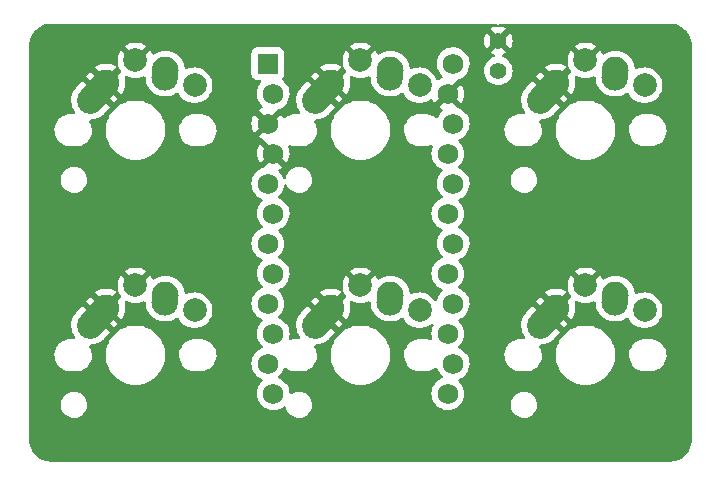
<source format=gbr>
%TF.GenerationSoftware,KiCad,Pcbnew,(6.0.1)*%
%TF.CreationDate,2022-02-20T17:51:40+01:00*%
%TF.ProjectId,3x2-macropad,3378322d-6d61-4637-926f-7061642e6b69,rev?*%
%TF.SameCoordinates,Original*%
%TF.FileFunction,Copper,L2,Bot*%
%TF.FilePolarity,Positive*%
%FSLAX46Y46*%
G04 Gerber Fmt 4.6, Leading zero omitted, Abs format (unit mm)*
G04 Created by KiCad (PCBNEW (6.0.1)) date 2022-02-20 17:51:40*
%MOMM*%
%LPD*%
G01*
G04 APERTURE LIST*
G04 Aperture macros list*
%AMHorizOval*
0 Thick line with rounded ends*
0 $1 width*
0 $2 $3 position (X,Y) of the first rounded end (center of the circle)*
0 $4 $5 position (X,Y) of the second rounded end (center of the circle)*
0 Add line between two ends*
20,1,$1,$2,$3,$4,$5,0*
0 Add two circle primitives to create the rounded ends*
1,1,$1,$2,$3*
1,1,$1,$4,$5*%
G04 Aperture macros list end*
%TA.AperFunction,ComponentPad*%
%ADD10C,1.400000*%
%TD*%
%TA.AperFunction,ComponentPad*%
%ADD11R,1.752600X1.752600*%
%TD*%
%TA.AperFunction,ComponentPad*%
%ADD12C,1.752600*%
%TD*%
%TA.AperFunction,ComponentPad*%
%ADD13HorizOval,2.250000X0.019771X0.290016X-0.019771X-0.290016X0*%
%TD*%
%TA.AperFunction,ComponentPad*%
%ADD14C,2.250000*%
%TD*%
%TA.AperFunction,ComponentPad*%
%ADD15HorizOval,2.250000X0.654995X0.730004X-0.654995X-0.730004X0*%
%TD*%
%TA.AperFunction,ComponentPad*%
%ADD16C,2.000000*%
%TD*%
G04 APERTURE END LIST*
D10*
%TO.P,JP1,1,A*%
%TO.N,Net-(JP1-Pad1)*%
X72000000Y-36250000D03*
%TO.P,JP1,2,B*%
%TO.N,GND*%
X72000000Y-33710000D03*
%TD*%
D11*
%TO.P,U1,1,TX0/PD3*%
%TO.N,unconnected-(U1-Pad1)*%
X52476400Y-35641750D03*
D12*
%TO.P,U1,2,RX1/PD2*%
%TO.N,unconnected-(U1-Pad2)*%
X52933600Y-38181750D03*
%TO.P,U1,3,GND*%
%TO.N,GND*%
X52476400Y-40721750D03*
%TO.P,U1,4,GND*%
X52933600Y-43261750D03*
%TO.P,U1,5,2/PD1*%
%TO.N,1x2*%
X52476400Y-45801750D03*
%TO.P,U1,6,3/PD0*%
%TO.N,1x1*%
X52933600Y-48341750D03*
%TO.P,U1,7,4/PD4*%
%TO.N,2x1*%
X52476400Y-50881750D03*
%TO.P,U1,8,5/PC6*%
%TO.N,unconnected-(U1-Pad8)*%
X52933600Y-53421750D03*
%TO.P,U1,9,6/PD7*%
%TO.N,unconnected-(U1-Pad9)*%
X52476400Y-55961750D03*
%TO.P,U1,10,7/PE6*%
%TO.N,unconnected-(U1-Pad10)*%
X52933600Y-58501750D03*
%TO.P,U1,11,8/PB4*%
%TO.N,unconnected-(U1-Pad11)*%
X52476400Y-61041750D03*
%TO.P,U1,13,10/PB6*%
%TO.N,unconnected-(U1-Pad13)*%
X67716400Y-63581750D03*
%TO.P,U1,14,16/PB2*%
%TO.N,unconnected-(U1-Pad14)*%
X68173600Y-61041750D03*
%TO.P,U1,15,14/PB3*%
%TO.N,unconnected-(U1-Pad15)*%
X67716400Y-58501750D03*
%TO.P,U1,16,15/PB1*%
%TO.N,unconnected-(U1-Pad16)*%
X68173600Y-55961750D03*
%TO.P,U1,17,A0/PF7*%
%TO.N,unconnected-(U1-Pad17)*%
X67716400Y-53421750D03*
%TO.P,U1,18,A1/PF6*%
%TO.N,2x2*%
X68173600Y-50881750D03*
%TO.P,U1,19,A2/PF5*%
%TO.N,2x3*%
X67716400Y-48341750D03*
%TO.P,U1,20,A3/PF4*%
%TO.N,1x3*%
X68173600Y-45801750D03*
%TO.P,U1,21,VCC*%
%TO.N,unconnected-(U1-Pad21)*%
X67716400Y-43261750D03*
%TO.P,U1,22,RST*%
%TO.N,Net-(JP1-Pad1)*%
X68173600Y-40721750D03*
%TO.P,U1,23,GND*%
%TO.N,GND*%
X67716400Y-38181750D03*
%TO.P,U1,12,9/PB5*%
%TO.N,unconnected-(U1-Pad12)*%
X52933600Y-63581750D03*
%TO.P,U1,24,RAW*%
%TO.N,unconnected-(U1-Pad24)*%
X68173600Y-35641750D03*
%TD*%
D13*
%TO.P,SW6,1*%
%TO.N,2x3*%
X81894771Y-55534984D03*
D14*
X81915000Y-55245000D03*
D15*
%TO.P,SW6,2*%
%TO.N,GND*%
X76219995Y-57054996D03*
D14*
X76875000Y-56325000D03*
D16*
%TO.P,SW6,1*%
%TO.N,2x3*%
X84375000Y-56525000D03*
%TO.P,SW6,2*%
%TO.N,GND*%
X79375000Y-54425000D03*
%TD*%
D13*
%TO.P,SW3,1*%
%TO.N,1x3*%
X81894771Y-36484984D03*
D14*
X81915000Y-36195000D03*
D15*
%TO.P,SW3,2*%
%TO.N,GND*%
X76219995Y-38004996D03*
D14*
X76875000Y-37275000D03*
D16*
%TO.P,SW3,1*%
%TO.N,1x3*%
X84375000Y-37475000D03*
%TO.P,SW3,2*%
%TO.N,GND*%
X79375000Y-35375000D03*
%TD*%
D13*
%TO.P,SW5,1*%
%TO.N,2x2*%
X62844771Y-55534984D03*
D14*
X62865000Y-55245000D03*
D15*
%TO.P,SW5,2*%
%TO.N,GND*%
X57169995Y-57054996D03*
D14*
X57825000Y-56325000D03*
D16*
%TO.P,SW5,1*%
%TO.N,2x2*%
X65325000Y-56525000D03*
%TO.P,SW5,2*%
%TO.N,GND*%
X60325000Y-54425000D03*
%TD*%
%TO.P,SW2,2*%
%TO.N,GND*%
X60325000Y-35375000D03*
%TO.P,SW2,1*%
%TO.N,1x2*%
X65325000Y-37475000D03*
D14*
%TO.P,SW2,2*%
%TO.N,GND*%
X57825000Y-37275000D03*
D15*
X57169995Y-38004996D03*
D14*
%TO.P,SW2,1*%
%TO.N,1x2*%
X62865000Y-36195000D03*
D13*
X62844771Y-36484984D03*
%TD*%
%TO.P,SW4,1*%
%TO.N,2x1*%
X43794771Y-55534984D03*
D14*
X43815000Y-55245000D03*
D15*
%TO.P,SW4,2*%
%TO.N,GND*%
X38119995Y-57054996D03*
D14*
X38775000Y-56325000D03*
D16*
%TO.P,SW4,1*%
%TO.N,2x1*%
X46275000Y-56525000D03*
%TO.P,SW4,2*%
%TO.N,GND*%
X41275000Y-54425000D03*
%TD*%
D13*
%TO.P,SW1,1*%
%TO.N,1x1*%
X43794771Y-36484984D03*
D14*
X43815000Y-36195000D03*
D15*
%TO.P,SW1,2*%
%TO.N,GND*%
X38119995Y-38004996D03*
D14*
X38775000Y-37275000D03*
D16*
%TO.P,SW1,1*%
%TO.N,1x1*%
X46275000Y-37475000D03*
%TO.P,SW1,2*%
%TO.N,GND*%
X41275000Y-35375000D03*
%TD*%
%TA.AperFunction,Conductor*%
%TO.N,GND*%
G36*
X71918434Y-32278002D02*
G01*
X71964927Y-32331658D01*
X71975031Y-32401932D01*
X71945537Y-32466512D01*
X71885811Y-32504896D01*
X71861294Y-32509521D01*
X71794909Y-32515329D01*
X71784122Y-32517231D01*
X71590571Y-32569093D01*
X71580277Y-32572841D01*
X71398677Y-32657521D01*
X71389189Y-32662999D01*
X71358752Y-32684311D01*
X71350377Y-32694788D01*
X71357446Y-32708236D01*
X71987188Y-33337978D01*
X72001132Y-33345592D01*
X72002965Y-33345461D01*
X72009580Y-33341210D01*
X72643276Y-32707514D01*
X72649706Y-32695739D01*
X72640410Y-32683724D01*
X72610811Y-32662999D01*
X72601323Y-32657521D01*
X72419723Y-32572841D01*
X72409429Y-32569093D01*
X72215878Y-32517231D01*
X72205091Y-32515329D01*
X72138706Y-32509521D01*
X72072587Y-32483658D01*
X72030948Y-32426154D01*
X72027007Y-32355267D01*
X72062016Y-32293502D01*
X72124860Y-32260470D01*
X72149687Y-32258000D01*
X86469422Y-32258000D01*
X86488807Y-32259500D01*
X86503608Y-32261805D01*
X86503611Y-32261805D01*
X86512480Y-32263186D01*
X86528749Y-32261059D01*
X86553317Y-32260266D01*
X86755016Y-32273486D01*
X86771356Y-32275637D01*
X86995483Y-32320218D01*
X87011404Y-32324484D01*
X87227793Y-32397939D01*
X87243019Y-32404246D01*
X87447967Y-32505315D01*
X87462241Y-32513556D01*
X87652247Y-32640514D01*
X87665322Y-32650547D01*
X87837136Y-32801223D01*
X87848777Y-32812864D01*
X87998545Y-32983642D01*
X87999453Y-32984678D01*
X88009486Y-32997753D01*
X88136444Y-33187759D01*
X88144685Y-33202033D01*
X88245754Y-33406981D01*
X88252061Y-33422207D01*
X88325516Y-33638596D01*
X88329782Y-33654517D01*
X88374363Y-33878644D01*
X88376514Y-33894984D01*
X88389264Y-34089518D01*
X88388239Y-34112554D01*
X88388196Y-34116104D01*
X88386814Y-34124980D01*
X88388638Y-34138928D01*
X88390936Y-34156501D01*
X88392000Y-34172839D01*
X88392000Y-67419422D01*
X88390500Y-67438806D01*
X88386814Y-67462480D01*
X88388941Y-67478749D01*
X88389734Y-67503317D01*
X88376514Y-67705016D01*
X88374363Y-67721356D01*
X88329782Y-67945483D01*
X88325516Y-67961404D01*
X88252061Y-68177793D01*
X88245754Y-68193019D01*
X88144685Y-68397967D01*
X88136444Y-68412241D01*
X88009486Y-68602247D01*
X87999453Y-68615322D01*
X87848777Y-68787136D01*
X87837136Y-68798777D01*
X87666358Y-68948545D01*
X87665322Y-68949453D01*
X87652247Y-68959486D01*
X87462241Y-69086444D01*
X87447967Y-69094685D01*
X87243019Y-69195754D01*
X87227793Y-69202061D01*
X87011404Y-69275516D01*
X86995483Y-69279782D01*
X86771356Y-69324363D01*
X86755016Y-69326514D01*
X86560482Y-69339264D01*
X86537446Y-69338239D01*
X86533896Y-69338196D01*
X86525020Y-69336814D01*
X86496512Y-69340542D01*
X86493499Y-69340936D01*
X86477161Y-69342000D01*
X34180578Y-69342000D01*
X34161193Y-69340500D01*
X34146392Y-69338195D01*
X34146389Y-69338195D01*
X34137520Y-69336814D01*
X34121251Y-69338941D01*
X34096683Y-69339734D01*
X33894984Y-69326514D01*
X33878644Y-69324363D01*
X33654517Y-69279782D01*
X33638596Y-69275516D01*
X33422207Y-69202061D01*
X33406981Y-69195754D01*
X33202033Y-69094685D01*
X33187759Y-69086444D01*
X32997753Y-68959486D01*
X32984678Y-68949453D01*
X32983642Y-68948545D01*
X32812864Y-68798777D01*
X32801223Y-68787136D01*
X32650547Y-68615322D01*
X32640514Y-68602247D01*
X32513556Y-68412241D01*
X32505315Y-68397967D01*
X32404246Y-68193019D01*
X32397939Y-68177793D01*
X32324484Y-67961404D01*
X32320218Y-67945483D01*
X32275637Y-67721356D01*
X32273486Y-67705016D01*
X32260974Y-67514126D01*
X32262147Y-67490968D01*
X32261829Y-67490939D01*
X32262264Y-67486083D01*
X32263071Y-67481289D01*
X32263224Y-67468750D01*
X32259273Y-67441162D01*
X32258000Y-67423299D01*
X32258000Y-64470604D01*
X34942787Y-64470604D01*
X34952567Y-64681899D01*
X34953971Y-64687724D01*
X34953971Y-64687725D01*
X34999224Y-64875495D01*
X35002125Y-64887534D01*
X35004607Y-64892992D01*
X35004608Y-64892996D01*
X35048053Y-64988546D01*
X35089674Y-65080087D01*
X35212054Y-65252611D01*
X35364850Y-65398881D01*
X35542548Y-65513620D01*
X35548114Y-65515863D01*
X35733168Y-65590442D01*
X35733171Y-65590443D01*
X35738737Y-65592686D01*
X35946337Y-65633228D01*
X35951899Y-65633500D01*
X36107846Y-65633500D01*
X36265566Y-65618452D01*
X36468534Y-65558908D01*
X36552111Y-65515863D01*
X36651249Y-65464804D01*
X36651252Y-65464802D01*
X36656580Y-65462058D01*
X36822920Y-65331396D01*
X36826852Y-65326865D01*
X36826855Y-65326862D01*
X36957621Y-65176167D01*
X36961552Y-65171637D01*
X36964552Y-65166451D01*
X36964555Y-65166447D01*
X37064467Y-64993742D01*
X37067473Y-64988546D01*
X37136861Y-64788729D01*
X37137722Y-64782792D01*
X37166352Y-64585336D01*
X37166352Y-64585333D01*
X37167213Y-64579396D01*
X37157433Y-64368101D01*
X37107875Y-64162466D01*
X37064525Y-64067122D01*
X37034948Y-64002072D01*
X37020326Y-63969913D01*
X36897946Y-63797389D01*
X36745150Y-63651119D01*
X36567452Y-63536380D01*
X36507354Y-63512160D01*
X36376832Y-63459558D01*
X36376829Y-63459557D01*
X36371263Y-63457314D01*
X36163663Y-63416772D01*
X36158101Y-63416500D01*
X36002154Y-63416500D01*
X35844434Y-63431548D01*
X35641466Y-63491092D01*
X35636139Y-63493836D01*
X35636138Y-63493836D01*
X35458751Y-63585196D01*
X35458748Y-63585198D01*
X35453420Y-63587942D01*
X35287080Y-63718604D01*
X35283148Y-63723135D01*
X35283145Y-63723138D01*
X35214474Y-63802275D01*
X35148448Y-63878363D01*
X35145448Y-63883549D01*
X35145445Y-63883553D01*
X35098312Y-63965026D01*
X35042527Y-64061454D01*
X34973139Y-64261271D01*
X34972278Y-64267206D01*
X34972278Y-64267208D01*
X34952673Y-64402424D01*
X34942787Y-64470604D01*
X32258000Y-64470604D01*
X32258000Y-60260774D01*
X34413102Y-60260774D01*
X34421751Y-60491158D01*
X34469093Y-60716791D01*
X34471051Y-60721750D01*
X34471052Y-60721752D01*
X34520669Y-60847388D01*
X34553776Y-60931221D01*
X34556543Y-60935780D01*
X34556544Y-60935783D01*
X34629906Y-61056679D01*
X34673377Y-61128317D01*
X34676874Y-61132347D01*
X34763438Y-61232103D01*
X34824477Y-61302445D01*
X34828608Y-61305832D01*
X34998627Y-61445240D01*
X34998633Y-61445244D01*
X35002755Y-61448624D01*
X35007391Y-61451263D01*
X35007394Y-61451265D01*
X35116422Y-61513327D01*
X35203114Y-61562675D01*
X35419825Y-61641337D01*
X35425074Y-61642286D01*
X35425077Y-61642287D01*
X35642608Y-61681623D01*
X35642615Y-61681624D01*
X35646692Y-61682361D01*
X35664414Y-61683197D01*
X35669356Y-61683430D01*
X35669363Y-61683430D01*
X35670844Y-61683500D01*
X35832890Y-61683500D01*
X35846314Y-61682361D01*
X35884044Y-61679160D01*
X35917117Y-61680720D01*
X35931247Y-61683275D01*
X36064330Y-61707340D01*
X36068469Y-61707535D01*
X36068476Y-61707536D01*
X36087440Y-61708430D01*
X36087449Y-61708430D01*
X36088929Y-61708500D01*
X36253950Y-61708500D01*
X36335299Y-61701597D01*
X36423637Y-61694102D01*
X36423641Y-61694101D01*
X36428948Y-61693651D01*
X36434103Y-61692313D01*
X36434109Y-61692312D01*
X36651035Y-61636009D01*
X36651034Y-61636009D01*
X36656206Y-61634667D01*
X36661072Y-61632475D01*
X36661075Y-61632474D01*
X36865417Y-61540424D01*
X36865420Y-61540423D01*
X36870278Y-61538234D01*
X37065041Y-61407112D01*
X37234927Y-61245049D01*
X37375078Y-61056679D01*
X37380958Y-61045115D01*
X37479069Y-60852144D01*
X37479069Y-60852143D01*
X37481487Y-60847388D01*
X37551111Y-60623160D01*
X37568607Y-60491158D01*
X37569763Y-60482438D01*
X38772600Y-60482438D01*
X38812064Y-60794830D01*
X38890370Y-61099813D01*
X39006284Y-61392577D01*
X39008186Y-61396036D01*
X39008187Y-61396039D01*
X39142040Y-61639516D01*
X39157976Y-61668504D01*
X39343055Y-61923244D01*
X39558602Y-62152778D01*
X39801218Y-62353487D01*
X40067076Y-62522206D01*
X40070655Y-62523890D01*
X40070662Y-62523894D01*
X40348394Y-62654584D01*
X40348398Y-62654586D01*
X40351984Y-62656273D01*
X40651448Y-62753575D01*
X40960746Y-62812577D01*
X41054300Y-62818463D01*
X41194358Y-62827275D01*
X41194374Y-62827276D01*
X41196353Y-62827400D01*
X41353647Y-62827400D01*
X41355626Y-62827276D01*
X41355642Y-62827275D01*
X41495700Y-62818463D01*
X41589254Y-62812577D01*
X41898552Y-62753575D01*
X42198016Y-62656273D01*
X42201602Y-62654586D01*
X42201606Y-62654584D01*
X42479338Y-62523894D01*
X42479345Y-62523890D01*
X42482924Y-62522206D01*
X42748782Y-62353487D01*
X42991398Y-62152778D01*
X43206945Y-61923244D01*
X43392024Y-61668504D01*
X43407961Y-61639516D01*
X43541813Y-61396039D01*
X43541814Y-61396036D01*
X43543716Y-61392577D01*
X43659630Y-61099813D01*
X43737936Y-60794830D01*
X43777400Y-60482438D01*
X43777400Y-60259593D01*
X44968039Y-60259593D01*
X44976848Y-60494216D01*
X44977943Y-60499434D01*
X45002794Y-60617871D01*
X45025062Y-60724001D01*
X45111302Y-60942377D01*
X45114071Y-60946940D01*
X45172640Y-61043458D01*
X45233104Y-61143100D01*
X45386985Y-61320432D01*
X45391117Y-61323820D01*
X45564416Y-61465917D01*
X45564422Y-61465921D01*
X45568544Y-61469301D01*
X45573180Y-61471940D01*
X45573183Y-61471942D01*
X45727935Y-61560032D01*
X45772590Y-61585451D01*
X45993289Y-61665561D01*
X45998538Y-61666510D01*
X45998541Y-61666511D01*
X46060684Y-61677748D01*
X46224330Y-61707340D01*
X46228469Y-61707535D01*
X46228476Y-61707536D01*
X46247440Y-61708430D01*
X46247449Y-61708430D01*
X46248929Y-61708500D01*
X46413950Y-61708500D01*
X46495299Y-61701597D01*
X46583637Y-61694102D01*
X46583641Y-61694101D01*
X46588948Y-61693651D01*
X46594109Y-61692312D01*
X46594112Y-61692311D01*
X46616140Y-61686594D01*
X46653728Y-61682693D01*
X46669354Y-61683430D01*
X46669365Y-61683430D01*
X46670844Y-61683500D01*
X46832890Y-61683500D01*
X46900679Y-61677748D01*
X46999409Y-61669371D01*
X46999413Y-61669370D01*
X47004720Y-61668920D01*
X47009875Y-61667582D01*
X47009881Y-61667581D01*
X47222703Y-61612343D01*
X47222707Y-61612342D01*
X47227872Y-61611001D01*
X47232738Y-61608809D01*
X47232741Y-61608808D01*
X47433202Y-61518507D01*
X47438075Y-61516312D01*
X47629319Y-61387559D01*
X47638555Y-61378749D01*
X47774851Y-61248728D01*
X47796135Y-61228424D01*
X47933754Y-61043458D01*
X47936328Y-61038397D01*
X47951884Y-61007800D01*
X51087269Y-61007800D01*
X51087566Y-61012952D01*
X51087566Y-61012956D01*
X51089572Y-61047740D01*
X51100377Y-61235137D01*
X51101512Y-61240174D01*
X51101513Y-61240180D01*
X51149083Y-61451265D01*
X51150439Y-61457281D01*
X51152383Y-61462067D01*
X51152384Y-61462072D01*
X51225562Y-61642287D01*
X51236111Y-61668265D01*
X51355092Y-61862424D01*
X51504186Y-62034543D01*
X51679389Y-62179999D01*
X51683841Y-62182601D01*
X51683846Y-62182604D01*
X51799499Y-62250186D01*
X51875997Y-62294888D01*
X51926877Y-62314317D01*
X51972029Y-62331559D01*
X52028532Y-62374546D01*
X52052825Y-62441258D01*
X52037195Y-62510512D01*
X52011963Y-62541960D01*
X52011044Y-62542650D01*
X51853720Y-62707280D01*
X51850806Y-62711552D01*
X51850805Y-62711553D01*
X51822977Y-62752348D01*
X51725397Y-62895395D01*
X51629521Y-63101942D01*
X51568667Y-63321375D01*
X51544469Y-63547800D01*
X51544766Y-63552952D01*
X51544766Y-63552956D01*
X51546997Y-63591646D01*
X51557577Y-63775137D01*
X51558712Y-63780174D01*
X51558713Y-63780180D01*
X51579016Y-63870270D01*
X51607639Y-63997281D01*
X51609583Y-64002067D01*
X51609584Y-64002072D01*
X51672496Y-64157004D01*
X51693311Y-64208265D01*
X51812292Y-64402424D01*
X51961386Y-64574543D01*
X52136589Y-64719999D01*
X52141041Y-64722601D01*
X52141046Y-64722604D01*
X52263898Y-64794393D01*
X52333197Y-64834888D01*
X52545929Y-64916122D01*
X52550995Y-64917153D01*
X52550996Y-64917153D01*
X52603230Y-64927780D01*
X52769072Y-64961521D01*
X52896888Y-64966208D01*
X52991470Y-64969677D01*
X52991475Y-64969677D01*
X52996634Y-64969866D01*
X53001754Y-64969210D01*
X53001756Y-64969210D01*
X53073944Y-64959962D01*
X53222503Y-64940931D01*
X53227452Y-64939446D01*
X53227458Y-64939445D01*
X53382279Y-64892996D01*
X53440613Y-64875495D01*
X53645107Y-64775314D01*
X53649311Y-64772316D01*
X53649315Y-64772313D01*
X53817407Y-64652414D01*
X53884480Y-64629141D01*
X53953489Y-64645824D01*
X54002523Y-64697168D01*
X54013068Y-64725472D01*
X54049224Y-64875495D01*
X54052125Y-64887534D01*
X54054607Y-64892992D01*
X54054608Y-64892996D01*
X54098053Y-64988546D01*
X54139674Y-65080087D01*
X54262054Y-65252611D01*
X54414850Y-65398881D01*
X54592548Y-65513620D01*
X54598114Y-65515863D01*
X54783168Y-65590442D01*
X54783171Y-65590443D01*
X54788737Y-65592686D01*
X54996337Y-65633228D01*
X55001899Y-65633500D01*
X55157846Y-65633500D01*
X55315566Y-65618452D01*
X55518534Y-65558908D01*
X55602111Y-65515863D01*
X55701249Y-65464804D01*
X55701252Y-65464802D01*
X55706580Y-65462058D01*
X55872920Y-65331396D01*
X55876852Y-65326865D01*
X55876855Y-65326862D01*
X56007621Y-65176167D01*
X56011552Y-65171637D01*
X56014552Y-65166451D01*
X56014555Y-65166447D01*
X56114467Y-64993742D01*
X56117473Y-64988546D01*
X56186861Y-64788729D01*
X56187722Y-64782792D01*
X56216352Y-64585336D01*
X56216352Y-64585333D01*
X56217213Y-64579396D01*
X56207433Y-64368101D01*
X56157875Y-64162466D01*
X56114525Y-64067122D01*
X56084948Y-64002072D01*
X56070326Y-63969913D01*
X55947946Y-63797389D01*
X55795150Y-63651119D01*
X55617452Y-63536380D01*
X55557354Y-63512160D01*
X55426832Y-63459558D01*
X55426829Y-63459557D01*
X55421263Y-63457314D01*
X55213663Y-63416772D01*
X55208101Y-63416500D01*
X55052154Y-63416500D01*
X54894434Y-63431548D01*
X54691466Y-63491092D01*
X54686139Y-63493836D01*
X54686138Y-63493836D01*
X54521953Y-63578397D01*
X54503420Y-63587942D01*
X54502823Y-63586784D01*
X54441051Y-63604888D01*
X54372941Y-63584852D01*
X54326474Y-63531173D01*
X54315538Y-63489213D01*
X54310750Y-63430978D01*
X54304487Y-63354801D01*
X54249013Y-63133947D01*
X54246954Y-63129211D01*
X54160272Y-62929856D01*
X54160270Y-62929853D01*
X54158212Y-62925119D01*
X54078059Y-62801222D01*
X54037331Y-62738265D01*
X54037329Y-62738262D01*
X54034523Y-62733925D01*
X53881268Y-62565500D01*
X53702563Y-62424368D01*
X53503207Y-62314317D01*
X53439565Y-62291780D01*
X53382029Y-62250186D01*
X53356113Y-62184088D01*
X53370047Y-62114472D01*
X53392685Y-62083756D01*
X53530932Y-61945990D01*
X53534593Y-61942342D01*
X53546243Y-61926130D01*
X53664455Y-61761619D01*
X53667473Y-61757419D01*
X53691651Y-61708500D01*
X53766073Y-61557918D01*
X53766074Y-61557916D01*
X53768367Y-61553276D01*
X53772272Y-61540424D01*
X53795773Y-61463075D01*
X53834714Y-61403711D01*
X53899568Y-61374824D01*
X53969744Y-61385585D01*
X53996222Y-61402270D01*
X54005762Y-61410092D01*
X54052755Y-61448624D01*
X54057391Y-61451263D01*
X54057394Y-61451265D01*
X54166422Y-61513327D01*
X54253114Y-61562675D01*
X54469825Y-61641337D01*
X54475074Y-61642286D01*
X54475077Y-61642287D01*
X54692608Y-61681623D01*
X54692615Y-61681624D01*
X54696692Y-61682361D01*
X54714414Y-61683197D01*
X54719356Y-61683430D01*
X54719363Y-61683430D01*
X54720844Y-61683500D01*
X54882890Y-61683500D01*
X54896314Y-61682361D01*
X54934044Y-61679160D01*
X54967117Y-61680720D01*
X54981247Y-61683275D01*
X55114330Y-61707340D01*
X55118469Y-61707535D01*
X55118476Y-61707536D01*
X55137440Y-61708430D01*
X55137449Y-61708430D01*
X55138929Y-61708500D01*
X55303950Y-61708500D01*
X55385299Y-61701597D01*
X55473637Y-61694102D01*
X55473641Y-61694101D01*
X55478948Y-61693651D01*
X55484103Y-61692313D01*
X55484109Y-61692312D01*
X55701035Y-61636009D01*
X55701034Y-61636009D01*
X55706206Y-61634667D01*
X55711072Y-61632475D01*
X55711075Y-61632474D01*
X55915417Y-61540424D01*
X55915420Y-61540423D01*
X55920278Y-61538234D01*
X56115041Y-61407112D01*
X56284927Y-61245049D01*
X56425078Y-61056679D01*
X56430958Y-61045115D01*
X56529069Y-60852144D01*
X56529069Y-60852143D01*
X56531487Y-60847388D01*
X56601111Y-60623160D01*
X56618607Y-60491158D01*
X56619763Y-60482438D01*
X57822600Y-60482438D01*
X57862064Y-60794830D01*
X57940370Y-61099813D01*
X58056284Y-61392577D01*
X58058186Y-61396036D01*
X58058187Y-61396039D01*
X58192040Y-61639516D01*
X58207976Y-61668504D01*
X58393055Y-61923244D01*
X58608602Y-62152778D01*
X58851218Y-62353487D01*
X59117076Y-62522206D01*
X59120655Y-62523890D01*
X59120662Y-62523894D01*
X59398394Y-62654584D01*
X59398398Y-62654586D01*
X59401984Y-62656273D01*
X59701448Y-62753575D01*
X60010746Y-62812577D01*
X60104300Y-62818463D01*
X60244358Y-62827275D01*
X60244374Y-62827276D01*
X60246353Y-62827400D01*
X60403647Y-62827400D01*
X60405626Y-62827276D01*
X60405642Y-62827275D01*
X60545700Y-62818463D01*
X60639254Y-62812577D01*
X60948552Y-62753575D01*
X61248016Y-62656273D01*
X61251602Y-62654586D01*
X61251606Y-62654584D01*
X61529338Y-62523894D01*
X61529345Y-62523890D01*
X61532924Y-62522206D01*
X61798782Y-62353487D01*
X62041398Y-62152778D01*
X62256945Y-61923244D01*
X62442024Y-61668504D01*
X62457961Y-61639516D01*
X62591813Y-61396039D01*
X62591814Y-61396036D01*
X62593716Y-61392577D01*
X62709630Y-61099813D01*
X62787936Y-60794830D01*
X62827400Y-60482438D01*
X62827400Y-60167562D01*
X62787936Y-59855170D01*
X62709630Y-59550187D01*
X62593716Y-59257423D01*
X62587749Y-59246569D01*
X62443933Y-58984968D01*
X62443931Y-58984965D01*
X62442024Y-58981496D01*
X62256945Y-58726756D01*
X62041398Y-58497222D01*
X61798782Y-58296513D01*
X61532924Y-58127794D01*
X61529345Y-58126110D01*
X61529338Y-58126106D01*
X61251606Y-57995416D01*
X61251602Y-57995414D01*
X61248016Y-57993727D01*
X60948552Y-57896425D01*
X60639254Y-57837423D01*
X60545700Y-57831537D01*
X60405642Y-57822725D01*
X60405626Y-57822724D01*
X60403647Y-57822600D01*
X60246353Y-57822600D01*
X60244374Y-57822724D01*
X60244358Y-57822725D01*
X60104300Y-57831537D01*
X60010746Y-57837423D01*
X59701448Y-57896425D01*
X59401984Y-57993727D01*
X59398398Y-57995414D01*
X59398394Y-57995416D01*
X59120662Y-58126106D01*
X59120655Y-58126110D01*
X59117076Y-58127794D01*
X58851218Y-58296513D01*
X58608602Y-58497222D01*
X58393055Y-58726756D01*
X58207976Y-58981496D01*
X58206069Y-58984965D01*
X58206067Y-58984968D01*
X58062251Y-59246569D01*
X58056284Y-59257423D01*
X57940370Y-59550187D01*
X57862064Y-59855170D01*
X57822600Y-60167562D01*
X57822600Y-60482438D01*
X56619763Y-60482438D01*
X56631261Y-60395690D01*
X56631261Y-60395687D01*
X56631961Y-60390407D01*
X56630823Y-60360083D01*
X56627094Y-60260774D01*
X56623152Y-60155784D01*
X56597227Y-60032227D01*
X56576035Y-59931226D01*
X56576034Y-59931223D01*
X56574938Y-59925999D01*
X56488698Y-59707623D01*
X56485928Y-59703059D01*
X56485926Y-59703054D01*
X56429726Y-59610439D01*
X56411487Y-59541826D01*
X56433239Y-59474243D01*
X56488075Y-59429149D01*
X56540523Y-59419112D01*
X56598627Y-59420532D01*
X56608498Y-59419997D01*
X56853451Y-59387314D01*
X56863112Y-59385243D01*
X57099949Y-59314638D01*
X57109159Y-59311084D01*
X57332042Y-59204297D01*
X57340572Y-59199352D01*
X57544005Y-59059012D01*
X57551660Y-59052791D01*
X57685821Y-58925032D01*
X57689258Y-58921492D01*
X58203729Y-58348106D01*
X58210576Y-58333774D01*
X58210346Y-58331950D01*
X58205743Y-58325574D01*
X57153416Y-57381376D01*
X57139084Y-57374529D01*
X57135466Y-57374986D01*
X57131566Y-57377644D01*
X56910710Y-57598500D01*
X56848398Y-57632526D01*
X56777583Y-57627461D01*
X56732520Y-57598500D01*
X56551500Y-57417480D01*
X56517474Y-57355168D01*
X56522539Y-57284353D01*
X56551500Y-57239290D01*
X56748456Y-57042334D01*
X56751686Y-57036419D01*
X57533931Y-57036419D01*
X57534161Y-57038243D01*
X57538764Y-57044619D01*
X58541601Y-57944414D01*
X58555933Y-57951261D01*
X58557757Y-57951031D01*
X58564133Y-57946428D01*
X58799413Y-57684205D01*
X58806260Y-57669873D01*
X58805803Y-57666255D01*
X58803145Y-57662355D01*
X57847794Y-56707004D01*
X57833850Y-56699390D01*
X57833833Y-56699391D01*
X57824783Y-56705559D01*
X57540778Y-57022087D01*
X57533931Y-57036419D01*
X56751686Y-57036419D01*
X56756070Y-57028390D01*
X56756069Y-57028373D01*
X56749901Y-57019323D01*
X55798389Y-56165579D01*
X55784057Y-56158732D01*
X55782233Y-56158962D01*
X55775857Y-56163565D01*
X55258340Y-56740346D01*
X55255179Y-56744161D01*
X55142668Y-56891321D01*
X55137308Y-56899606D01*
X55019760Y-57117006D01*
X55015763Y-57126025D01*
X54933672Y-57359134D01*
X54931135Y-57368672D01*
X54886521Y-57611749D01*
X54885506Y-57621576D01*
X54879468Y-57868627D01*
X54880003Y-57878498D01*
X54912686Y-58123451D01*
X54914757Y-58133112D01*
X54985362Y-58369949D01*
X54988916Y-58379159D01*
X55095703Y-58602042D01*
X55100644Y-58610566D01*
X55197736Y-58751307D01*
X55219954Y-58818738D01*
X55202189Y-58887476D01*
X55150081Y-58935698D01*
X55104674Y-58948405D01*
X55093367Y-58949364D01*
X55016363Y-58955898D01*
X55016359Y-58955899D01*
X55011052Y-58956349D01*
X55005891Y-58957688D01*
X55005888Y-58957689D01*
X54983860Y-58963406D01*
X54946272Y-58967307D01*
X54930646Y-58966570D01*
X54930635Y-58966570D01*
X54929156Y-58966500D01*
X54767110Y-58966500D01*
X54715962Y-58970840D01*
X54600591Y-58980629D01*
X54600587Y-58980630D01*
X54595280Y-58981080D01*
X54590125Y-58982418D01*
X54590119Y-58982419D01*
X54422087Y-59026032D01*
X54351126Y-59023785D01*
X54292645Y-58983530D01*
X54265210Y-58918049D01*
X54269874Y-58867445D01*
X54290262Y-58800340D01*
X54290262Y-58800339D01*
X54291764Y-58795396D01*
X54292439Y-58790270D01*
X54321050Y-58572951D01*
X54321051Y-58572944D01*
X54321487Y-58569629D01*
X54323146Y-58501750D01*
X54309186Y-58331950D01*
X54304911Y-58279952D01*
X54304910Y-58279946D01*
X54304487Y-58274801D01*
X54249013Y-58053947D01*
X54241982Y-58037777D01*
X54160272Y-57849856D01*
X54160270Y-57849853D01*
X54158212Y-57845119D01*
X54078059Y-57721222D01*
X54037331Y-57658265D01*
X54037329Y-57658262D01*
X54034523Y-57653925D01*
X53881268Y-57485500D01*
X53702563Y-57344368D01*
X53503207Y-57234317D01*
X53439565Y-57211780D01*
X53382029Y-57170186D01*
X53356113Y-57104088D01*
X53370047Y-57034472D01*
X53392685Y-57003756D01*
X53530932Y-56865990D01*
X53534593Y-56862342D01*
X53583531Y-56794238D01*
X53664455Y-56681619D01*
X53667473Y-56677419D01*
X53742804Y-56525000D01*
X53766073Y-56477918D01*
X53766074Y-56477916D01*
X53768367Y-56473276D01*
X53834564Y-56255396D01*
X53847290Y-56158732D01*
X53863850Y-56032951D01*
X53863851Y-56032944D01*
X53864287Y-56029629D01*
X53865340Y-55986537D01*
X53865864Y-55965115D01*
X53865864Y-55965110D01*
X53865946Y-55961750D01*
X53855428Y-55833817D01*
X53850693Y-55776218D01*
X56129415Y-55776218D01*
X56129645Y-55778042D01*
X56134248Y-55784418D01*
X57107521Y-56657687D01*
X57121853Y-56664534D01*
X57125471Y-56664077D01*
X57129371Y-56661419D01*
X57452978Y-56337812D01*
X57459356Y-56326132D01*
X58189408Y-56326132D01*
X58189539Y-56327965D01*
X58193790Y-56334580D01*
X59135934Y-57276724D01*
X59149471Y-57284116D01*
X59154740Y-57280430D01*
X59170062Y-57255426D01*
X59177399Y-57244730D01*
X59197327Y-57218666D01*
X59202682Y-57210388D01*
X59238709Y-57143759D01*
X59242111Y-57137855D01*
X59281924Y-57072886D01*
X59286410Y-57064081D01*
X59299054Y-57033554D01*
X59304628Y-57021841D01*
X59320230Y-56992987D01*
X59324228Y-56983965D01*
X59349388Y-56912520D01*
X59351825Y-56906156D01*
X59380982Y-56835763D01*
X59384034Y-56826371D01*
X59391748Y-56794238D01*
X59395421Y-56781798D01*
X59406320Y-56750851D01*
X59408856Y-56741319D01*
X59422531Y-56666805D01*
X59423943Y-56660134D01*
X59441726Y-56586066D01*
X59443272Y-56576311D01*
X59445864Y-56543373D01*
X59447546Y-56530514D01*
X59453468Y-56498245D01*
X59454484Y-56488413D01*
X59456335Y-56412682D01*
X59456685Y-56405874D01*
X59462662Y-56329929D01*
X59462662Y-56320070D01*
X59460070Y-56287136D01*
X59459720Y-56274171D01*
X59460522Y-56241365D01*
X59459987Y-56231495D01*
X59449964Y-56156375D01*
X59449245Y-56149595D01*
X59443271Y-56073686D01*
X59441727Y-56063938D01*
X59434021Y-56031837D01*
X59431647Y-56019090D01*
X59427303Y-55986537D01*
X59425232Y-55976875D01*
X59403566Y-55904197D01*
X59401798Y-55897620D01*
X59396882Y-55877147D01*
X59400426Y-55806239D01*
X59441743Y-55748503D01*
X59507715Y-55722271D01*
X59577397Y-55735870D01*
X59585233Y-55740295D01*
X59634045Y-55770207D01*
X59642837Y-55774687D01*
X59852988Y-55861734D01*
X59862373Y-55864783D01*
X60083554Y-55917885D01*
X60093301Y-55919428D01*
X60320070Y-55937275D01*
X60329930Y-55937275D01*
X60556699Y-55919428D01*
X60566446Y-55917885D01*
X60787627Y-55864783D01*
X60797012Y-55861734D01*
X61007160Y-55774688D01*
X61008840Y-55773832D01*
X61009547Y-55773699D01*
X61011735Y-55772793D01*
X61011925Y-55773253D01*
X61078617Y-55760728D01*
X61144402Y-55787428D01*
X61185308Y-55845456D01*
X61192036Y-55884779D01*
X61192878Y-55965115D01*
X61192936Y-55970660D01*
X61235815Y-56224177D01*
X61317826Y-56467866D01*
X61320117Y-56472248D01*
X61429574Y-56681619D01*
X61436948Y-56695725D01*
X61501336Y-56782424D01*
X61560689Y-56862342D01*
X61590249Y-56902145D01*
X61593776Y-56905599D01*
X61593777Y-56905600D01*
X61639766Y-56950636D01*
X61773953Y-57082041D01*
X61897986Y-57170186D01*
X61960889Y-57214888D01*
X61983538Y-57230984D01*
X62213842Y-57345308D01*
X62459195Y-57422197D01*
X62464095Y-57422921D01*
X62464097Y-57422921D01*
X62708656Y-57459034D01*
X62708661Y-57459034D01*
X62713555Y-57459757D01*
X62813896Y-57458706D01*
X62965717Y-57457116D01*
X62965720Y-57457116D01*
X62970660Y-57457064D01*
X63127646Y-57430512D01*
X63219307Y-57415009D01*
X63219311Y-57415008D01*
X63224177Y-57414185D01*
X63467866Y-57332174D01*
X63635131Y-57244730D01*
X63691341Y-57215344D01*
X63691342Y-57215343D01*
X63695725Y-57213052D01*
X63781287Y-57149508D01*
X63847898Y-57124952D01*
X63917215Y-57140307D01*
X63967225Y-57190700D01*
X63972818Y-57202447D01*
X63974863Y-57207385D01*
X63974865Y-57207389D01*
X63976760Y-57211963D01*
X63979346Y-57216183D01*
X64098241Y-57410202D01*
X64098245Y-57410208D01*
X64100824Y-57414416D01*
X64255031Y-57594969D01*
X64435584Y-57749176D01*
X64439792Y-57751755D01*
X64439798Y-57751759D01*
X64543643Y-57815395D01*
X64638037Y-57873240D01*
X64642607Y-57875133D01*
X64642611Y-57875135D01*
X64852833Y-57962211D01*
X64857406Y-57964105D01*
X64937609Y-57983360D01*
X65083476Y-58018380D01*
X65083482Y-58018381D01*
X65088289Y-58019535D01*
X65325000Y-58038165D01*
X65561711Y-58019535D01*
X65566518Y-58018381D01*
X65566524Y-58018380D01*
X65712391Y-57983360D01*
X65792594Y-57964105D01*
X65797167Y-57962211D01*
X66007389Y-57875135D01*
X66007393Y-57875133D01*
X66011963Y-57873240D01*
X66106357Y-57815395D01*
X66210202Y-57751759D01*
X66210208Y-57751755D01*
X66214416Y-57749176D01*
X66312927Y-57665040D01*
X66377716Y-57636009D01*
X66447916Y-57646614D01*
X66501238Y-57693488D01*
X66520754Y-57761750D01*
X66506579Y-57814644D01*
X66508197Y-57815395D01*
X66412321Y-58021942D01*
X66410939Y-58026924D01*
X66410939Y-58026925D01*
X66407822Y-58038165D01*
X66351467Y-58241375D01*
X66327269Y-58467800D01*
X66327566Y-58472952D01*
X66327566Y-58472956D01*
X66332383Y-58556490D01*
X66340377Y-58695137D01*
X66341512Y-58700174D01*
X66341513Y-58700180D01*
X66380951Y-58875181D01*
X66376415Y-58946032D01*
X66334293Y-59003184D01*
X66267959Y-59028489D01*
X66215042Y-59021319D01*
X66198551Y-59015333D01*
X66185193Y-59010484D01*
X66185188Y-59010483D01*
X66180175Y-59008663D01*
X66174926Y-59007714D01*
X66174923Y-59007713D01*
X65957392Y-58968377D01*
X65957385Y-58968376D01*
X65953308Y-58967639D01*
X65935586Y-58966803D01*
X65930644Y-58966570D01*
X65930637Y-58966570D01*
X65929156Y-58966500D01*
X65767110Y-58966500D01*
X65757599Y-58967307D01*
X65715956Y-58970840D01*
X65682883Y-58969280D01*
X65650398Y-58963406D01*
X65535670Y-58942660D01*
X65531531Y-58942465D01*
X65531524Y-58942464D01*
X65512560Y-58941570D01*
X65512551Y-58941570D01*
X65511071Y-58941500D01*
X65346050Y-58941500D01*
X65264701Y-58948403D01*
X65176363Y-58955898D01*
X65176359Y-58955899D01*
X65171052Y-58956349D01*
X65165897Y-58957687D01*
X65165891Y-58957688D01*
X64990603Y-59003184D01*
X64943794Y-59015333D01*
X64938928Y-59017525D01*
X64938925Y-59017526D01*
X64734583Y-59109576D01*
X64734580Y-59109577D01*
X64729722Y-59111766D01*
X64534959Y-59242888D01*
X64365073Y-59404951D01*
X64224922Y-59593321D01*
X64222506Y-59598072D01*
X64222504Y-59598076D01*
X64139782Y-59760779D01*
X64118513Y-59802612D01*
X64048889Y-60026840D01*
X64048188Y-60032129D01*
X64026168Y-60198265D01*
X64018039Y-60259593D01*
X64026848Y-60494216D01*
X64027943Y-60499434D01*
X64052794Y-60617871D01*
X64075062Y-60724001D01*
X64161302Y-60942377D01*
X64164071Y-60946940D01*
X64222640Y-61043458D01*
X64283104Y-61143100D01*
X64436985Y-61320432D01*
X64441117Y-61323820D01*
X64614416Y-61465917D01*
X64614422Y-61465921D01*
X64618544Y-61469301D01*
X64623180Y-61471940D01*
X64623183Y-61471942D01*
X64777935Y-61560032D01*
X64822590Y-61585451D01*
X65043289Y-61665561D01*
X65048538Y-61666510D01*
X65048541Y-61666511D01*
X65110684Y-61677748D01*
X65274330Y-61707340D01*
X65278469Y-61707535D01*
X65278476Y-61707536D01*
X65297440Y-61708430D01*
X65297449Y-61708430D01*
X65298929Y-61708500D01*
X65463950Y-61708500D01*
X65545299Y-61701597D01*
X65633637Y-61694102D01*
X65633641Y-61694101D01*
X65638948Y-61693651D01*
X65644109Y-61692312D01*
X65644112Y-61692311D01*
X65666140Y-61686594D01*
X65703728Y-61682693D01*
X65719354Y-61683430D01*
X65719365Y-61683430D01*
X65720844Y-61683500D01*
X65882890Y-61683500D01*
X65950679Y-61677748D01*
X66049409Y-61669371D01*
X66049413Y-61669370D01*
X66054720Y-61668920D01*
X66059875Y-61667582D01*
X66059881Y-61667581D01*
X66272703Y-61612343D01*
X66272707Y-61612342D01*
X66277872Y-61611001D01*
X66282738Y-61608809D01*
X66282741Y-61608808D01*
X66483202Y-61518507D01*
X66488075Y-61516312D01*
X66492509Y-61513327D01*
X66660543Y-61400200D01*
X66728221Y-61378749D01*
X66796753Y-61397293D01*
X66844381Y-61449944D01*
X66847653Y-61457316D01*
X66922762Y-61642287D01*
X66933311Y-61668265D01*
X67052292Y-61862424D01*
X67201386Y-62034543D01*
X67249242Y-62074274D01*
X67288877Y-62133174D01*
X67290376Y-62204155D01*
X67253261Y-62264678D01*
X67207903Y-62290982D01*
X67177929Y-62300779D01*
X67173337Y-62303169D01*
X67173338Y-62303169D01*
X66987768Y-62399771D01*
X66975944Y-62405926D01*
X66971811Y-62409029D01*
X66971808Y-62409031D01*
X66797979Y-62539545D01*
X66793844Y-62542650D01*
X66636520Y-62707280D01*
X66633606Y-62711552D01*
X66633605Y-62711553D01*
X66605777Y-62752348D01*
X66508197Y-62895395D01*
X66412321Y-63101942D01*
X66351467Y-63321375D01*
X66327269Y-63547800D01*
X66327566Y-63552952D01*
X66327566Y-63552956D01*
X66329797Y-63591646D01*
X66340377Y-63775137D01*
X66341512Y-63780174D01*
X66341513Y-63780180D01*
X66361816Y-63870270D01*
X66390439Y-63997281D01*
X66392383Y-64002067D01*
X66392384Y-64002072D01*
X66455296Y-64157004D01*
X66476111Y-64208265D01*
X66595092Y-64402424D01*
X66744186Y-64574543D01*
X66919389Y-64719999D01*
X66923841Y-64722601D01*
X66923846Y-64722604D01*
X67046698Y-64794393D01*
X67115997Y-64834888D01*
X67328729Y-64916122D01*
X67333795Y-64917153D01*
X67333796Y-64917153D01*
X67386030Y-64927780D01*
X67551872Y-64961521D01*
X67679688Y-64966208D01*
X67774270Y-64969677D01*
X67774275Y-64969677D01*
X67779434Y-64969866D01*
X67784554Y-64969210D01*
X67784556Y-64969210D01*
X67856744Y-64959962D01*
X68005303Y-64940931D01*
X68010252Y-64939446D01*
X68010258Y-64939445D01*
X68165079Y-64892996D01*
X68223413Y-64875495D01*
X68427907Y-64775314D01*
X68432111Y-64772316D01*
X68432115Y-64772313D01*
X68537464Y-64697168D01*
X68613293Y-64643080D01*
X68774593Y-64482342D01*
X68783028Y-64470604D01*
X73042787Y-64470604D01*
X73052567Y-64681899D01*
X73053971Y-64687724D01*
X73053971Y-64687725D01*
X73099224Y-64875495D01*
X73102125Y-64887534D01*
X73104607Y-64892992D01*
X73104608Y-64892996D01*
X73148053Y-64988546D01*
X73189674Y-65080087D01*
X73312054Y-65252611D01*
X73464850Y-65398881D01*
X73642548Y-65513620D01*
X73648114Y-65515863D01*
X73833168Y-65590442D01*
X73833171Y-65590443D01*
X73838737Y-65592686D01*
X74046337Y-65633228D01*
X74051899Y-65633500D01*
X74207846Y-65633500D01*
X74365566Y-65618452D01*
X74568534Y-65558908D01*
X74652111Y-65515863D01*
X74751249Y-65464804D01*
X74751252Y-65464802D01*
X74756580Y-65462058D01*
X74922920Y-65331396D01*
X74926852Y-65326865D01*
X74926855Y-65326862D01*
X75057621Y-65176167D01*
X75061552Y-65171637D01*
X75064552Y-65166451D01*
X75064555Y-65166447D01*
X75164467Y-64993742D01*
X75167473Y-64988546D01*
X75236861Y-64788729D01*
X75237722Y-64782792D01*
X75266352Y-64585336D01*
X75266352Y-64585333D01*
X75267213Y-64579396D01*
X75257433Y-64368101D01*
X75207875Y-64162466D01*
X75164525Y-64067122D01*
X75134948Y-64002072D01*
X75120326Y-63969913D01*
X74997946Y-63797389D01*
X74845150Y-63651119D01*
X74667452Y-63536380D01*
X74607354Y-63512160D01*
X74476832Y-63459558D01*
X74476829Y-63459557D01*
X74471263Y-63457314D01*
X74263663Y-63416772D01*
X74258101Y-63416500D01*
X74102154Y-63416500D01*
X73944434Y-63431548D01*
X73741466Y-63491092D01*
X73736139Y-63493836D01*
X73736138Y-63493836D01*
X73558751Y-63585196D01*
X73558748Y-63585198D01*
X73553420Y-63587942D01*
X73387080Y-63718604D01*
X73383148Y-63723135D01*
X73383145Y-63723138D01*
X73314474Y-63802275D01*
X73248448Y-63878363D01*
X73245448Y-63883549D01*
X73245445Y-63883553D01*
X73198312Y-63965026D01*
X73142527Y-64061454D01*
X73073139Y-64261271D01*
X73072278Y-64267206D01*
X73072278Y-64267208D01*
X73052673Y-64402424D01*
X73042787Y-64470604D01*
X68783028Y-64470604D01*
X68907473Y-64297419D01*
X68925339Y-64261271D01*
X69006073Y-64097918D01*
X69006074Y-64097916D01*
X69008367Y-64093276D01*
X69074564Y-63875396D01*
X69087100Y-63780180D01*
X69103850Y-63652951D01*
X69103851Y-63652944D01*
X69104287Y-63649629D01*
X69104369Y-63646277D01*
X69105864Y-63585115D01*
X69105864Y-63585110D01*
X69105946Y-63581750D01*
X69092360Y-63416500D01*
X69087711Y-63359952D01*
X69087710Y-63359946D01*
X69087287Y-63354801D01*
X69031813Y-63133947D01*
X69029754Y-63129211D01*
X68943072Y-62929856D01*
X68943070Y-62929853D01*
X68941012Y-62925119D01*
X68860859Y-62801222D01*
X68820131Y-62738265D01*
X68820129Y-62738262D01*
X68817323Y-62733925D01*
X68664068Y-62565500D01*
X68660014Y-62562298D01*
X68660013Y-62562297D01*
X68646831Y-62551887D01*
X68605768Y-62493970D01*
X68602536Y-62423047D01*
X68638161Y-62361635D01*
X68678050Y-62336264D01*
X68680613Y-62335495D01*
X68688648Y-62331559D01*
X68825168Y-62264678D01*
X68885107Y-62235314D01*
X68889311Y-62232316D01*
X68889315Y-62232313D01*
X68997280Y-62155302D01*
X69070493Y-62103080D01*
X69231793Y-61942342D01*
X69243443Y-61926130D01*
X69361655Y-61761619D01*
X69364673Y-61757419D01*
X69388851Y-61708500D01*
X69463273Y-61557918D01*
X69463274Y-61557916D01*
X69465567Y-61553276D01*
X69531764Y-61335396D01*
X69536633Y-61298412D01*
X69561050Y-61112951D01*
X69561051Y-61112944D01*
X69561487Y-61109629D01*
X69561820Y-61095992D01*
X69563064Y-61045115D01*
X69563064Y-61045110D01*
X69563146Y-61041750D01*
X69554059Y-60931221D01*
X69544911Y-60819952D01*
X69544910Y-60819946D01*
X69544487Y-60814801D01*
X69516750Y-60704374D01*
X69490272Y-60598958D01*
X69490271Y-60598954D01*
X69489013Y-60593947D01*
X69486954Y-60589211D01*
X69400272Y-60389856D01*
X69400270Y-60389853D01*
X69398212Y-60385119D01*
X69317770Y-60260774D01*
X72513102Y-60260774D01*
X72521751Y-60491158D01*
X72569093Y-60716791D01*
X72571051Y-60721750D01*
X72571052Y-60721752D01*
X72620669Y-60847388D01*
X72653776Y-60931221D01*
X72656543Y-60935780D01*
X72656544Y-60935783D01*
X72729906Y-61056679D01*
X72773377Y-61128317D01*
X72776874Y-61132347D01*
X72863438Y-61232103D01*
X72924477Y-61302445D01*
X72928608Y-61305832D01*
X73098627Y-61445240D01*
X73098633Y-61445244D01*
X73102755Y-61448624D01*
X73107391Y-61451263D01*
X73107394Y-61451265D01*
X73216422Y-61513327D01*
X73303114Y-61562675D01*
X73519825Y-61641337D01*
X73525074Y-61642286D01*
X73525077Y-61642287D01*
X73742608Y-61681623D01*
X73742615Y-61681624D01*
X73746692Y-61682361D01*
X73764414Y-61683197D01*
X73769356Y-61683430D01*
X73769363Y-61683430D01*
X73770844Y-61683500D01*
X73932890Y-61683500D01*
X73946314Y-61682361D01*
X73984044Y-61679160D01*
X74017117Y-61680720D01*
X74031247Y-61683275D01*
X74164330Y-61707340D01*
X74168469Y-61707535D01*
X74168476Y-61707536D01*
X74187440Y-61708430D01*
X74187449Y-61708430D01*
X74188929Y-61708500D01*
X74353950Y-61708500D01*
X74435299Y-61701597D01*
X74523637Y-61694102D01*
X74523641Y-61694101D01*
X74528948Y-61693651D01*
X74534103Y-61692313D01*
X74534109Y-61692312D01*
X74751035Y-61636009D01*
X74751034Y-61636009D01*
X74756206Y-61634667D01*
X74761072Y-61632475D01*
X74761075Y-61632474D01*
X74965417Y-61540424D01*
X74965420Y-61540423D01*
X74970278Y-61538234D01*
X75165041Y-61407112D01*
X75334927Y-61245049D01*
X75475078Y-61056679D01*
X75480958Y-61045115D01*
X75579069Y-60852144D01*
X75579069Y-60852143D01*
X75581487Y-60847388D01*
X75651111Y-60623160D01*
X75668607Y-60491158D01*
X75669763Y-60482438D01*
X76872600Y-60482438D01*
X76912064Y-60794830D01*
X76990370Y-61099813D01*
X77106284Y-61392577D01*
X77108186Y-61396036D01*
X77108187Y-61396039D01*
X77242040Y-61639516D01*
X77257976Y-61668504D01*
X77443055Y-61923244D01*
X77658602Y-62152778D01*
X77901218Y-62353487D01*
X78167076Y-62522206D01*
X78170655Y-62523890D01*
X78170662Y-62523894D01*
X78448394Y-62654584D01*
X78448398Y-62654586D01*
X78451984Y-62656273D01*
X78751448Y-62753575D01*
X79060746Y-62812577D01*
X79154300Y-62818463D01*
X79294358Y-62827275D01*
X79294374Y-62827276D01*
X79296353Y-62827400D01*
X79453647Y-62827400D01*
X79455626Y-62827276D01*
X79455642Y-62827275D01*
X79595700Y-62818463D01*
X79689254Y-62812577D01*
X79998552Y-62753575D01*
X80298016Y-62656273D01*
X80301602Y-62654586D01*
X80301606Y-62654584D01*
X80579338Y-62523894D01*
X80579345Y-62523890D01*
X80582924Y-62522206D01*
X80848782Y-62353487D01*
X81091398Y-62152778D01*
X81306945Y-61923244D01*
X81492024Y-61668504D01*
X81507961Y-61639516D01*
X81641813Y-61396039D01*
X81641814Y-61396036D01*
X81643716Y-61392577D01*
X81759630Y-61099813D01*
X81837936Y-60794830D01*
X81877400Y-60482438D01*
X81877400Y-60259593D01*
X83068039Y-60259593D01*
X83076848Y-60494216D01*
X83077943Y-60499434D01*
X83102794Y-60617871D01*
X83125062Y-60724001D01*
X83211302Y-60942377D01*
X83214071Y-60946940D01*
X83272640Y-61043458D01*
X83333104Y-61143100D01*
X83486985Y-61320432D01*
X83491117Y-61323820D01*
X83664416Y-61465917D01*
X83664422Y-61465921D01*
X83668544Y-61469301D01*
X83673180Y-61471940D01*
X83673183Y-61471942D01*
X83827935Y-61560032D01*
X83872590Y-61585451D01*
X84093289Y-61665561D01*
X84098538Y-61666510D01*
X84098541Y-61666511D01*
X84160684Y-61677748D01*
X84324330Y-61707340D01*
X84328469Y-61707535D01*
X84328476Y-61707536D01*
X84347440Y-61708430D01*
X84347449Y-61708430D01*
X84348929Y-61708500D01*
X84513950Y-61708500D01*
X84595299Y-61701597D01*
X84683637Y-61694102D01*
X84683641Y-61694101D01*
X84688948Y-61693651D01*
X84694109Y-61692312D01*
X84694112Y-61692311D01*
X84716140Y-61686594D01*
X84753728Y-61682693D01*
X84769354Y-61683430D01*
X84769365Y-61683430D01*
X84770844Y-61683500D01*
X84932890Y-61683500D01*
X85000679Y-61677748D01*
X85099409Y-61669371D01*
X85099413Y-61669370D01*
X85104720Y-61668920D01*
X85109875Y-61667582D01*
X85109881Y-61667581D01*
X85322703Y-61612343D01*
X85322707Y-61612342D01*
X85327872Y-61611001D01*
X85332738Y-61608809D01*
X85332741Y-61608808D01*
X85533202Y-61518507D01*
X85538075Y-61516312D01*
X85729319Y-61387559D01*
X85738555Y-61378749D01*
X85874851Y-61248728D01*
X85896135Y-61228424D01*
X86033754Y-61043458D01*
X86036328Y-61038397D01*
X86135822Y-60842704D01*
X86138240Y-60837949D01*
X86143829Y-60819952D01*
X86205024Y-60622871D01*
X86206607Y-60617773D01*
X86214628Y-60557257D01*
X86236198Y-60394511D01*
X86236198Y-60394506D01*
X86236898Y-60389226D01*
X86228249Y-60158842D01*
X86180907Y-59933209D01*
X86176097Y-59921029D01*
X86098185Y-59723744D01*
X86098184Y-59723742D01*
X86096224Y-59718779D01*
X86089455Y-59707623D01*
X85979390Y-59526243D01*
X85976623Y-59521683D01*
X85935457Y-59474243D01*
X85829023Y-59351588D01*
X85829021Y-59351586D01*
X85825523Y-59347555D01*
X85781043Y-59311084D01*
X85651373Y-59204760D01*
X85651367Y-59204756D01*
X85647245Y-59201376D01*
X85642609Y-59198737D01*
X85642606Y-59198735D01*
X85451529Y-59089968D01*
X85446886Y-59087325D01*
X85230175Y-59008663D01*
X85224926Y-59007714D01*
X85224923Y-59007713D01*
X85007392Y-58968377D01*
X85007385Y-58968376D01*
X85003308Y-58967639D01*
X84985586Y-58966803D01*
X84980644Y-58966570D01*
X84980637Y-58966570D01*
X84979156Y-58966500D01*
X84817110Y-58966500D01*
X84807599Y-58967307D01*
X84765956Y-58970840D01*
X84732883Y-58969280D01*
X84700398Y-58963406D01*
X84585670Y-58942660D01*
X84581531Y-58942465D01*
X84581524Y-58942464D01*
X84562560Y-58941570D01*
X84562551Y-58941570D01*
X84561071Y-58941500D01*
X84396050Y-58941500D01*
X84314701Y-58948403D01*
X84226363Y-58955898D01*
X84226359Y-58955899D01*
X84221052Y-58956349D01*
X84215897Y-58957687D01*
X84215891Y-58957688D01*
X84040603Y-59003184D01*
X83993794Y-59015333D01*
X83988928Y-59017525D01*
X83988925Y-59017526D01*
X83784583Y-59109576D01*
X83784580Y-59109577D01*
X83779722Y-59111766D01*
X83584959Y-59242888D01*
X83415073Y-59404951D01*
X83274922Y-59593321D01*
X83272506Y-59598072D01*
X83272504Y-59598076D01*
X83189782Y-59760779D01*
X83168513Y-59802612D01*
X83098889Y-60026840D01*
X83098188Y-60032129D01*
X83076168Y-60198265D01*
X83068039Y-60259593D01*
X81877400Y-60259593D01*
X81877400Y-60167562D01*
X81837936Y-59855170D01*
X81759630Y-59550187D01*
X81643716Y-59257423D01*
X81637749Y-59246569D01*
X81493933Y-58984968D01*
X81493931Y-58984965D01*
X81492024Y-58981496D01*
X81306945Y-58726756D01*
X81091398Y-58497222D01*
X80848782Y-58296513D01*
X80582924Y-58127794D01*
X80579345Y-58126110D01*
X80579338Y-58126106D01*
X80301606Y-57995416D01*
X80301602Y-57995414D01*
X80298016Y-57993727D01*
X79998552Y-57896425D01*
X79689254Y-57837423D01*
X79595700Y-57831537D01*
X79455642Y-57822725D01*
X79455626Y-57822724D01*
X79453647Y-57822600D01*
X79296353Y-57822600D01*
X79294374Y-57822724D01*
X79294358Y-57822725D01*
X79154300Y-57831537D01*
X79060746Y-57837423D01*
X78751448Y-57896425D01*
X78451984Y-57993727D01*
X78448398Y-57995414D01*
X78448394Y-57995416D01*
X78170662Y-58126106D01*
X78170655Y-58126110D01*
X78167076Y-58127794D01*
X77901218Y-58296513D01*
X77658602Y-58497222D01*
X77443055Y-58726756D01*
X77257976Y-58981496D01*
X77256069Y-58984965D01*
X77256067Y-58984968D01*
X77112251Y-59246569D01*
X77106284Y-59257423D01*
X76990370Y-59550187D01*
X76912064Y-59855170D01*
X76872600Y-60167562D01*
X76872600Y-60482438D01*
X75669763Y-60482438D01*
X75681261Y-60395690D01*
X75681261Y-60395687D01*
X75681961Y-60390407D01*
X75680823Y-60360083D01*
X75677094Y-60260774D01*
X75673152Y-60155784D01*
X75647227Y-60032227D01*
X75626035Y-59931226D01*
X75626034Y-59931223D01*
X75624938Y-59925999D01*
X75538698Y-59707623D01*
X75535928Y-59703059D01*
X75535926Y-59703054D01*
X75479726Y-59610439D01*
X75461487Y-59541826D01*
X75483239Y-59474243D01*
X75538075Y-59429149D01*
X75590523Y-59419112D01*
X75648627Y-59420532D01*
X75658498Y-59419997D01*
X75903451Y-59387314D01*
X75913112Y-59385243D01*
X76149949Y-59314638D01*
X76159159Y-59311084D01*
X76382042Y-59204297D01*
X76390572Y-59199352D01*
X76594005Y-59059012D01*
X76601660Y-59052791D01*
X76735821Y-58925032D01*
X76739258Y-58921492D01*
X77253729Y-58348106D01*
X77260576Y-58333774D01*
X77260346Y-58331950D01*
X77255743Y-58325574D01*
X76203416Y-57381376D01*
X76189084Y-57374529D01*
X76185466Y-57374986D01*
X76181566Y-57377644D01*
X75960710Y-57598500D01*
X75898398Y-57632526D01*
X75827583Y-57627461D01*
X75782520Y-57598500D01*
X75601500Y-57417480D01*
X75567474Y-57355168D01*
X75572539Y-57284353D01*
X75601500Y-57239290D01*
X75798456Y-57042334D01*
X75801686Y-57036419D01*
X76583931Y-57036419D01*
X76584161Y-57038243D01*
X76588764Y-57044619D01*
X77591601Y-57944414D01*
X77605933Y-57951261D01*
X77607757Y-57951031D01*
X77614133Y-57946428D01*
X77849413Y-57684205D01*
X77856260Y-57669873D01*
X77855803Y-57666255D01*
X77853145Y-57662355D01*
X76897794Y-56707004D01*
X76883850Y-56699390D01*
X76883833Y-56699391D01*
X76874783Y-56705559D01*
X76590778Y-57022087D01*
X76583931Y-57036419D01*
X75801686Y-57036419D01*
X75806070Y-57028390D01*
X75806069Y-57028373D01*
X75799901Y-57019323D01*
X74848389Y-56165579D01*
X74834057Y-56158732D01*
X74832233Y-56158962D01*
X74825857Y-56163565D01*
X74308340Y-56740346D01*
X74305179Y-56744161D01*
X74192668Y-56891321D01*
X74187308Y-56899606D01*
X74069760Y-57117006D01*
X74065763Y-57126025D01*
X73983672Y-57359134D01*
X73981135Y-57368672D01*
X73936521Y-57611749D01*
X73935506Y-57621576D01*
X73929468Y-57868627D01*
X73930003Y-57878498D01*
X73962686Y-58123451D01*
X73964757Y-58133112D01*
X74035362Y-58369949D01*
X74038916Y-58379159D01*
X74145703Y-58602042D01*
X74150644Y-58610566D01*
X74247736Y-58751307D01*
X74269954Y-58818738D01*
X74252189Y-58887476D01*
X74200081Y-58935698D01*
X74154674Y-58948405D01*
X74143367Y-58949364D01*
X74066363Y-58955898D01*
X74066359Y-58955899D01*
X74061052Y-58956349D01*
X74055891Y-58957688D01*
X74055888Y-58957689D01*
X74033860Y-58963406D01*
X73996272Y-58967307D01*
X73980646Y-58966570D01*
X73980635Y-58966570D01*
X73979156Y-58966500D01*
X73817110Y-58966500D01*
X73765962Y-58970840D01*
X73650591Y-58980629D01*
X73650587Y-58980630D01*
X73645280Y-58981080D01*
X73640125Y-58982418D01*
X73640119Y-58982419D01*
X73427297Y-59037657D01*
X73427293Y-59037658D01*
X73422128Y-59038999D01*
X73417262Y-59041191D01*
X73417259Y-59041192D01*
X73308980Y-59089968D01*
X73211925Y-59133688D01*
X73020681Y-59262441D01*
X72853865Y-59421576D01*
X72850682Y-59425854D01*
X72814680Y-59474243D01*
X72716246Y-59606542D01*
X72713830Y-59611293D01*
X72713828Y-59611297D01*
X72686954Y-59664155D01*
X72611760Y-59812051D01*
X72610178Y-59817145D01*
X72610177Y-59817148D01*
X72553541Y-59999545D01*
X72543393Y-60032227D01*
X72542692Y-60037516D01*
X72513959Y-60254310D01*
X72513102Y-60260774D01*
X69317770Y-60260774D01*
X69274523Y-60193925D01*
X69121268Y-60025500D01*
X68942563Y-59884368D01*
X68743207Y-59774317D01*
X68679565Y-59751780D01*
X68622029Y-59710186D01*
X68596113Y-59644088D01*
X68610047Y-59574472D01*
X68632685Y-59543756D01*
X68757764Y-59419112D01*
X68774593Y-59402342D01*
X68907473Y-59217419D01*
X68913730Y-59204760D01*
X69006073Y-59017918D01*
X69006074Y-59017916D01*
X69008367Y-59013276D01*
X69074564Y-58795396D01*
X69075239Y-58790270D01*
X69103850Y-58572951D01*
X69103851Y-58572944D01*
X69104287Y-58569629D01*
X69105946Y-58501750D01*
X69091986Y-58331950D01*
X69087711Y-58279952D01*
X69087710Y-58279946D01*
X69087287Y-58274801D01*
X69031813Y-58053947D01*
X69024782Y-58037777D01*
X68943072Y-57849856D01*
X68943070Y-57849853D01*
X68941012Y-57845119D01*
X68860859Y-57721222D01*
X68820131Y-57658265D01*
X68820129Y-57658262D01*
X68817323Y-57653925D01*
X68664068Y-57485500D01*
X68660014Y-57482298D01*
X68660013Y-57482297D01*
X68646831Y-57471887D01*
X68605768Y-57413970D01*
X68602536Y-57343047D01*
X68638161Y-57281635D01*
X68678050Y-57256264D01*
X68680613Y-57255495D01*
X68688648Y-57251559D01*
X68825168Y-57184678D01*
X68885107Y-57155314D01*
X68889311Y-57152316D01*
X68889315Y-57152313D01*
X69013011Y-57064081D01*
X69070493Y-57023080D01*
X69231793Y-56862342D01*
X69280731Y-56794238D01*
X69361655Y-56681619D01*
X69364673Y-56677419D01*
X69440004Y-56525000D01*
X69463273Y-56477918D01*
X69463274Y-56477916D01*
X69465567Y-56473276D01*
X69531764Y-56255396D01*
X69544490Y-56158732D01*
X69561050Y-56032951D01*
X69561051Y-56032944D01*
X69561487Y-56029629D01*
X69562540Y-55986537D01*
X69563064Y-55965115D01*
X69563064Y-55965110D01*
X69563146Y-55961750D01*
X69552628Y-55833817D01*
X69547893Y-55776218D01*
X75179415Y-55776218D01*
X75179645Y-55778042D01*
X75184248Y-55784418D01*
X76157521Y-56657687D01*
X76171853Y-56664534D01*
X76175471Y-56664077D01*
X76179371Y-56661419D01*
X76502978Y-56337812D01*
X76509356Y-56326132D01*
X77239408Y-56326132D01*
X77239539Y-56327965D01*
X77243790Y-56334580D01*
X78185934Y-57276724D01*
X78199471Y-57284116D01*
X78204740Y-57280430D01*
X78220062Y-57255426D01*
X78227399Y-57244730D01*
X78247327Y-57218666D01*
X78252682Y-57210388D01*
X78288709Y-57143759D01*
X78292111Y-57137855D01*
X78331924Y-57072886D01*
X78336410Y-57064081D01*
X78349054Y-57033554D01*
X78354628Y-57021841D01*
X78370230Y-56992987D01*
X78374228Y-56983965D01*
X78399388Y-56912520D01*
X78401825Y-56906156D01*
X78430982Y-56835763D01*
X78434034Y-56826371D01*
X78441748Y-56794238D01*
X78445421Y-56781798D01*
X78456320Y-56750851D01*
X78458856Y-56741319D01*
X78472531Y-56666805D01*
X78473943Y-56660134D01*
X78491726Y-56586066D01*
X78493272Y-56576311D01*
X78495864Y-56543373D01*
X78497546Y-56530514D01*
X78503468Y-56498245D01*
X78504484Y-56488413D01*
X78506335Y-56412682D01*
X78506685Y-56405874D01*
X78512662Y-56329929D01*
X78512662Y-56320070D01*
X78510070Y-56287136D01*
X78509720Y-56274171D01*
X78510522Y-56241365D01*
X78509987Y-56231495D01*
X78499964Y-56156375D01*
X78499245Y-56149595D01*
X78493271Y-56073686D01*
X78491727Y-56063938D01*
X78484021Y-56031837D01*
X78481647Y-56019090D01*
X78477303Y-55986537D01*
X78475232Y-55976875D01*
X78453566Y-55904197D01*
X78451798Y-55897620D01*
X78446882Y-55877147D01*
X78450426Y-55806239D01*
X78491743Y-55748503D01*
X78557715Y-55722271D01*
X78627397Y-55735870D01*
X78635233Y-55740295D01*
X78684045Y-55770207D01*
X78692837Y-55774687D01*
X78902988Y-55861734D01*
X78912373Y-55864783D01*
X79133554Y-55917885D01*
X79143301Y-55919428D01*
X79370070Y-55937275D01*
X79379930Y-55937275D01*
X79606699Y-55919428D01*
X79616446Y-55917885D01*
X79837627Y-55864783D01*
X79847012Y-55861734D01*
X80057160Y-55774688D01*
X80058840Y-55773832D01*
X80059547Y-55773699D01*
X80061735Y-55772793D01*
X80061925Y-55773253D01*
X80128617Y-55760728D01*
X80194402Y-55787428D01*
X80235308Y-55845456D01*
X80242036Y-55884779D01*
X80242878Y-55965115D01*
X80242936Y-55970660D01*
X80285815Y-56224177D01*
X80367826Y-56467866D01*
X80370117Y-56472248D01*
X80479574Y-56681619D01*
X80486948Y-56695725D01*
X80551336Y-56782424D01*
X80610689Y-56862342D01*
X80640249Y-56902145D01*
X80643776Y-56905599D01*
X80643777Y-56905600D01*
X80689766Y-56950636D01*
X80823953Y-57082041D01*
X80947986Y-57170186D01*
X81010889Y-57214888D01*
X81033538Y-57230984D01*
X81263842Y-57345308D01*
X81509195Y-57422197D01*
X81514095Y-57422921D01*
X81514097Y-57422921D01*
X81758656Y-57459034D01*
X81758661Y-57459034D01*
X81763555Y-57459757D01*
X81863896Y-57458706D01*
X82015717Y-57457116D01*
X82015720Y-57457116D01*
X82020660Y-57457064D01*
X82177646Y-57430512D01*
X82269307Y-57415009D01*
X82269311Y-57415008D01*
X82274177Y-57414185D01*
X82517866Y-57332174D01*
X82685131Y-57244730D01*
X82741341Y-57215344D01*
X82741342Y-57215343D01*
X82745725Y-57213052D01*
X82831287Y-57149508D01*
X82897898Y-57124952D01*
X82967215Y-57140307D01*
X83017225Y-57190700D01*
X83022818Y-57202447D01*
X83024863Y-57207385D01*
X83024865Y-57207389D01*
X83026760Y-57211963D01*
X83029346Y-57216183D01*
X83148241Y-57410202D01*
X83148245Y-57410208D01*
X83150824Y-57414416D01*
X83305031Y-57594969D01*
X83485584Y-57749176D01*
X83489792Y-57751755D01*
X83489798Y-57751759D01*
X83593643Y-57815395D01*
X83688037Y-57873240D01*
X83692607Y-57875133D01*
X83692611Y-57875135D01*
X83902833Y-57962211D01*
X83907406Y-57964105D01*
X83987609Y-57983360D01*
X84133476Y-58018380D01*
X84133482Y-58018381D01*
X84138289Y-58019535D01*
X84375000Y-58038165D01*
X84611711Y-58019535D01*
X84616518Y-58018381D01*
X84616524Y-58018380D01*
X84762391Y-57983360D01*
X84842594Y-57964105D01*
X84847167Y-57962211D01*
X85057389Y-57875135D01*
X85057393Y-57875133D01*
X85061963Y-57873240D01*
X85156357Y-57815395D01*
X85260202Y-57751759D01*
X85260208Y-57751755D01*
X85264416Y-57749176D01*
X85444969Y-57594969D01*
X85599176Y-57414416D01*
X85601755Y-57410208D01*
X85601759Y-57410202D01*
X85720654Y-57216183D01*
X85723240Y-57211963D01*
X85725137Y-57207385D01*
X85812211Y-56997167D01*
X85812212Y-56997165D01*
X85814105Y-56992594D01*
X85836773Y-56898176D01*
X85868380Y-56766524D01*
X85868381Y-56766518D01*
X85869535Y-56761711D01*
X85888165Y-56525000D01*
X85869535Y-56288289D01*
X85861639Y-56255396D01*
X85815260Y-56062218D01*
X85814105Y-56057406D01*
X85812211Y-56052833D01*
X85725135Y-55842611D01*
X85725133Y-55842607D01*
X85723240Y-55838037D01*
X85685357Y-55776218D01*
X85601759Y-55639798D01*
X85601755Y-55639792D01*
X85599176Y-55635584D01*
X85444969Y-55455031D01*
X85264416Y-55300824D01*
X85260208Y-55298245D01*
X85260202Y-55298241D01*
X85066183Y-55179346D01*
X85061963Y-55176760D01*
X85057393Y-55174867D01*
X85057389Y-55174865D01*
X84847167Y-55087789D01*
X84847165Y-55087788D01*
X84842594Y-55085895D01*
X84762391Y-55066640D01*
X84616524Y-55031620D01*
X84616518Y-55031619D01*
X84611711Y-55030465D01*
X84375000Y-55011835D01*
X84138289Y-55030465D01*
X84133482Y-55031619D01*
X84133476Y-55031620D01*
X83987609Y-55066640D01*
X83907406Y-55085895D01*
X83902839Y-55087787D01*
X83902832Y-55087789D01*
X83714192Y-55165926D01*
X83643602Y-55173515D01*
X83580115Y-55141735D01*
X83543888Y-55080677D01*
X83541738Y-55070524D01*
X83539087Y-55054846D01*
X83537711Y-55043726D01*
X83533766Y-54993607D01*
X83533378Y-54988674D01*
X83532222Y-54983860D01*
X83532221Y-54983852D01*
X83515820Y-54915539D01*
X83514102Y-54907135D01*
X83511444Y-54891416D01*
X83503727Y-54845791D01*
X83489287Y-54802886D01*
X83486187Y-54792111D01*
X83474509Y-54743467D01*
X83473355Y-54738660D01*
X83446940Y-54674888D01*
X83444697Y-54669474D01*
X83441687Y-54661445D01*
X83423293Y-54606788D01*
X83421716Y-54602102D01*
X83400602Y-54561714D01*
X83395854Y-54551556D01*
X83374960Y-54501113D01*
X83372378Y-54496899D01*
X83372372Y-54496888D01*
X83336084Y-54437673D01*
X83331854Y-54430213D01*
X83304886Y-54378627D01*
X83304885Y-54378626D01*
X83302594Y-54374243D01*
X83299644Y-54370271D01*
X83299641Y-54370266D01*
X83275172Y-54337318D01*
X83268895Y-54328029D01*
X83243206Y-54286109D01*
X83243200Y-54286101D01*
X83240616Y-54281884D01*
X83192685Y-54225763D01*
X83187347Y-54219063D01*
X83149293Y-54167824D01*
X83116061Y-54135281D01*
X83108420Y-54127102D01*
X83073631Y-54086369D01*
X83069867Y-54083154D01*
X83018089Y-54038931D01*
X83011763Y-54033144D01*
X82969121Y-53991387D01*
X82965589Y-53987928D01*
X82961563Y-53985067D01*
X82961556Y-53985061D01*
X82927179Y-53960631D01*
X82918337Y-53953736D01*
X82917462Y-53952988D01*
X82878116Y-53919384D01*
X82873904Y-53916803D01*
X82873900Y-53916800D01*
X82816566Y-53881666D01*
X82809412Y-53876939D01*
X82760040Y-53841852D01*
X82760038Y-53841851D01*
X82756004Y-53838984D01*
X82713183Y-53817728D01*
X82703372Y-53812301D01*
X82658887Y-53785040D01*
X82654312Y-53783145D01*
X82654308Y-53783143D01*
X82603545Y-53762117D01*
X82593075Y-53757780D01*
X82585273Y-53754233D01*
X82530139Y-53726863D01*
X82530133Y-53726861D01*
X82525700Y-53724660D01*
X82520980Y-53723181D01*
X82520973Y-53723178D01*
X82479361Y-53710138D01*
X82468824Y-53706313D01*
X82425917Y-53688541D01*
X82421340Y-53686645D01*
X82353045Y-53670249D01*
X82344783Y-53667965D01*
X82327706Y-53662614D01*
X82280347Y-53647772D01*
X82275447Y-53647048D01*
X82275445Y-53647048D01*
X82231547Y-53640566D01*
X82220539Y-53638437D01*
X82176139Y-53627777D01*
X82176133Y-53627776D01*
X82171326Y-53626622D01*
X82166389Y-53626233D01*
X82166380Y-53626232D01*
X82102340Y-53621191D01*
X82093839Y-53620231D01*
X82025987Y-53610212D01*
X82001758Y-53610466D01*
X81975848Y-53610737D01*
X81964643Y-53610356D01*
X81919930Y-53606837D01*
X81915000Y-53606449D01*
X81910070Y-53606837D01*
X81847086Y-53611794D01*
X81838519Y-53612175D01*
X81835512Y-53612206D01*
X81773838Y-53612852D01*
X81773837Y-53612852D01*
X81768882Y-53612904D01*
X81764001Y-53613730D01*
X81763996Y-53613730D01*
X81718635Y-53621402D01*
X81707510Y-53622777D01*
X81663620Y-53626232D01*
X81663611Y-53626233D01*
X81658674Y-53626622D01*
X81653861Y-53627778D01*
X81653858Y-53627778D01*
X81593438Y-53642283D01*
X81585039Y-53643999D01*
X81520248Y-53654958D01*
X81520247Y-53654958D01*
X81515365Y-53655784D01*
X81466318Y-53672290D01*
X81455552Y-53675387D01*
X81408660Y-53686645D01*
X81347603Y-53711936D01*
X81339598Y-53714936D01*
X81271676Y-53737794D01*
X81267295Y-53740084D01*
X81267291Y-53740086D01*
X81225150Y-53762117D01*
X81214991Y-53766865D01*
X81175691Y-53783143D01*
X81175683Y-53783147D01*
X81171113Y-53785040D01*
X81166894Y-53787626D01*
X81166887Y-53787629D01*
X81115581Y-53819069D01*
X81108123Y-53823297D01*
X81050533Y-53853405D01*
X81043817Y-53856916D01*
X81039841Y-53859869D01*
X81001112Y-53888632D01*
X80991821Y-53894911D01*
X80954792Y-53917602D01*
X80886258Y-53936140D01*
X80818582Y-53914683D01*
X80772549Y-53858387D01*
X80724687Y-53742837D01*
X80720205Y-53734042D01*
X80617568Y-53566555D01*
X80607110Y-53557093D01*
X80598334Y-53560876D01*
X79464095Y-54695115D01*
X79401783Y-54729141D01*
X79330968Y-54724076D01*
X79285905Y-54695115D01*
X78154710Y-53563920D01*
X78142330Y-53557160D01*
X78134680Y-53562887D01*
X78029795Y-53734042D01*
X78025313Y-53742837D01*
X77938266Y-53952988D01*
X77935217Y-53962373D01*
X77882115Y-54183554D01*
X77880572Y-54193301D01*
X77862725Y-54420070D01*
X77862725Y-54429930D01*
X77880572Y-54656699D01*
X77882115Y-54666443D01*
X77911850Y-54790296D01*
X77908303Y-54861204D01*
X77869555Y-54915344D01*
X77897074Y-54915820D01*
X77956127Y-54955231D01*
X77975899Y-54987866D01*
X78021382Y-55097671D01*
X78037309Y-55120165D01*
X78142619Y-55214655D01*
X78162589Y-55237476D01*
X78168308Y-55245867D01*
X78190145Y-55313422D01*
X78171992Y-55382058D01*
X78153286Y-55405924D01*
X77247022Y-56312188D01*
X77239408Y-56326132D01*
X76509356Y-56326132D01*
X76510592Y-56323868D01*
X76510461Y-56322035D01*
X76506210Y-56315420D01*
X75561528Y-55370738D01*
X75547584Y-55363124D01*
X75547567Y-55363125D01*
X75538517Y-55369293D01*
X75186262Y-55761886D01*
X75179415Y-55776218D01*
X69547893Y-55776218D01*
X69544911Y-55739952D01*
X69544910Y-55739946D01*
X69544487Y-55734801D01*
X69489013Y-55513947D01*
X69486954Y-55509211D01*
X69400272Y-55309856D01*
X69400270Y-55309853D01*
X69398212Y-55305119D01*
X69274523Y-55113925D01*
X69173044Y-55002401D01*
X75915810Y-55002401D01*
X75921817Y-55012607D01*
X76852189Y-55942979D01*
X76866133Y-55950593D01*
X76866150Y-55950592D01*
X76875200Y-55944424D01*
X77765707Y-54951937D01*
X77782696Y-54941429D01*
X77729401Y-54930546D01*
X77693524Y-54911147D01*
X77687620Y-54907745D01*
X77622887Y-54868077D01*
X77614087Y-54863594D01*
X77583695Y-54851005D01*
X77571984Y-54845432D01*
X77542978Y-54829748D01*
X77533969Y-54825756D01*
X77462242Y-54800497D01*
X77455877Y-54798060D01*
X77385759Y-54769016D01*
X77376370Y-54765966D01*
X77344393Y-54758289D01*
X77331953Y-54754616D01*
X77300849Y-54743662D01*
X77291319Y-54741127D01*
X77216506Y-54727396D01*
X77209837Y-54725985D01*
X77136058Y-54708272D01*
X77126315Y-54706729D01*
X77093547Y-54704150D01*
X77080687Y-54702468D01*
X77048242Y-54696513D01*
X77038415Y-54695498D01*
X76962351Y-54693639D01*
X76955543Y-54693289D01*
X76879929Y-54687338D01*
X76870069Y-54687338D01*
X76837309Y-54689916D01*
X76824346Y-54690266D01*
X76791364Y-54689460D01*
X76781494Y-54689995D01*
X76706046Y-54700062D01*
X76699266Y-54700781D01*
X76623687Y-54706729D01*
X76613937Y-54708273D01*
X76582009Y-54715938D01*
X76569261Y-54718312D01*
X76536533Y-54722679D01*
X76526881Y-54724748D01*
X76453885Y-54746509D01*
X76447304Y-54748278D01*
X76373630Y-54765966D01*
X76364238Y-54769017D01*
X76333918Y-54781576D01*
X76321699Y-54785915D01*
X76290050Y-54795350D01*
X76280826Y-54798910D01*
X76212130Y-54831823D01*
X76205906Y-54834601D01*
X76135913Y-54863593D01*
X76127125Y-54868072D01*
X76099148Y-54885216D01*
X76087753Y-54891416D01*
X76057954Y-54905693D01*
X76049408Y-54910646D01*
X75986676Y-54953921D01*
X75980965Y-54957637D01*
X75921071Y-54994341D01*
X75915810Y-55002401D01*
X69173044Y-55002401D01*
X69121268Y-54945500D01*
X68942563Y-54804368D01*
X68743207Y-54694317D01*
X68679565Y-54671780D01*
X68622029Y-54630186D01*
X68596113Y-54564088D01*
X68610047Y-54494472D01*
X68632685Y-54463756D01*
X68757706Y-54339170D01*
X68774593Y-54322342D01*
X68907473Y-54137419D01*
X68934293Y-54083154D01*
X69006073Y-53937918D01*
X69006074Y-53937916D01*
X69008367Y-53933276D01*
X69074564Y-53715396D01*
X69078501Y-53685490D01*
X69103850Y-53492951D01*
X69103851Y-53492944D01*
X69104287Y-53489629D01*
X69105946Y-53421750D01*
X69088102Y-53204710D01*
X69087711Y-53199952D01*
X69087710Y-53199946D01*
X69087287Y-53194801D01*
X69086807Y-53192890D01*
X78507093Y-53192890D01*
X78510876Y-53201666D01*
X79362188Y-54052978D01*
X79376132Y-54060592D01*
X79377965Y-54060461D01*
X79384580Y-54056210D01*
X80236080Y-53204710D01*
X80242840Y-53192330D01*
X80237113Y-53184680D01*
X80065958Y-53079795D01*
X80057163Y-53075313D01*
X79847012Y-52988266D01*
X79837627Y-52985217D01*
X79616446Y-52932115D01*
X79606699Y-52930572D01*
X79379930Y-52912725D01*
X79370070Y-52912725D01*
X79143301Y-52930572D01*
X79133554Y-52932115D01*
X78912373Y-52985217D01*
X78902988Y-52988266D01*
X78692837Y-53075313D01*
X78684042Y-53079795D01*
X78516555Y-53182432D01*
X78507093Y-53192890D01*
X69086807Y-53192890D01*
X69031813Y-52973947D01*
X69029754Y-52969211D01*
X68943072Y-52769856D01*
X68943070Y-52769853D01*
X68941012Y-52765119D01*
X68817323Y-52573925D01*
X68664068Y-52405500D01*
X68660014Y-52402298D01*
X68660013Y-52402297D01*
X68646831Y-52391887D01*
X68605768Y-52333970D01*
X68602536Y-52263047D01*
X68638161Y-52201635D01*
X68678050Y-52176264D01*
X68680613Y-52175495D01*
X68688648Y-52171559D01*
X68825168Y-52104678D01*
X68885107Y-52075314D01*
X68889311Y-52072316D01*
X68889315Y-52072313D01*
X68967283Y-52016699D01*
X69070493Y-51943080D01*
X69231793Y-51782342D01*
X69364673Y-51597419D01*
X69465567Y-51393276D01*
X69531764Y-51175396D01*
X69544300Y-51080180D01*
X69561050Y-50952951D01*
X69561051Y-50952944D01*
X69561487Y-50949629D01*
X69563146Y-50881750D01*
X69555779Y-50792143D01*
X69544911Y-50659952D01*
X69544910Y-50659946D01*
X69544487Y-50654801D01*
X69489013Y-50433947D01*
X69486954Y-50429211D01*
X69400272Y-50229856D01*
X69400270Y-50229853D01*
X69398212Y-50225119D01*
X69274523Y-50033925D01*
X69121268Y-49865500D01*
X68942563Y-49724368D01*
X68743207Y-49614317D01*
X68679565Y-49591780D01*
X68622029Y-49550186D01*
X68596113Y-49484088D01*
X68610047Y-49414472D01*
X68632685Y-49383756D01*
X68770932Y-49245990D01*
X68774593Y-49242342D01*
X68907473Y-49057419D01*
X69008367Y-48853276D01*
X69074564Y-48635396D01*
X69087100Y-48540180D01*
X69103850Y-48412951D01*
X69103851Y-48412944D01*
X69104287Y-48409629D01*
X69105946Y-48341750D01*
X69098579Y-48252143D01*
X69087711Y-48119952D01*
X69087710Y-48119946D01*
X69087287Y-48114801D01*
X69031813Y-47893947D01*
X69029754Y-47889211D01*
X68943072Y-47689856D01*
X68943070Y-47689853D01*
X68941012Y-47685119D01*
X68817323Y-47493925D01*
X68664068Y-47325500D01*
X68660014Y-47322298D01*
X68660013Y-47322297D01*
X68646831Y-47311887D01*
X68605768Y-47253970D01*
X68602536Y-47183047D01*
X68638161Y-47121635D01*
X68678050Y-47096264D01*
X68680613Y-47095495D01*
X68688648Y-47091559D01*
X68825168Y-47024678D01*
X68885107Y-46995314D01*
X68889311Y-46992316D01*
X68889315Y-46992313D01*
X68967283Y-46936699D01*
X69070493Y-46863080D01*
X69231793Y-46702342D01*
X69364673Y-46517419D01*
X69368880Y-46508908D01*
X69463273Y-46317918D01*
X69463274Y-46317916D01*
X69465567Y-46313276D01*
X69531764Y-46095396D01*
X69540362Y-46030087D01*
X69561050Y-45872951D01*
X69561051Y-45872944D01*
X69561487Y-45869629D01*
X69562138Y-45842996D01*
X69563064Y-45805115D01*
X69563064Y-45805110D01*
X69563146Y-45801750D01*
X69555779Y-45712143D01*
X69544911Y-45579952D01*
X69544910Y-45579946D01*
X69544487Y-45574801D01*
X69505756Y-45420604D01*
X73042787Y-45420604D01*
X73052567Y-45631899D01*
X73102125Y-45837534D01*
X73104607Y-45842992D01*
X73104608Y-45842996D01*
X73148053Y-45938546D01*
X73189674Y-46030087D01*
X73312054Y-46202611D01*
X73464850Y-46348881D01*
X73642548Y-46463620D01*
X73648114Y-46465863D01*
X73833168Y-46540442D01*
X73833171Y-46540443D01*
X73838737Y-46542686D01*
X74046337Y-46583228D01*
X74051899Y-46583500D01*
X74207846Y-46583500D01*
X74365566Y-46568452D01*
X74568534Y-46508908D01*
X74652111Y-46465863D01*
X74751249Y-46414804D01*
X74751252Y-46414802D01*
X74756580Y-46412058D01*
X74922920Y-46281396D01*
X74926852Y-46276865D01*
X74926855Y-46276862D01*
X75057621Y-46126167D01*
X75061552Y-46121637D01*
X75064552Y-46116451D01*
X75064555Y-46116447D01*
X75164467Y-45943742D01*
X75167473Y-45938546D01*
X75236861Y-45738729D01*
X75261356Y-45569790D01*
X75266352Y-45535336D01*
X75266352Y-45535333D01*
X75267213Y-45529396D01*
X75257433Y-45318101D01*
X75216886Y-45149856D01*
X75209281Y-45118299D01*
X75209280Y-45118297D01*
X75207875Y-45112466D01*
X75164525Y-45017122D01*
X75135790Y-44953925D01*
X75120326Y-44919913D01*
X74997946Y-44747389D01*
X74845150Y-44601119D01*
X74667452Y-44486380D01*
X74594933Y-44457154D01*
X74476832Y-44409558D01*
X74476829Y-44409557D01*
X74471263Y-44407314D01*
X74263663Y-44366772D01*
X74258101Y-44366500D01*
X74102154Y-44366500D01*
X73944434Y-44381548D01*
X73741466Y-44441092D01*
X73736139Y-44443836D01*
X73736138Y-44443836D01*
X73558751Y-44535196D01*
X73558748Y-44535198D01*
X73553420Y-44537942D01*
X73387080Y-44668604D01*
X73383148Y-44673135D01*
X73383145Y-44673138D01*
X73297768Y-44771527D01*
X73248448Y-44828363D01*
X73245448Y-44833549D01*
X73245445Y-44833553D01*
X73198312Y-44915026D01*
X73142527Y-45011454D01*
X73073139Y-45211271D01*
X73072278Y-45217206D01*
X73072278Y-45217208D01*
X73053139Y-45349211D01*
X73042787Y-45420604D01*
X69505756Y-45420604D01*
X69504264Y-45414664D01*
X69490272Y-45358958D01*
X69490271Y-45358954D01*
X69489013Y-45353947D01*
X69484289Y-45343083D01*
X69400272Y-45149856D01*
X69400270Y-45149853D01*
X69398212Y-45145119D01*
X69274523Y-44953925D01*
X69121268Y-44785500D01*
X68942563Y-44644368D01*
X68743207Y-44534317D01*
X68679565Y-44511780D01*
X68622029Y-44470186D01*
X68596113Y-44404088D01*
X68610047Y-44334472D01*
X68632685Y-44303756D01*
X68770932Y-44165990D01*
X68774593Y-44162342D01*
X68907473Y-43977419D01*
X68909894Y-43972522D01*
X69006073Y-43777918D01*
X69006074Y-43777916D01*
X69008367Y-43773276D01*
X69074564Y-43555396D01*
X69087100Y-43460180D01*
X69103850Y-43332951D01*
X69103851Y-43332944D01*
X69104287Y-43329629D01*
X69105946Y-43261750D01*
X69098579Y-43172143D01*
X69087711Y-43039952D01*
X69087710Y-43039946D01*
X69087287Y-43034801D01*
X69046707Y-42873244D01*
X69033072Y-42818958D01*
X69033071Y-42818954D01*
X69031813Y-42813947D01*
X69020143Y-42787108D01*
X68943072Y-42609856D01*
X68943070Y-42609853D01*
X68941012Y-42605119D01*
X68849283Y-42463327D01*
X68820131Y-42418265D01*
X68820129Y-42418262D01*
X68817323Y-42413925D01*
X68664068Y-42245500D01*
X68660017Y-42242301D01*
X68660013Y-42242297D01*
X68646831Y-42231887D01*
X68605768Y-42173970D01*
X68602536Y-42103047D01*
X68638161Y-42041635D01*
X68678050Y-42016264D01*
X68680613Y-42015495D01*
X68885107Y-41915314D01*
X68889311Y-41912316D01*
X68889315Y-41912313D01*
X68971837Y-41853450D01*
X69070493Y-41783080D01*
X69231793Y-41622342D01*
X69364673Y-41437419D01*
X69369092Y-41428479D01*
X69463273Y-41237918D01*
X69463274Y-41237916D01*
X69465567Y-41233276D01*
X69472404Y-41210774D01*
X72513102Y-41210774D01*
X72521751Y-41441158D01*
X72569093Y-41666791D01*
X72571051Y-41671750D01*
X72571052Y-41671752D01*
X72650484Y-41872884D01*
X72653776Y-41881221D01*
X72656543Y-41885780D01*
X72656544Y-41885783D01*
X72729906Y-42006679D01*
X72773377Y-42078317D01*
X72776874Y-42082347D01*
X72906638Y-42231887D01*
X72924477Y-42252445D01*
X72928608Y-42255832D01*
X73098627Y-42395240D01*
X73098633Y-42395244D01*
X73102755Y-42398624D01*
X73107391Y-42401263D01*
X73107394Y-42401265D01*
X73216422Y-42463327D01*
X73303114Y-42512675D01*
X73519825Y-42591337D01*
X73525074Y-42592286D01*
X73525077Y-42592287D01*
X73742608Y-42631623D01*
X73742615Y-42631624D01*
X73746692Y-42632361D01*
X73764414Y-42633197D01*
X73769356Y-42633430D01*
X73769363Y-42633430D01*
X73770844Y-42633500D01*
X73932890Y-42633500D01*
X73946314Y-42632361D01*
X73984044Y-42629160D01*
X74017117Y-42630720D01*
X74031247Y-42633275D01*
X74164330Y-42657340D01*
X74168469Y-42657535D01*
X74168476Y-42657536D01*
X74187440Y-42658430D01*
X74187449Y-42658430D01*
X74188929Y-42658500D01*
X74353950Y-42658500D01*
X74435299Y-42651597D01*
X74523637Y-42644102D01*
X74523641Y-42644101D01*
X74528948Y-42643651D01*
X74534103Y-42642313D01*
X74534109Y-42642312D01*
X74751035Y-42586009D01*
X74751034Y-42586009D01*
X74756206Y-42584667D01*
X74761072Y-42582475D01*
X74761075Y-42582474D01*
X74965417Y-42490424D01*
X74965420Y-42490423D01*
X74970278Y-42488234D01*
X75165041Y-42357112D01*
X75334927Y-42195049D01*
X75475078Y-42006679D01*
X75484218Y-41988703D01*
X75579069Y-41802144D01*
X75579069Y-41802143D01*
X75581487Y-41797388D01*
X75651111Y-41573160D01*
X75668607Y-41441158D01*
X75669763Y-41432438D01*
X76872600Y-41432438D01*
X76912064Y-41744830D01*
X76990370Y-42049813D01*
X77106284Y-42342577D01*
X77108186Y-42346036D01*
X77108187Y-42346039D01*
X77253222Y-42609856D01*
X77257976Y-42618504D01*
X77443055Y-42873244D01*
X77658602Y-43102778D01*
X77901218Y-43303487D01*
X77904562Y-43305609D01*
X78148032Y-43460120D01*
X78167076Y-43472206D01*
X78170655Y-43473890D01*
X78170662Y-43473894D01*
X78448394Y-43604584D01*
X78448398Y-43604586D01*
X78451984Y-43606273D01*
X78455756Y-43607499D01*
X78455757Y-43607499D01*
X78513587Y-43626289D01*
X78751448Y-43703575D01*
X79060746Y-43762577D01*
X79152109Y-43768325D01*
X79294358Y-43777275D01*
X79294374Y-43777276D01*
X79296353Y-43777400D01*
X79453647Y-43777400D01*
X79455626Y-43777276D01*
X79455642Y-43777275D01*
X79597891Y-43768325D01*
X79689254Y-43762577D01*
X79998552Y-43703575D01*
X80236413Y-43626289D01*
X80294243Y-43607499D01*
X80294244Y-43607499D01*
X80298016Y-43606273D01*
X80301602Y-43604586D01*
X80301606Y-43604584D01*
X80579338Y-43473894D01*
X80579345Y-43473890D01*
X80582924Y-43472206D01*
X80601969Y-43460120D01*
X80845438Y-43305609D01*
X80848782Y-43303487D01*
X81091398Y-43102778D01*
X81306945Y-42873244D01*
X81492024Y-42618504D01*
X81496779Y-42609856D01*
X81641813Y-42346039D01*
X81641814Y-42346036D01*
X81643716Y-42342577D01*
X81759630Y-42049813D01*
X81837936Y-41744830D01*
X81877400Y-41432438D01*
X81877400Y-41209593D01*
X83068039Y-41209593D01*
X83076848Y-41444216D01*
X83077943Y-41449434D01*
X83102794Y-41567871D01*
X83125062Y-41674001D01*
X83211302Y-41892377D01*
X83241731Y-41942522D01*
X83328751Y-42085926D01*
X83333104Y-42093100D01*
X83486985Y-42270432D01*
X83491117Y-42273820D01*
X83664416Y-42415917D01*
X83664422Y-42415921D01*
X83668544Y-42419301D01*
X83673180Y-42421940D01*
X83673183Y-42421942D01*
X83745886Y-42463327D01*
X83872590Y-42535451D01*
X84093289Y-42615561D01*
X84098538Y-42616510D01*
X84098541Y-42616511D01*
X84160684Y-42627748D01*
X84324330Y-42657340D01*
X84328469Y-42657535D01*
X84328476Y-42657536D01*
X84347440Y-42658430D01*
X84347449Y-42658430D01*
X84348929Y-42658500D01*
X84513950Y-42658500D01*
X84595299Y-42651597D01*
X84683637Y-42644102D01*
X84683641Y-42644101D01*
X84688948Y-42643651D01*
X84694109Y-42642312D01*
X84694112Y-42642311D01*
X84716140Y-42636594D01*
X84753728Y-42632693D01*
X84769354Y-42633430D01*
X84769365Y-42633430D01*
X84770844Y-42633500D01*
X84932890Y-42633500D01*
X85000679Y-42627748D01*
X85099409Y-42619371D01*
X85099413Y-42619370D01*
X85104720Y-42618920D01*
X85109875Y-42617582D01*
X85109881Y-42617581D01*
X85322703Y-42562343D01*
X85322707Y-42562342D01*
X85327872Y-42561001D01*
X85332738Y-42558809D01*
X85332741Y-42558808D01*
X85533202Y-42468507D01*
X85538075Y-42466312D01*
X85729319Y-42337559D01*
X85896135Y-42178424D01*
X86033754Y-41993458D01*
X86040201Y-41980779D01*
X86101608Y-41859999D01*
X86138240Y-41787949D01*
X86140884Y-41779436D01*
X86205024Y-41572871D01*
X86206607Y-41567773D01*
X86216876Y-41490296D01*
X86236198Y-41344511D01*
X86236198Y-41344506D01*
X86236898Y-41339226D01*
X86228249Y-41108842D01*
X86180907Y-40883209D01*
X86143950Y-40789629D01*
X86098185Y-40673744D01*
X86098184Y-40673742D01*
X86096224Y-40668779D01*
X86089455Y-40657623D01*
X85979390Y-40476243D01*
X85976623Y-40471683D01*
X85935457Y-40424243D01*
X85829023Y-40301588D01*
X85829021Y-40301586D01*
X85825523Y-40297555D01*
X85770828Y-40252708D01*
X85651373Y-40154760D01*
X85651367Y-40154756D01*
X85647245Y-40151376D01*
X85642609Y-40148737D01*
X85642606Y-40148735D01*
X85476924Y-40054423D01*
X85446886Y-40037325D01*
X85230175Y-39958663D01*
X85224926Y-39957714D01*
X85224923Y-39957713D01*
X85007392Y-39918377D01*
X85007385Y-39918376D01*
X85003308Y-39917639D01*
X84985586Y-39916803D01*
X84980644Y-39916570D01*
X84980637Y-39916570D01*
X84979156Y-39916500D01*
X84817110Y-39916500D01*
X84807599Y-39917307D01*
X84765956Y-39920840D01*
X84732883Y-39919280D01*
X84700398Y-39913406D01*
X84585670Y-39892660D01*
X84581531Y-39892465D01*
X84581524Y-39892464D01*
X84562560Y-39891570D01*
X84562551Y-39891570D01*
X84561071Y-39891500D01*
X84396050Y-39891500D01*
X84314701Y-39898403D01*
X84226363Y-39905898D01*
X84226359Y-39905899D01*
X84221052Y-39906349D01*
X84215897Y-39907687D01*
X84215891Y-39907688D01*
X84073194Y-39944725D01*
X83993794Y-39965333D01*
X83988928Y-39967525D01*
X83988925Y-39967526D01*
X83784583Y-40059576D01*
X83784580Y-40059577D01*
X83779722Y-40061766D01*
X83775298Y-40064745D01*
X83775297Y-40064745D01*
X83767705Y-40069856D01*
X83584959Y-40192888D01*
X83415073Y-40354951D01*
X83274922Y-40543321D01*
X83272506Y-40548072D01*
X83272504Y-40548076D01*
X83184204Y-40721750D01*
X83168513Y-40752612D01*
X83098889Y-40976840D01*
X83098188Y-40982129D01*
X83081092Y-41111116D01*
X83068039Y-41209593D01*
X81877400Y-41209593D01*
X81877400Y-41117562D01*
X81837936Y-40805170D01*
X81759630Y-40500187D01*
X81643716Y-40207423D01*
X81637749Y-40196569D01*
X81493933Y-39934968D01*
X81493931Y-39934965D01*
X81492024Y-39931496D01*
X81306945Y-39676756D01*
X81091398Y-39447222D01*
X80848782Y-39246513D01*
X80591304Y-39083112D01*
X80586271Y-39079918D01*
X80586270Y-39079918D01*
X80582924Y-39077794D01*
X80579345Y-39076110D01*
X80579338Y-39076106D01*
X80301606Y-38945416D01*
X80301602Y-38945414D01*
X80298016Y-38943727D01*
X79998552Y-38846425D01*
X79689254Y-38787423D01*
X79595700Y-38781537D01*
X79455642Y-38772725D01*
X79455626Y-38772724D01*
X79453647Y-38772600D01*
X79296353Y-38772600D01*
X79294374Y-38772724D01*
X79294358Y-38772725D01*
X79154300Y-38781537D01*
X79060746Y-38787423D01*
X78751448Y-38846425D01*
X78451984Y-38943727D01*
X78448398Y-38945414D01*
X78448394Y-38945416D01*
X78170662Y-39076106D01*
X78170655Y-39076110D01*
X78167076Y-39077794D01*
X78163730Y-39079918D01*
X78163729Y-39079918D01*
X78158696Y-39083112D01*
X77901218Y-39246513D01*
X77658602Y-39447222D01*
X77443055Y-39676756D01*
X77257976Y-39931496D01*
X77256069Y-39934965D01*
X77256067Y-39934968D01*
X77112251Y-40196569D01*
X77106284Y-40207423D01*
X76990370Y-40500187D01*
X76912064Y-40805170D01*
X76872600Y-41117562D01*
X76872600Y-41432438D01*
X75669763Y-41432438D01*
X75681261Y-41345690D01*
X75681261Y-41345687D01*
X75681961Y-41340407D01*
X75673152Y-41105784D01*
X75647227Y-40982227D01*
X75626035Y-40881226D01*
X75626034Y-40881223D01*
X75624938Y-40875999D01*
X75538698Y-40657623D01*
X75535928Y-40653059D01*
X75535926Y-40653054D01*
X75479726Y-40560439D01*
X75461487Y-40491826D01*
X75483239Y-40424243D01*
X75538075Y-40379149D01*
X75590523Y-40369112D01*
X75648627Y-40370532D01*
X75658498Y-40369997D01*
X75903451Y-40337314D01*
X75913112Y-40335243D01*
X76149949Y-40264638D01*
X76159159Y-40261084D01*
X76382042Y-40154297D01*
X76390572Y-40149352D01*
X76594005Y-40009012D01*
X76601660Y-40002791D01*
X76735821Y-39875032D01*
X76739258Y-39871492D01*
X77253729Y-39298106D01*
X77260576Y-39283774D01*
X77260346Y-39281950D01*
X77255743Y-39275574D01*
X76203416Y-38331376D01*
X76189084Y-38324529D01*
X76185466Y-38324986D01*
X76181566Y-38327644D01*
X75960710Y-38548500D01*
X75898398Y-38582526D01*
X75827583Y-38577461D01*
X75782520Y-38548500D01*
X75601500Y-38367480D01*
X75567474Y-38305168D01*
X75572539Y-38234353D01*
X75601500Y-38189290D01*
X75798456Y-37992334D01*
X75801686Y-37986419D01*
X76583931Y-37986419D01*
X76584161Y-37988243D01*
X76588764Y-37994619D01*
X77591601Y-38894414D01*
X77605933Y-38901261D01*
X77607757Y-38901031D01*
X77614133Y-38896428D01*
X77849413Y-38634205D01*
X77856260Y-38619873D01*
X77855803Y-38616255D01*
X77853145Y-38612355D01*
X76897794Y-37657004D01*
X76883850Y-37649390D01*
X76883833Y-37649391D01*
X76874783Y-37655559D01*
X76590778Y-37972087D01*
X76583931Y-37986419D01*
X75801686Y-37986419D01*
X75806070Y-37978390D01*
X75806069Y-37978373D01*
X75799901Y-37969323D01*
X74848389Y-37115579D01*
X74834057Y-37108732D01*
X74832233Y-37108962D01*
X74825857Y-37113565D01*
X74308340Y-37690346D01*
X74305179Y-37694161D01*
X74192668Y-37841321D01*
X74187308Y-37849606D01*
X74069760Y-38067006D01*
X74065763Y-38076025D01*
X73983672Y-38309134D01*
X73981135Y-38318672D01*
X73936521Y-38561749D01*
X73935506Y-38571576D01*
X73929468Y-38818627D01*
X73930003Y-38828498D01*
X73962686Y-39073451D01*
X73964757Y-39083112D01*
X74035362Y-39319949D01*
X74038916Y-39329159D01*
X74145703Y-39552042D01*
X74150644Y-39560566D01*
X74247736Y-39701307D01*
X74269954Y-39768738D01*
X74252189Y-39837476D01*
X74200081Y-39885698D01*
X74154674Y-39898405D01*
X74143367Y-39899364D01*
X74066363Y-39905898D01*
X74066359Y-39905899D01*
X74061052Y-39906349D01*
X74055891Y-39907688D01*
X74055888Y-39907689D01*
X74033860Y-39913406D01*
X73996272Y-39917307D01*
X73980646Y-39916570D01*
X73980635Y-39916570D01*
X73979156Y-39916500D01*
X73817110Y-39916500D01*
X73765962Y-39920840D01*
X73650591Y-39930629D01*
X73650587Y-39930630D01*
X73645280Y-39931080D01*
X73640125Y-39932418D01*
X73640119Y-39932419D01*
X73427297Y-39987657D01*
X73427293Y-39987658D01*
X73422128Y-39988999D01*
X73417262Y-39991191D01*
X73417259Y-39991192D01*
X73308980Y-40039968D01*
X73211925Y-40083688D01*
X73020681Y-40212441D01*
X73016824Y-40216120D01*
X73016822Y-40216122D01*
X72969690Y-40261084D01*
X72853865Y-40371576D01*
X72850682Y-40375854D01*
X72814680Y-40424243D01*
X72716246Y-40556542D01*
X72611760Y-40762051D01*
X72610178Y-40767145D01*
X72610177Y-40767148D01*
X72565851Y-40909900D01*
X72543393Y-40982227D01*
X72542692Y-40987516D01*
X72513959Y-41204310D01*
X72513102Y-41210774D01*
X69472404Y-41210774D01*
X69531764Y-41015396D01*
X69532439Y-41010270D01*
X69561050Y-40792951D01*
X69561051Y-40792944D01*
X69561487Y-40789629D01*
X69561569Y-40786277D01*
X69563064Y-40725115D01*
X69563064Y-40725110D01*
X69563146Y-40721750D01*
X69544930Y-40500187D01*
X69544911Y-40499952D01*
X69544910Y-40499946D01*
X69544487Y-40494801D01*
X69513139Y-40369997D01*
X69490272Y-40278958D01*
X69490271Y-40278954D01*
X69489013Y-40273947D01*
X69486954Y-40269211D01*
X69400272Y-40069856D01*
X69400270Y-40069853D01*
X69398212Y-40065119D01*
X69313671Y-39934439D01*
X69277331Y-39878265D01*
X69277329Y-39878262D01*
X69274523Y-39873925D01*
X69121268Y-39705500D01*
X68942563Y-39564368D01*
X68743207Y-39454317D01*
X68738335Y-39452592D01*
X68738329Y-39452589D01*
X68566630Y-39391787D01*
X68509093Y-39350192D01*
X68497415Y-39332123D01*
X68485916Y-39310476D01*
X67729212Y-38553772D01*
X67715268Y-38546158D01*
X67713435Y-38546289D01*
X67706820Y-38550540D01*
X66943910Y-39313450D01*
X66937150Y-39325830D01*
X66942431Y-39332884D01*
X67111753Y-39431828D01*
X67121039Y-39436278D01*
X67212451Y-39471184D01*
X67268954Y-39514171D01*
X67293247Y-39580882D01*
X67277617Y-39650137D01*
X67252269Y-39681731D01*
X67251044Y-39682650D01*
X67093720Y-39847280D01*
X67090806Y-39851552D01*
X67090805Y-39851553D01*
X67052512Y-39907689D01*
X66965397Y-40035395D01*
X66963222Y-40040081D01*
X66963215Y-40040093D01*
X66893362Y-40190578D01*
X66846538Y-40243945D01*
X66778295Y-40263525D01*
X66710299Y-40243101D01*
X66699184Y-40234961D01*
X66601373Y-40154760D01*
X66601367Y-40154756D01*
X66597245Y-40151376D01*
X66592609Y-40148737D01*
X66592606Y-40148735D01*
X66426924Y-40054423D01*
X66396886Y-40037325D01*
X66180175Y-39958663D01*
X66174926Y-39957714D01*
X66174923Y-39957713D01*
X65957392Y-39918377D01*
X65957385Y-39918376D01*
X65953308Y-39917639D01*
X65935586Y-39916803D01*
X65930644Y-39916570D01*
X65930637Y-39916570D01*
X65929156Y-39916500D01*
X65767110Y-39916500D01*
X65757599Y-39917307D01*
X65715956Y-39920840D01*
X65682883Y-39919280D01*
X65650398Y-39913406D01*
X65535670Y-39892660D01*
X65531531Y-39892465D01*
X65531524Y-39892464D01*
X65512560Y-39891570D01*
X65512551Y-39891570D01*
X65511071Y-39891500D01*
X65346050Y-39891500D01*
X65264701Y-39898403D01*
X65176363Y-39905898D01*
X65176359Y-39905899D01*
X65171052Y-39906349D01*
X65165897Y-39907687D01*
X65165891Y-39907688D01*
X65023194Y-39944725D01*
X64943794Y-39965333D01*
X64938928Y-39967525D01*
X64938925Y-39967526D01*
X64734583Y-40059576D01*
X64734580Y-40059577D01*
X64729722Y-40061766D01*
X64725298Y-40064745D01*
X64725297Y-40064745D01*
X64717705Y-40069856D01*
X64534959Y-40192888D01*
X64365073Y-40354951D01*
X64224922Y-40543321D01*
X64222506Y-40548072D01*
X64222504Y-40548076D01*
X64134204Y-40721750D01*
X64118513Y-40752612D01*
X64048889Y-40976840D01*
X64048188Y-40982129D01*
X64031092Y-41111116D01*
X64018039Y-41209593D01*
X64026848Y-41444216D01*
X64027943Y-41449434D01*
X64052794Y-41567871D01*
X64075062Y-41674001D01*
X64161302Y-41892377D01*
X64191731Y-41942522D01*
X64278751Y-42085926D01*
X64283104Y-42093100D01*
X64436985Y-42270432D01*
X64441117Y-42273820D01*
X64614416Y-42415917D01*
X64614422Y-42415921D01*
X64618544Y-42419301D01*
X64623180Y-42421940D01*
X64623183Y-42421942D01*
X64695886Y-42463327D01*
X64822590Y-42535451D01*
X65043289Y-42615561D01*
X65048538Y-42616510D01*
X65048541Y-42616511D01*
X65110684Y-42627748D01*
X65274330Y-42657340D01*
X65278469Y-42657535D01*
X65278476Y-42657536D01*
X65297440Y-42658430D01*
X65297449Y-42658430D01*
X65298929Y-42658500D01*
X65463950Y-42658500D01*
X65545299Y-42651597D01*
X65633637Y-42644102D01*
X65633641Y-42644101D01*
X65638948Y-42643651D01*
X65644109Y-42642312D01*
X65644112Y-42642311D01*
X65666140Y-42636594D01*
X65703728Y-42632693D01*
X65719354Y-42633430D01*
X65719365Y-42633430D01*
X65720844Y-42633500D01*
X65882890Y-42633500D01*
X65950679Y-42627748D01*
X66049409Y-42619371D01*
X66049413Y-42619370D01*
X66054720Y-42618920D01*
X66059875Y-42617582D01*
X66059881Y-42617581D01*
X66222414Y-42575395D01*
X66277872Y-42561001D01*
X66280242Y-42559934D01*
X66350320Y-42556217D01*
X66411995Y-42591383D01*
X66444867Y-42654311D01*
X66438499Y-42725022D01*
X66435561Y-42731874D01*
X66414499Y-42777247D01*
X66414494Y-42777261D01*
X66412321Y-42781942D01*
X66410939Y-42786924D01*
X66410939Y-42786925D01*
X66403445Y-42813947D01*
X66351467Y-43001375D01*
X66327269Y-43227800D01*
X66327566Y-43232952D01*
X66327566Y-43232956D01*
X66329965Y-43274562D01*
X66340377Y-43455137D01*
X66341512Y-43460174D01*
X66341513Y-43460180D01*
X66380634Y-43633772D01*
X66390439Y-43677281D01*
X66392383Y-43682067D01*
X66392384Y-43682072D01*
X66474075Y-43883252D01*
X66476111Y-43888265D01*
X66595092Y-44082424D01*
X66744186Y-44254543D01*
X66919389Y-44399999D01*
X66923841Y-44402601D01*
X66923846Y-44402604D01*
X67072778Y-44489633D01*
X67115997Y-44514888D01*
X67166877Y-44534317D01*
X67212029Y-44551559D01*
X67268532Y-44594546D01*
X67292825Y-44661258D01*
X67277195Y-44730512D01*
X67251963Y-44761960D01*
X67251044Y-44762650D01*
X67093720Y-44927280D01*
X67090806Y-44931552D01*
X67090805Y-44931553D01*
X67039845Y-45006258D01*
X66965397Y-45115395D01*
X66869521Y-45321942D01*
X66808667Y-45541375D01*
X66784469Y-45767800D01*
X66784766Y-45772952D01*
X66784766Y-45772956D01*
X66788153Y-45831701D01*
X66797577Y-45995137D01*
X66798712Y-46000174D01*
X66798713Y-46000180D01*
X66843232Y-46197725D01*
X66847639Y-46217281D01*
X66849583Y-46222067D01*
X66849584Y-46222072D01*
X66899393Y-46344736D01*
X66933311Y-46428265D01*
X67052292Y-46622424D01*
X67201386Y-46794543D01*
X67249242Y-46834274D01*
X67288877Y-46893174D01*
X67290376Y-46964155D01*
X67253261Y-47024678D01*
X67207903Y-47050982D01*
X67177929Y-47060779D01*
X67173337Y-47063169D01*
X67173338Y-47063169D01*
X66987768Y-47159771D01*
X66975944Y-47165926D01*
X66971811Y-47169029D01*
X66971808Y-47169031D01*
X66797979Y-47299545D01*
X66793844Y-47302650D01*
X66636520Y-47467280D01*
X66633606Y-47471552D01*
X66633605Y-47471553D01*
X66562328Y-47576042D01*
X66508197Y-47655395D01*
X66412321Y-47861942D01*
X66351467Y-48081375D01*
X66327269Y-48307800D01*
X66327566Y-48312952D01*
X66327566Y-48312956D01*
X66332383Y-48396490D01*
X66340377Y-48535137D01*
X66390439Y-48757281D01*
X66392383Y-48762067D01*
X66392384Y-48762072D01*
X66474167Y-48963478D01*
X66476111Y-48968265D01*
X66595092Y-49162424D01*
X66744186Y-49334543D01*
X66919389Y-49479999D01*
X66923841Y-49482601D01*
X66923846Y-49482604D01*
X67039499Y-49550186D01*
X67115997Y-49594888D01*
X67166877Y-49614317D01*
X67212029Y-49631559D01*
X67268532Y-49674546D01*
X67292825Y-49741258D01*
X67277195Y-49810512D01*
X67251963Y-49841960D01*
X67251044Y-49842650D01*
X67093720Y-50007280D01*
X67090806Y-50011552D01*
X67090805Y-50011553D01*
X67019528Y-50116042D01*
X66965397Y-50195395D01*
X66869521Y-50401942D01*
X66808667Y-50621375D01*
X66784469Y-50847800D01*
X66784766Y-50852952D01*
X66784766Y-50852956D01*
X66789583Y-50936490D01*
X66797577Y-51075137D01*
X66847639Y-51297281D01*
X66849583Y-51302067D01*
X66849584Y-51302072D01*
X66931367Y-51503478D01*
X66933311Y-51508265D01*
X67052292Y-51702424D01*
X67201386Y-51874543D01*
X67249242Y-51914274D01*
X67288877Y-51973174D01*
X67290376Y-52044155D01*
X67253261Y-52104678D01*
X67207903Y-52130982D01*
X67177929Y-52140779D01*
X67173337Y-52143169D01*
X67173338Y-52143169D01*
X66987768Y-52239771D01*
X66975944Y-52245926D01*
X66971811Y-52249029D01*
X66971808Y-52249031D01*
X66797979Y-52379545D01*
X66793844Y-52382650D01*
X66636520Y-52547280D01*
X66633606Y-52551552D01*
X66633605Y-52551553D01*
X66562328Y-52656042D01*
X66508197Y-52735395D01*
X66412321Y-52941942D01*
X66351467Y-53161375D01*
X66327269Y-53387800D01*
X66327566Y-53392952D01*
X66327566Y-53392956D01*
X66332383Y-53476490D01*
X66340377Y-53615137D01*
X66341512Y-53620174D01*
X66341513Y-53620180D01*
X66389301Y-53832232D01*
X66390439Y-53837281D01*
X66392383Y-53842067D01*
X66392384Y-53842072D01*
X66453015Y-53991387D01*
X66476111Y-54048265D01*
X66595092Y-54242424D01*
X66744186Y-54414543D01*
X66919389Y-54559999D01*
X66923841Y-54562601D01*
X66923846Y-54562604D01*
X67101545Y-54666443D01*
X67115997Y-54674888D01*
X67188222Y-54702468D01*
X67212029Y-54711559D01*
X67268532Y-54754546D01*
X67292825Y-54821258D01*
X67277195Y-54890512D01*
X67251963Y-54921960D01*
X67251044Y-54922650D01*
X67247472Y-54926388D01*
X67247470Y-54926390D01*
X67182535Y-54994341D01*
X67093720Y-55087280D01*
X67090806Y-55091552D01*
X67090805Y-55091553D01*
X67071287Y-55120165D01*
X66965397Y-55275395D01*
X66869521Y-55481942D01*
X66868139Y-55486924D01*
X66868139Y-55486925D01*
X66817822Y-55668362D01*
X66780343Y-55728660D01*
X66716214Y-55759123D01*
X66645796Y-55750080D01*
X66588972Y-55700525D01*
X66551758Y-55639798D01*
X66549176Y-55635584D01*
X66394969Y-55455031D01*
X66214416Y-55300824D01*
X66210208Y-55298245D01*
X66210202Y-55298241D01*
X66016183Y-55179346D01*
X66011963Y-55176760D01*
X66007393Y-55174867D01*
X66007389Y-55174865D01*
X65797167Y-55087789D01*
X65797165Y-55087788D01*
X65792594Y-55085895D01*
X65712391Y-55066640D01*
X65566524Y-55031620D01*
X65566518Y-55031619D01*
X65561711Y-55030465D01*
X65325000Y-55011835D01*
X65088289Y-55030465D01*
X65083482Y-55031619D01*
X65083476Y-55031620D01*
X64937609Y-55066640D01*
X64857406Y-55085895D01*
X64852839Y-55087787D01*
X64852832Y-55087789D01*
X64664192Y-55165926D01*
X64593602Y-55173515D01*
X64530115Y-55141735D01*
X64493888Y-55080677D01*
X64491738Y-55070524D01*
X64489087Y-55054846D01*
X64487711Y-55043726D01*
X64483766Y-54993607D01*
X64483378Y-54988674D01*
X64482222Y-54983860D01*
X64482221Y-54983852D01*
X64465820Y-54915539D01*
X64464102Y-54907135D01*
X64461444Y-54891416D01*
X64453727Y-54845791D01*
X64439287Y-54802886D01*
X64436187Y-54792111D01*
X64424509Y-54743467D01*
X64423355Y-54738660D01*
X64396940Y-54674888D01*
X64394697Y-54669474D01*
X64391687Y-54661445D01*
X64373293Y-54606788D01*
X64371716Y-54602102D01*
X64350602Y-54561714D01*
X64345854Y-54551556D01*
X64324960Y-54501113D01*
X64322378Y-54496899D01*
X64322372Y-54496888D01*
X64286084Y-54437673D01*
X64281854Y-54430213D01*
X64254886Y-54378627D01*
X64254885Y-54378626D01*
X64252594Y-54374243D01*
X64249644Y-54370271D01*
X64249641Y-54370266D01*
X64225172Y-54337318D01*
X64218895Y-54328029D01*
X64193206Y-54286109D01*
X64193200Y-54286101D01*
X64190616Y-54281884D01*
X64142685Y-54225763D01*
X64137347Y-54219063D01*
X64099293Y-54167824D01*
X64066061Y-54135281D01*
X64058420Y-54127102D01*
X64023631Y-54086369D01*
X64019867Y-54083154D01*
X63968089Y-54038931D01*
X63961763Y-54033144D01*
X63919121Y-53991387D01*
X63915589Y-53987928D01*
X63911563Y-53985067D01*
X63911556Y-53985061D01*
X63877179Y-53960631D01*
X63868337Y-53953736D01*
X63867462Y-53952988D01*
X63828116Y-53919384D01*
X63823904Y-53916803D01*
X63823900Y-53916800D01*
X63766566Y-53881666D01*
X63759412Y-53876939D01*
X63710040Y-53841852D01*
X63710038Y-53841851D01*
X63706004Y-53838984D01*
X63663183Y-53817728D01*
X63653372Y-53812301D01*
X63608887Y-53785040D01*
X63604312Y-53783145D01*
X63604308Y-53783143D01*
X63553545Y-53762117D01*
X63543075Y-53757780D01*
X63535273Y-53754233D01*
X63480139Y-53726863D01*
X63480133Y-53726861D01*
X63475700Y-53724660D01*
X63470980Y-53723181D01*
X63470973Y-53723178D01*
X63429361Y-53710138D01*
X63418824Y-53706313D01*
X63375917Y-53688541D01*
X63371340Y-53686645D01*
X63303045Y-53670249D01*
X63294783Y-53667965D01*
X63277706Y-53662614D01*
X63230347Y-53647772D01*
X63225447Y-53647048D01*
X63225445Y-53647048D01*
X63181547Y-53640566D01*
X63170539Y-53638437D01*
X63126139Y-53627777D01*
X63126133Y-53627776D01*
X63121326Y-53626622D01*
X63116389Y-53626233D01*
X63116380Y-53626232D01*
X63052340Y-53621191D01*
X63043839Y-53620231D01*
X62975987Y-53610212D01*
X62951758Y-53610466D01*
X62925848Y-53610737D01*
X62914643Y-53610356D01*
X62869930Y-53606837D01*
X62865000Y-53606449D01*
X62860070Y-53606837D01*
X62797086Y-53611794D01*
X62788519Y-53612175D01*
X62785512Y-53612206D01*
X62723838Y-53612852D01*
X62723837Y-53612852D01*
X62718882Y-53612904D01*
X62714001Y-53613730D01*
X62713996Y-53613730D01*
X62668635Y-53621402D01*
X62657510Y-53622777D01*
X62613620Y-53626232D01*
X62613611Y-53626233D01*
X62608674Y-53626622D01*
X62603861Y-53627778D01*
X62603858Y-53627778D01*
X62543438Y-53642283D01*
X62535039Y-53643999D01*
X62470248Y-53654958D01*
X62470247Y-53654958D01*
X62465365Y-53655784D01*
X62416318Y-53672290D01*
X62405552Y-53675387D01*
X62358660Y-53686645D01*
X62297603Y-53711936D01*
X62289598Y-53714936D01*
X62221676Y-53737794D01*
X62217295Y-53740084D01*
X62217291Y-53740086D01*
X62175150Y-53762117D01*
X62164991Y-53766865D01*
X62125691Y-53783143D01*
X62125683Y-53783147D01*
X62121113Y-53785040D01*
X62116894Y-53787626D01*
X62116887Y-53787629D01*
X62065581Y-53819069D01*
X62058123Y-53823297D01*
X62000533Y-53853405D01*
X61993817Y-53856916D01*
X61989841Y-53859869D01*
X61951112Y-53888632D01*
X61941821Y-53894911D01*
X61904792Y-53917602D01*
X61836258Y-53936140D01*
X61768582Y-53914683D01*
X61722549Y-53858387D01*
X61674687Y-53742837D01*
X61670205Y-53734042D01*
X61567568Y-53566555D01*
X61557110Y-53557093D01*
X61548334Y-53560876D01*
X60414095Y-54695115D01*
X60351783Y-54729141D01*
X60280968Y-54724076D01*
X60235905Y-54695115D01*
X59104710Y-53563920D01*
X59092330Y-53557160D01*
X59084680Y-53562887D01*
X58979795Y-53734042D01*
X58975313Y-53742837D01*
X58888266Y-53952988D01*
X58885217Y-53962373D01*
X58832115Y-54183554D01*
X58830572Y-54193301D01*
X58812725Y-54420070D01*
X58812725Y-54429930D01*
X58830572Y-54656699D01*
X58832115Y-54666443D01*
X58861850Y-54790296D01*
X58858303Y-54861204D01*
X58819555Y-54915344D01*
X58847074Y-54915820D01*
X58906127Y-54955231D01*
X58925899Y-54987866D01*
X58971382Y-55097671D01*
X58987309Y-55120165D01*
X59092619Y-55214655D01*
X59112589Y-55237476D01*
X59118308Y-55245867D01*
X59140145Y-55313422D01*
X59121992Y-55382058D01*
X59103286Y-55405924D01*
X58197022Y-56312188D01*
X58189408Y-56326132D01*
X57459356Y-56326132D01*
X57460592Y-56323868D01*
X57460461Y-56322035D01*
X57456210Y-56315420D01*
X56511528Y-55370738D01*
X56497584Y-55363124D01*
X56497567Y-55363125D01*
X56488517Y-55369293D01*
X56136262Y-55761886D01*
X56129415Y-55776218D01*
X53850693Y-55776218D01*
X53847711Y-55739952D01*
X53847710Y-55739946D01*
X53847287Y-55734801D01*
X53791813Y-55513947D01*
X53789754Y-55509211D01*
X53703072Y-55309856D01*
X53703070Y-55309853D01*
X53701012Y-55305119D01*
X53577323Y-55113925D01*
X53475844Y-55002401D01*
X56865810Y-55002401D01*
X56871817Y-55012607D01*
X57802189Y-55942979D01*
X57816133Y-55950593D01*
X57816150Y-55950592D01*
X57825200Y-55944424D01*
X58715707Y-54951937D01*
X58732696Y-54941429D01*
X58679401Y-54930546D01*
X58643524Y-54911147D01*
X58637620Y-54907745D01*
X58572887Y-54868077D01*
X58564087Y-54863594D01*
X58533695Y-54851005D01*
X58521984Y-54845432D01*
X58492978Y-54829748D01*
X58483969Y-54825756D01*
X58412242Y-54800497D01*
X58405877Y-54798060D01*
X58335759Y-54769016D01*
X58326370Y-54765966D01*
X58294393Y-54758289D01*
X58281953Y-54754616D01*
X58250849Y-54743662D01*
X58241319Y-54741127D01*
X58166506Y-54727396D01*
X58159837Y-54725985D01*
X58086058Y-54708272D01*
X58076315Y-54706729D01*
X58043547Y-54704150D01*
X58030687Y-54702468D01*
X57998242Y-54696513D01*
X57988415Y-54695498D01*
X57912351Y-54693639D01*
X57905543Y-54693289D01*
X57829929Y-54687338D01*
X57820069Y-54687338D01*
X57787309Y-54689916D01*
X57774346Y-54690266D01*
X57741364Y-54689460D01*
X57731494Y-54689995D01*
X57656046Y-54700062D01*
X57649266Y-54700781D01*
X57573687Y-54706729D01*
X57563937Y-54708273D01*
X57532009Y-54715938D01*
X57519261Y-54718312D01*
X57486533Y-54722679D01*
X57476881Y-54724748D01*
X57403885Y-54746509D01*
X57397304Y-54748278D01*
X57323630Y-54765966D01*
X57314238Y-54769017D01*
X57283918Y-54781576D01*
X57271699Y-54785915D01*
X57240050Y-54795350D01*
X57230826Y-54798910D01*
X57162130Y-54831823D01*
X57155906Y-54834601D01*
X57085913Y-54863593D01*
X57077125Y-54868072D01*
X57049148Y-54885216D01*
X57037753Y-54891416D01*
X57007954Y-54905693D01*
X56999408Y-54910646D01*
X56936676Y-54953921D01*
X56930965Y-54957637D01*
X56871071Y-54994341D01*
X56865810Y-55002401D01*
X53475844Y-55002401D01*
X53424068Y-54945500D01*
X53420014Y-54942298D01*
X53420013Y-54942297D01*
X53406831Y-54931887D01*
X53365768Y-54873970D01*
X53362536Y-54803047D01*
X53398161Y-54741635D01*
X53438050Y-54716264D01*
X53440613Y-54715495D01*
X53448648Y-54711559D01*
X53607352Y-54633810D01*
X53645107Y-54615314D01*
X53649311Y-54612316D01*
X53649315Y-54612313D01*
X53734493Y-54551556D01*
X53830493Y-54483080D01*
X53991793Y-54322342D01*
X54124673Y-54137419D01*
X54151493Y-54083154D01*
X54223273Y-53937918D01*
X54223274Y-53937916D01*
X54225567Y-53933276D01*
X54291764Y-53715396D01*
X54295701Y-53685490D01*
X54321050Y-53492951D01*
X54321051Y-53492944D01*
X54321487Y-53489629D01*
X54323146Y-53421750D01*
X54305302Y-53204710D01*
X54304911Y-53199952D01*
X54304910Y-53199946D01*
X54304487Y-53194801D01*
X54304007Y-53192890D01*
X59457093Y-53192890D01*
X59460876Y-53201666D01*
X60312188Y-54052978D01*
X60326132Y-54060592D01*
X60327965Y-54060461D01*
X60334580Y-54056210D01*
X61186080Y-53204710D01*
X61192840Y-53192330D01*
X61187113Y-53184680D01*
X61015958Y-53079795D01*
X61007163Y-53075313D01*
X60797012Y-52988266D01*
X60787627Y-52985217D01*
X60566446Y-52932115D01*
X60556699Y-52930572D01*
X60329930Y-52912725D01*
X60320070Y-52912725D01*
X60093301Y-52930572D01*
X60083554Y-52932115D01*
X59862373Y-52985217D01*
X59852988Y-52988266D01*
X59642837Y-53075313D01*
X59634042Y-53079795D01*
X59466555Y-53182432D01*
X59457093Y-53192890D01*
X54304007Y-53192890D01*
X54249013Y-52973947D01*
X54246954Y-52969211D01*
X54160272Y-52769856D01*
X54160270Y-52769853D01*
X54158212Y-52765119D01*
X54034523Y-52573925D01*
X53881268Y-52405500D01*
X53702563Y-52264368D01*
X53503207Y-52154317D01*
X53439565Y-52131780D01*
X53382029Y-52090186D01*
X53356113Y-52024088D01*
X53370047Y-51954472D01*
X53392685Y-51923756D01*
X53530932Y-51785990D01*
X53534593Y-51782342D01*
X53667473Y-51597419D01*
X53768367Y-51393276D01*
X53834564Y-51175396D01*
X53847100Y-51080180D01*
X53863850Y-50952951D01*
X53863851Y-50952944D01*
X53864287Y-50949629D01*
X53865946Y-50881750D01*
X53858579Y-50792143D01*
X53847711Y-50659952D01*
X53847710Y-50659946D01*
X53847287Y-50654801D01*
X53791813Y-50433947D01*
X53789754Y-50429211D01*
X53703072Y-50229856D01*
X53703070Y-50229853D01*
X53701012Y-50225119D01*
X53577323Y-50033925D01*
X53424068Y-49865500D01*
X53420014Y-49862298D01*
X53420013Y-49862297D01*
X53406831Y-49851887D01*
X53365768Y-49793970D01*
X53362536Y-49723047D01*
X53398161Y-49661635D01*
X53438050Y-49636264D01*
X53440613Y-49635495D01*
X53448648Y-49631559D01*
X53585168Y-49564678D01*
X53645107Y-49535314D01*
X53649311Y-49532316D01*
X53649315Y-49532313D01*
X53727283Y-49476699D01*
X53830493Y-49403080D01*
X53991793Y-49242342D01*
X54124673Y-49057419D01*
X54225567Y-48853276D01*
X54291764Y-48635396D01*
X54304300Y-48540180D01*
X54321050Y-48412951D01*
X54321051Y-48412944D01*
X54321487Y-48409629D01*
X54323146Y-48341750D01*
X54315779Y-48252143D01*
X54304911Y-48119952D01*
X54304910Y-48119946D01*
X54304487Y-48114801D01*
X54249013Y-47893947D01*
X54246954Y-47889211D01*
X54160272Y-47689856D01*
X54160270Y-47689853D01*
X54158212Y-47685119D01*
X54034523Y-47493925D01*
X53881268Y-47325500D01*
X53702563Y-47184368D01*
X53503207Y-47074317D01*
X53439565Y-47051780D01*
X53382029Y-47010186D01*
X53356113Y-46944088D01*
X53370047Y-46874472D01*
X53392685Y-46843756D01*
X53530932Y-46705990D01*
X53534593Y-46702342D01*
X53667473Y-46517419D01*
X53671680Y-46508908D01*
X53766073Y-46317918D01*
X53766074Y-46317916D01*
X53768367Y-46313276D01*
X53834564Y-46095396D01*
X53843881Y-46024632D01*
X53852291Y-45960748D01*
X53881014Y-45895821D01*
X53940279Y-45856730D01*
X54011271Y-45855885D01*
X54071449Y-45893556D01*
X54091913Y-45925042D01*
X54139674Y-46030087D01*
X54262054Y-46202611D01*
X54414850Y-46348881D01*
X54592548Y-46463620D01*
X54598114Y-46465863D01*
X54783168Y-46540442D01*
X54783171Y-46540443D01*
X54788737Y-46542686D01*
X54996337Y-46583228D01*
X55001899Y-46583500D01*
X55157846Y-46583500D01*
X55315566Y-46568452D01*
X55518534Y-46508908D01*
X55602111Y-46465863D01*
X55701249Y-46414804D01*
X55701252Y-46414802D01*
X55706580Y-46412058D01*
X55872920Y-46281396D01*
X55876852Y-46276865D01*
X55876855Y-46276862D01*
X56007621Y-46126167D01*
X56011552Y-46121637D01*
X56014552Y-46116451D01*
X56014555Y-46116447D01*
X56114467Y-45943742D01*
X56117473Y-45938546D01*
X56186861Y-45738729D01*
X56211356Y-45569790D01*
X56216352Y-45535336D01*
X56216352Y-45535333D01*
X56217213Y-45529396D01*
X56207433Y-45318101D01*
X56166886Y-45149856D01*
X56159281Y-45118299D01*
X56159280Y-45118297D01*
X56157875Y-45112466D01*
X56114525Y-45017122D01*
X56085790Y-44953925D01*
X56070326Y-44919913D01*
X55947946Y-44747389D01*
X55795150Y-44601119D01*
X55617452Y-44486380D01*
X55544933Y-44457154D01*
X55426832Y-44409558D01*
X55426829Y-44409557D01*
X55421263Y-44407314D01*
X55213663Y-44366772D01*
X55208101Y-44366500D01*
X55052154Y-44366500D01*
X54894434Y-44381548D01*
X54691466Y-44441092D01*
X54686139Y-44443836D01*
X54686138Y-44443836D01*
X54508751Y-44535196D01*
X54508748Y-44535198D01*
X54503420Y-44537942D01*
X54337080Y-44668604D01*
X54333148Y-44673135D01*
X54333145Y-44673138D01*
X54247768Y-44771527D01*
X54198448Y-44828363D01*
X54195448Y-44833549D01*
X54195445Y-44833553D01*
X54148312Y-44915026D01*
X54092527Y-45011454D01*
X54023139Y-45211271D01*
X54022278Y-45217206D01*
X54022278Y-45217208D01*
X54013353Y-45278764D01*
X53983783Y-45343310D01*
X53924011Y-45381622D01*
X53853015Y-45381538D01*
X53793334Y-45343083D01*
X53773107Y-45310926D01*
X53703072Y-45149856D01*
X53703070Y-45149853D01*
X53701012Y-45145119D01*
X53577323Y-44953925D01*
X53424068Y-44785500D01*
X53406375Y-44771527D01*
X53365312Y-44713610D01*
X53362080Y-44642687D01*
X53397705Y-44581276D01*
X53438489Y-44555333D01*
X53445072Y-44552753D01*
X53640215Y-44457154D01*
X53649054Y-44451885D01*
X53701704Y-44414330D01*
X53710104Y-44403631D01*
X53703115Y-44390475D01*
X52946412Y-43633772D01*
X52932468Y-43626158D01*
X52930635Y-43626289D01*
X52924020Y-43630540D01*
X52161107Y-44393453D01*
X52148908Y-44415793D01*
X52098705Y-44465995D01*
X52077469Y-44475170D01*
X51937929Y-44520779D01*
X51933337Y-44523169D01*
X51933338Y-44523169D01*
X51747768Y-44619771D01*
X51735944Y-44625926D01*
X51731811Y-44629029D01*
X51731808Y-44629031D01*
X51567662Y-44752275D01*
X51553844Y-44762650D01*
X51396520Y-44927280D01*
X51393606Y-44931552D01*
X51393605Y-44931553D01*
X51342645Y-45006258D01*
X51268197Y-45115395D01*
X51172321Y-45321942D01*
X51111467Y-45541375D01*
X51087269Y-45767800D01*
X51087566Y-45772952D01*
X51087566Y-45772956D01*
X51090953Y-45831701D01*
X51100377Y-45995137D01*
X51101512Y-46000174D01*
X51101513Y-46000180D01*
X51146032Y-46197725D01*
X51150439Y-46217281D01*
X51152383Y-46222067D01*
X51152384Y-46222072D01*
X51202193Y-46344736D01*
X51236111Y-46428265D01*
X51355092Y-46622424D01*
X51504186Y-46794543D01*
X51679389Y-46939999D01*
X51683841Y-46942601D01*
X51683846Y-46942604D01*
X51799499Y-47010186D01*
X51875997Y-47054888D01*
X51926877Y-47074317D01*
X51972029Y-47091559D01*
X52028532Y-47134546D01*
X52052825Y-47201258D01*
X52037195Y-47270512D01*
X52011963Y-47301960D01*
X52011044Y-47302650D01*
X51853720Y-47467280D01*
X51850806Y-47471552D01*
X51850805Y-47471553D01*
X51779528Y-47576042D01*
X51725397Y-47655395D01*
X51629521Y-47861942D01*
X51568667Y-48081375D01*
X51544469Y-48307800D01*
X51544766Y-48312952D01*
X51544766Y-48312956D01*
X51549583Y-48396490D01*
X51557577Y-48535137D01*
X51607639Y-48757281D01*
X51609583Y-48762067D01*
X51609584Y-48762072D01*
X51691367Y-48963478D01*
X51693311Y-48968265D01*
X51812292Y-49162424D01*
X51961386Y-49334543D01*
X52009242Y-49374274D01*
X52048877Y-49433174D01*
X52050376Y-49504155D01*
X52013261Y-49564678D01*
X51967903Y-49590982D01*
X51937929Y-49600779D01*
X51933337Y-49603169D01*
X51933338Y-49603169D01*
X51747768Y-49699771D01*
X51735944Y-49705926D01*
X51731811Y-49709029D01*
X51731808Y-49709031D01*
X51557979Y-49839545D01*
X51553844Y-49842650D01*
X51396520Y-50007280D01*
X51393606Y-50011552D01*
X51393605Y-50011553D01*
X51322328Y-50116042D01*
X51268197Y-50195395D01*
X51172321Y-50401942D01*
X51111467Y-50621375D01*
X51087269Y-50847800D01*
X51087566Y-50852952D01*
X51087566Y-50852956D01*
X51092383Y-50936490D01*
X51100377Y-51075137D01*
X51150439Y-51297281D01*
X51152383Y-51302067D01*
X51152384Y-51302072D01*
X51234167Y-51503478D01*
X51236111Y-51508265D01*
X51355092Y-51702424D01*
X51504186Y-51874543D01*
X51679389Y-52019999D01*
X51683841Y-52022601D01*
X51683846Y-52022604D01*
X51799499Y-52090186D01*
X51875997Y-52134888D01*
X51926877Y-52154317D01*
X51972029Y-52171559D01*
X52028532Y-52214546D01*
X52052825Y-52281258D01*
X52037195Y-52350512D01*
X52011963Y-52381960D01*
X52011044Y-52382650D01*
X51853720Y-52547280D01*
X51850806Y-52551552D01*
X51850805Y-52551553D01*
X51779528Y-52656042D01*
X51725397Y-52735395D01*
X51629521Y-52941942D01*
X51568667Y-53161375D01*
X51544469Y-53387800D01*
X51544766Y-53392952D01*
X51544766Y-53392956D01*
X51549583Y-53476490D01*
X51557577Y-53615137D01*
X51558712Y-53620174D01*
X51558713Y-53620180D01*
X51606501Y-53832232D01*
X51607639Y-53837281D01*
X51609583Y-53842067D01*
X51609584Y-53842072D01*
X51670215Y-53991387D01*
X51693311Y-54048265D01*
X51812292Y-54242424D01*
X51961386Y-54414543D01*
X52009242Y-54454274D01*
X52048877Y-54513174D01*
X52050376Y-54584155D01*
X52013261Y-54644678D01*
X51967903Y-54670982D01*
X51937929Y-54680779D01*
X51933337Y-54683169D01*
X51933338Y-54683169D01*
X51747768Y-54779771D01*
X51735944Y-54785926D01*
X51731811Y-54789029D01*
X51731808Y-54789031D01*
X51557979Y-54919545D01*
X51553844Y-54922650D01*
X51396520Y-55087280D01*
X51393606Y-55091552D01*
X51393605Y-55091553D01*
X51374087Y-55120165D01*
X51268197Y-55275395D01*
X51172321Y-55481942D01*
X51111467Y-55701375D01*
X51087269Y-55927800D01*
X51087566Y-55932952D01*
X51087566Y-55932956D01*
X51090656Y-55986537D01*
X51100377Y-56155137D01*
X51101512Y-56160174D01*
X51101513Y-56160180D01*
X51136498Y-56315420D01*
X51150439Y-56377281D01*
X51152383Y-56382067D01*
X51152384Y-56382072D01*
X51217882Y-56543373D01*
X51236111Y-56588265D01*
X51355092Y-56782424D01*
X51504186Y-56954543D01*
X51679389Y-57099999D01*
X51683841Y-57102601D01*
X51683846Y-57102604D01*
X51799499Y-57170186D01*
X51875997Y-57214888D01*
X51923905Y-57233182D01*
X51972029Y-57251559D01*
X52028532Y-57294546D01*
X52052825Y-57361258D01*
X52037195Y-57430512D01*
X52011963Y-57461960D01*
X52011044Y-57462650D01*
X51853720Y-57627280D01*
X51850806Y-57631552D01*
X51850805Y-57631553D01*
X51808556Y-57693488D01*
X51725397Y-57815395D01*
X51629521Y-58021942D01*
X51628139Y-58026924D01*
X51628139Y-58026925D01*
X51625022Y-58038165D01*
X51568667Y-58241375D01*
X51544469Y-58467800D01*
X51544766Y-58472952D01*
X51544766Y-58472956D01*
X51549583Y-58556490D01*
X51557577Y-58695137D01*
X51558712Y-58700174D01*
X51558713Y-58700180D01*
X51596408Y-58867445D01*
X51607639Y-58917281D01*
X51609583Y-58922067D01*
X51609584Y-58922072D01*
X51675947Y-59085503D01*
X51693311Y-59128265D01*
X51812292Y-59322424D01*
X51961386Y-59494543D01*
X52009242Y-59534274D01*
X52048877Y-59593174D01*
X52050376Y-59664155D01*
X52013261Y-59724678D01*
X51967903Y-59750982D01*
X51937929Y-59760779D01*
X51933337Y-59763169D01*
X51933338Y-59763169D01*
X51747768Y-59859771D01*
X51735944Y-59865926D01*
X51731811Y-59869029D01*
X51731808Y-59869031D01*
X51648972Y-59931226D01*
X51553844Y-60002650D01*
X51550272Y-60006388D01*
X51404584Y-60158842D01*
X51396520Y-60167280D01*
X51393606Y-60171552D01*
X51393605Y-60171553D01*
X51332743Y-60260774D01*
X51268197Y-60355395D01*
X51172321Y-60561942D01*
X51111467Y-60781375D01*
X51087269Y-61007800D01*
X47951884Y-61007800D01*
X48035822Y-60842704D01*
X48038240Y-60837949D01*
X48043829Y-60819952D01*
X48105024Y-60622871D01*
X48106607Y-60617773D01*
X48114628Y-60557257D01*
X48136198Y-60394511D01*
X48136198Y-60394506D01*
X48136898Y-60389226D01*
X48128249Y-60158842D01*
X48080907Y-59933209D01*
X48076097Y-59921029D01*
X47998185Y-59723744D01*
X47998184Y-59723742D01*
X47996224Y-59718779D01*
X47989455Y-59707623D01*
X47879390Y-59526243D01*
X47876623Y-59521683D01*
X47835457Y-59474243D01*
X47729023Y-59351588D01*
X47729021Y-59351586D01*
X47725523Y-59347555D01*
X47681043Y-59311084D01*
X47551373Y-59204760D01*
X47551367Y-59204756D01*
X47547245Y-59201376D01*
X47542609Y-59198737D01*
X47542606Y-59198735D01*
X47351529Y-59089968D01*
X47346886Y-59087325D01*
X47130175Y-59008663D01*
X47124926Y-59007714D01*
X47124923Y-59007713D01*
X46907392Y-58968377D01*
X46907385Y-58968376D01*
X46903308Y-58967639D01*
X46885586Y-58966803D01*
X46880644Y-58966570D01*
X46880637Y-58966570D01*
X46879156Y-58966500D01*
X46717110Y-58966500D01*
X46707599Y-58967307D01*
X46665956Y-58970840D01*
X46632883Y-58969280D01*
X46600398Y-58963406D01*
X46485670Y-58942660D01*
X46481531Y-58942465D01*
X46481524Y-58942464D01*
X46462560Y-58941570D01*
X46462551Y-58941570D01*
X46461071Y-58941500D01*
X46296050Y-58941500D01*
X46214701Y-58948403D01*
X46126363Y-58955898D01*
X46126359Y-58955899D01*
X46121052Y-58956349D01*
X46115897Y-58957687D01*
X46115891Y-58957688D01*
X45940603Y-59003184D01*
X45893794Y-59015333D01*
X45888928Y-59017525D01*
X45888925Y-59017526D01*
X45684583Y-59109576D01*
X45684580Y-59109577D01*
X45679722Y-59111766D01*
X45484959Y-59242888D01*
X45315073Y-59404951D01*
X45174922Y-59593321D01*
X45172506Y-59598072D01*
X45172504Y-59598076D01*
X45089782Y-59760779D01*
X45068513Y-59802612D01*
X44998889Y-60026840D01*
X44998188Y-60032129D01*
X44976168Y-60198265D01*
X44968039Y-60259593D01*
X43777400Y-60259593D01*
X43777400Y-60167562D01*
X43737936Y-59855170D01*
X43659630Y-59550187D01*
X43543716Y-59257423D01*
X43537749Y-59246569D01*
X43393933Y-58984968D01*
X43393931Y-58984965D01*
X43392024Y-58981496D01*
X43206945Y-58726756D01*
X42991398Y-58497222D01*
X42748782Y-58296513D01*
X42482924Y-58127794D01*
X42479345Y-58126110D01*
X42479338Y-58126106D01*
X42201606Y-57995416D01*
X42201602Y-57995414D01*
X42198016Y-57993727D01*
X41898552Y-57896425D01*
X41589254Y-57837423D01*
X41495700Y-57831537D01*
X41355642Y-57822725D01*
X41355626Y-57822724D01*
X41353647Y-57822600D01*
X41196353Y-57822600D01*
X41194374Y-57822724D01*
X41194358Y-57822725D01*
X41054300Y-57831537D01*
X40960746Y-57837423D01*
X40651448Y-57896425D01*
X40351984Y-57993727D01*
X40348398Y-57995414D01*
X40348394Y-57995416D01*
X40070662Y-58126106D01*
X40070655Y-58126110D01*
X40067076Y-58127794D01*
X39801218Y-58296513D01*
X39558602Y-58497222D01*
X39343055Y-58726756D01*
X39157976Y-58981496D01*
X39156069Y-58984965D01*
X39156067Y-58984968D01*
X39012251Y-59246569D01*
X39006284Y-59257423D01*
X38890370Y-59550187D01*
X38812064Y-59855170D01*
X38772600Y-60167562D01*
X38772600Y-60482438D01*
X37569763Y-60482438D01*
X37581261Y-60395690D01*
X37581261Y-60395687D01*
X37581961Y-60390407D01*
X37580823Y-60360083D01*
X37577094Y-60260774D01*
X37573152Y-60155784D01*
X37547227Y-60032227D01*
X37526035Y-59931226D01*
X37526034Y-59931223D01*
X37524938Y-59925999D01*
X37438698Y-59707623D01*
X37435928Y-59703059D01*
X37435926Y-59703054D01*
X37379726Y-59610439D01*
X37361487Y-59541826D01*
X37383239Y-59474243D01*
X37438075Y-59429149D01*
X37490523Y-59419112D01*
X37548627Y-59420532D01*
X37558498Y-59419997D01*
X37803451Y-59387314D01*
X37813112Y-59385243D01*
X38049949Y-59314638D01*
X38059159Y-59311084D01*
X38282042Y-59204297D01*
X38290572Y-59199352D01*
X38494005Y-59059012D01*
X38501660Y-59052791D01*
X38635821Y-58925032D01*
X38639258Y-58921492D01*
X39153729Y-58348106D01*
X39160576Y-58333774D01*
X39160346Y-58331950D01*
X39155743Y-58325574D01*
X38103416Y-57381376D01*
X38089084Y-57374529D01*
X38085466Y-57374986D01*
X38081566Y-57377644D01*
X37860710Y-57598500D01*
X37798398Y-57632526D01*
X37727583Y-57627461D01*
X37682520Y-57598500D01*
X37501500Y-57417480D01*
X37467474Y-57355168D01*
X37472539Y-57284353D01*
X37501500Y-57239290D01*
X37698456Y-57042334D01*
X37701686Y-57036419D01*
X38483931Y-57036419D01*
X38484161Y-57038243D01*
X38488764Y-57044619D01*
X39491601Y-57944414D01*
X39505933Y-57951261D01*
X39507757Y-57951031D01*
X39514133Y-57946428D01*
X39749413Y-57684205D01*
X39756260Y-57669873D01*
X39755803Y-57666255D01*
X39753145Y-57662355D01*
X38797794Y-56707004D01*
X38783850Y-56699390D01*
X38783833Y-56699391D01*
X38774783Y-56705559D01*
X38490778Y-57022087D01*
X38483931Y-57036419D01*
X37701686Y-57036419D01*
X37706070Y-57028390D01*
X37706069Y-57028373D01*
X37699901Y-57019323D01*
X36748389Y-56165579D01*
X36734057Y-56158732D01*
X36732233Y-56158962D01*
X36725857Y-56163565D01*
X36208340Y-56740346D01*
X36205179Y-56744161D01*
X36092668Y-56891321D01*
X36087308Y-56899606D01*
X35969760Y-57117006D01*
X35965763Y-57126025D01*
X35883672Y-57359134D01*
X35881135Y-57368672D01*
X35836521Y-57611749D01*
X35835506Y-57621576D01*
X35829468Y-57868627D01*
X35830003Y-57878498D01*
X35862686Y-58123451D01*
X35864757Y-58133112D01*
X35935362Y-58369949D01*
X35938916Y-58379159D01*
X36045703Y-58602042D01*
X36050644Y-58610566D01*
X36147736Y-58751307D01*
X36169954Y-58818738D01*
X36152189Y-58887476D01*
X36100081Y-58935698D01*
X36054674Y-58948405D01*
X36043367Y-58949364D01*
X35966363Y-58955898D01*
X35966359Y-58955899D01*
X35961052Y-58956349D01*
X35955891Y-58957688D01*
X35955888Y-58957689D01*
X35933860Y-58963406D01*
X35896272Y-58967307D01*
X35880646Y-58966570D01*
X35880635Y-58966570D01*
X35879156Y-58966500D01*
X35717110Y-58966500D01*
X35665962Y-58970840D01*
X35550591Y-58980629D01*
X35550587Y-58980630D01*
X35545280Y-58981080D01*
X35540125Y-58982418D01*
X35540119Y-58982419D01*
X35327297Y-59037657D01*
X35327293Y-59037658D01*
X35322128Y-59038999D01*
X35317262Y-59041191D01*
X35317259Y-59041192D01*
X35208980Y-59089968D01*
X35111925Y-59133688D01*
X34920681Y-59262441D01*
X34753865Y-59421576D01*
X34750682Y-59425854D01*
X34714680Y-59474243D01*
X34616246Y-59606542D01*
X34613830Y-59611293D01*
X34613828Y-59611297D01*
X34586954Y-59664155D01*
X34511760Y-59812051D01*
X34510178Y-59817145D01*
X34510177Y-59817148D01*
X34453541Y-59999545D01*
X34443393Y-60032227D01*
X34442692Y-60037516D01*
X34413959Y-60254310D01*
X34413102Y-60260774D01*
X32258000Y-60260774D01*
X32258000Y-55776218D01*
X37079415Y-55776218D01*
X37079645Y-55778042D01*
X37084248Y-55784418D01*
X38057521Y-56657687D01*
X38071853Y-56664534D01*
X38075471Y-56664077D01*
X38079371Y-56661419D01*
X38402978Y-56337812D01*
X38409356Y-56326132D01*
X39139408Y-56326132D01*
X39139539Y-56327965D01*
X39143790Y-56334580D01*
X40085934Y-57276724D01*
X40099471Y-57284116D01*
X40104740Y-57280430D01*
X40120062Y-57255426D01*
X40127399Y-57244730D01*
X40147327Y-57218666D01*
X40152682Y-57210388D01*
X40188709Y-57143759D01*
X40192111Y-57137855D01*
X40231924Y-57072886D01*
X40236410Y-57064081D01*
X40249054Y-57033554D01*
X40254628Y-57021841D01*
X40270230Y-56992987D01*
X40274228Y-56983965D01*
X40299388Y-56912520D01*
X40301825Y-56906156D01*
X40330982Y-56835763D01*
X40334034Y-56826371D01*
X40341748Y-56794238D01*
X40345421Y-56781798D01*
X40356320Y-56750851D01*
X40358856Y-56741319D01*
X40372531Y-56666805D01*
X40373943Y-56660134D01*
X40391726Y-56586066D01*
X40393272Y-56576311D01*
X40395864Y-56543373D01*
X40397546Y-56530514D01*
X40403468Y-56498245D01*
X40404484Y-56488413D01*
X40406335Y-56412682D01*
X40406685Y-56405874D01*
X40412662Y-56329929D01*
X40412662Y-56320070D01*
X40410070Y-56287136D01*
X40409720Y-56274171D01*
X40410522Y-56241365D01*
X40409987Y-56231495D01*
X40399964Y-56156375D01*
X40399245Y-56149595D01*
X40393271Y-56073686D01*
X40391727Y-56063938D01*
X40384021Y-56031837D01*
X40381647Y-56019090D01*
X40377303Y-55986537D01*
X40375232Y-55976875D01*
X40353566Y-55904197D01*
X40351798Y-55897620D01*
X40346882Y-55877147D01*
X40350426Y-55806239D01*
X40391743Y-55748503D01*
X40457715Y-55722271D01*
X40527397Y-55735870D01*
X40535233Y-55740295D01*
X40584045Y-55770207D01*
X40592837Y-55774687D01*
X40802988Y-55861734D01*
X40812373Y-55864783D01*
X41033554Y-55917885D01*
X41043301Y-55919428D01*
X41270070Y-55937275D01*
X41279930Y-55937275D01*
X41506699Y-55919428D01*
X41516446Y-55917885D01*
X41737627Y-55864783D01*
X41747012Y-55861734D01*
X41957160Y-55774688D01*
X41958840Y-55773832D01*
X41959547Y-55773699D01*
X41961735Y-55772793D01*
X41961925Y-55773253D01*
X42028617Y-55760728D01*
X42094402Y-55787428D01*
X42135308Y-55845456D01*
X42142036Y-55884779D01*
X42142878Y-55965115D01*
X42142936Y-55970660D01*
X42185815Y-56224177D01*
X42267826Y-56467866D01*
X42270117Y-56472248D01*
X42379574Y-56681619D01*
X42386948Y-56695725D01*
X42451336Y-56782424D01*
X42510689Y-56862342D01*
X42540249Y-56902145D01*
X42543776Y-56905599D01*
X42543777Y-56905600D01*
X42589766Y-56950636D01*
X42723953Y-57082041D01*
X42847986Y-57170186D01*
X42910889Y-57214888D01*
X42933538Y-57230984D01*
X43163842Y-57345308D01*
X43409195Y-57422197D01*
X43414095Y-57422921D01*
X43414097Y-57422921D01*
X43658656Y-57459034D01*
X43658661Y-57459034D01*
X43663555Y-57459757D01*
X43763896Y-57458706D01*
X43915717Y-57457116D01*
X43915720Y-57457116D01*
X43920660Y-57457064D01*
X44077646Y-57430512D01*
X44169307Y-57415009D01*
X44169311Y-57415008D01*
X44174177Y-57414185D01*
X44417866Y-57332174D01*
X44585131Y-57244730D01*
X44641341Y-57215344D01*
X44641342Y-57215343D01*
X44645725Y-57213052D01*
X44731287Y-57149508D01*
X44797898Y-57124952D01*
X44867215Y-57140307D01*
X44917225Y-57190700D01*
X44922818Y-57202447D01*
X44924863Y-57207385D01*
X44924865Y-57207389D01*
X44926760Y-57211963D01*
X44929346Y-57216183D01*
X45048241Y-57410202D01*
X45048245Y-57410208D01*
X45050824Y-57414416D01*
X45205031Y-57594969D01*
X45385584Y-57749176D01*
X45389792Y-57751755D01*
X45389798Y-57751759D01*
X45493643Y-57815395D01*
X45588037Y-57873240D01*
X45592607Y-57875133D01*
X45592611Y-57875135D01*
X45802833Y-57962211D01*
X45807406Y-57964105D01*
X45887609Y-57983360D01*
X46033476Y-58018380D01*
X46033482Y-58018381D01*
X46038289Y-58019535D01*
X46275000Y-58038165D01*
X46511711Y-58019535D01*
X46516518Y-58018381D01*
X46516524Y-58018380D01*
X46662391Y-57983360D01*
X46742594Y-57964105D01*
X46747167Y-57962211D01*
X46957389Y-57875135D01*
X46957393Y-57875133D01*
X46961963Y-57873240D01*
X47056357Y-57815395D01*
X47160202Y-57751759D01*
X47160208Y-57751755D01*
X47164416Y-57749176D01*
X47344969Y-57594969D01*
X47499176Y-57414416D01*
X47501755Y-57410208D01*
X47501759Y-57410202D01*
X47620654Y-57216183D01*
X47623240Y-57211963D01*
X47625137Y-57207385D01*
X47712211Y-56997167D01*
X47712212Y-56997165D01*
X47714105Y-56992594D01*
X47736773Y-56898176D01*
X47768380Y-56766524D01*
X47768381Y-56766518D01*
X47769535Y-56761711D01*
X47788165Y-56525000D01*
X47769535Y-56288289D01*
X47761639Y-56255396D01*
X47715260Y-56062218D01*
X47714105Y-56057406D01*
X47712211Y-56052833D01*
X47625135Y-55842611D01*
X47625133Y-55842607D01*
X47623240Y-55838037D01*
X47585357Y-55776218D01*
X47501759Y-55639798D01*
X47501755Y-55639792D01*
X47499176Y-55635584D01*
X47344969Y-55455031D01*
X47164416Y-55300824D01*
X47160208Y-55298245D01*
X47160202Y-55298241D01*
X46966183Y-55179346D01*
X46961963Y-55176760D01*
X46957393Y-55174867D01*
X46957389Y-55174865D01*
X46747167Y-55087789D01*
X46747165Y-55087788D01*
X46742594Y-55085895D01*
X46662391Y-55066640D01*
X46516524Y-55031620D01*
X46516518Y-55031619D01*
X46511711Y-55030465D01*
X46275000Y-55011835D01*
X46038289Y-55030465D01*
X46033482Y-55031619D01*
X46033476Y-55031620D01*
X45887609Y-55066640D01*
X45807406Y-55085895D01*
X45802839Y-55087787D01*
X45802832Y-55087789D01*
X45614192Y-55165926D01*
X45543602Y-55173515D01*
X45480115Y-55141735D01*
X45443888Y-55080677D01*
X45441738Y-55070524D01*
X45439087Y-55054846D01*
X45437711Y-55043726D01*
X45433766Y-54993607D01*
X45433378Y-54988674D01*
X45432222Y-54983860D01*
X45432221Y-54983852D01*
X45415820Y-54915539D01*
X45414102Y-54907135D01*
X45411444Y-54891416D01*
X45403727Y-54845791D01*
X45389287Y-54802886D01*
X45386187Y-54792111D01*
X45374509Y-54743467D01*
X45373355Y-54738660D01*
X45346940Y-54674888D01*
X45344697Y-54669474D01*
X45341687Y-54661445D01*
X45323293Y-54606788D01*
X45321716Y-54602102D01*
X45300602Y-54561714D01*
X45295854Y-54551556D01*
X45274960Y-54501113D01*
X45272378Y-54496899D01*
X45272372Y-54496888D01*
X45236084Y-54437673D01*
X45231854Y-54430213D01*
X45204886Y-54378627D01*
X45204885Y-54378626D01*
X45202594Y-54374243D01*
X45199644Y-54370271D01*
X45199641Y-54370266D01*
X45175172Y-54337318D01*
X45168895Y-54328029D01*
X45143206Y-54286109D01*
X45143200Y-54286101D01*
X45140616Y-54281884D01*
X45092685Y-54225763D01*
X45087347Y-54219063D01*
X45049293Y-54167824D01*
X45016061Y-54135281D01*
X45008420Y-54127102D01*
X44973631Y-54086369D01*
X44969867Y-54083154D01*
X44918089Y-54038931D01*
X44911763Y-54033144D01*
X44869121Y-53991387D01*
X44865589Y-53987928D01*
X44861563Y-53985067D01*
X44861556Y-53985061D01*
X44827179Y-53960631D01*
X44818337Y-53953736D01*
X44817462Y-53952988D01*
X44778116Y-53919384D01*
X44773904Y-53916803D01*
X44773900Y-53916800D01*
X44716566Y-53881666D01*
X44709412Y-53876939D01*
X44660040Y-53841852D01*
X44660038Y-53841851D01*
X44656004Y-53838984D01*
X44613183Y-53817728D01*
X44603372Y-53812301D01*
X44558887Y-53785040D01*
X44554312Y-53783145D01*
X44554308Y-53783143D01*
X44503545Y-53762117D01*
X44493075Y-53757780D01*
X44485273Y-53754233D01*
X44430139Y-53726863D01*
X44430133Y-53726861D01*
X44425700Y-53724660D01*
X44420980Y-53723181D01*
X44420973Y-53723178D01*
X44379361Y-53710138D01*
X44368824Y-53706313D01*
X44325917Y-53688541D01*
X44321340Y-53686645D01*
X44253045Y-53670249D01*
X44244783Y-53667965D01*
X44227706Y-53662614D01*
X44180347Y-53647772D01*
X44175447Y-53647048D01*
X44175445Y-53647048D01*
X44131547Y-53640566D01*
X44120539Y-53638437D01*
X44076139Y-53627777D01*
X44076133Y-53627776D01*
X44071326Y-53626622D01*
X44066389Y-53626233D01*
X44066380Y-53626232D01*
X44002340Y-53621191D01*
X43993839Y-53620231D01*
X43925987Y-53610212D01*
X43901758Y-53610466D01*
X43875848Y-53610737D01*
X43864643Y-53610356D01*
X43819930Y-53606837D01*
X43815000Y-53606449D01*
X43810070Y-53606837D01*
X43747086Y-53611794D01*
X43738519Y-53612175D01*
X43735512Y-53612206D01*
X43673838Y-53612852D01*
X43673837Y-53612852D01*
X43668882Y-53612904D01*
X43664001Y-53613730D01*
X43663996Y-53613730D01*
X43618635Y-53621402D01*
X43607510Y-53622777D01*
X43563620Y-53626232D01*
X43563611Y-53626233D01*
X43558674Y-53626622D01*
X43553861Y-53627778D01*
X43553858Y-53627778D01*
X43493438Y-53642283D01*
X43485039Y-53643999D01*
X43420248Y-53654958D01*
X43420247Y-53654958D01*
X43415365Y-53655784D01*
X43366318Y-53672290D01*
X43355552Y-53675387D01*
X43308660Y-53686645D01*
X43247603Y-53711936D01*
X43239598Y-53714936D01*
X43171676Y-53737794D01*
X43167295Y-53740084D01*
X43167291Y-53740086D01*
X43125150Y-53762117D01*
X43114991Y-53766865D01*
X43075691Y-53783143D01*
X43075683Y-53783147D01*
X43071113Y-53785040D01*
X43066894Y-53787626D01*
X43066887Y-53787629D01*
X43015581Y-53819069D01*
X43008123Y-53823297D01*
X42950533Y-53853405D01*
X42943817Y-53856916D01*
X42939841Y-53859869D01*
X42901112Y-53888632D01*
X42891821Y-53894911D01*
X42854792Y-53917602D01*
X42786258Y-53936140D01*
X42718582Y-53914683D01*
X42672549Y-53858387D01*
X42624687Y-53742837D01*
X42620205Y-53734042D01*
X42517568Y-53566555D01*
X42507110Y-53557093D01*
X42498334Y-53560876D01*
X41364095Y-54695115D01*
X41301783Y-54729141D01*
X41230968Y-54724076D01*
X41185905Y-54695115D01*
X40054710Y-53563920D01*
X40042330Y-53557160D01*
X40034680Y-53562887D01*
X39929795Y-53734042D01*
X39925313Y-53742837D01*
X39838266Y-53952988D01*
X39835217Y-53962373D01*
X39782115Y-54183554D01*
X39780572Y-54193301D01*
X39762725Y-54420070D01*
X39762725Y-54429930D01*
X39780572Y-54656699D01*
X39782115Y-54666443D01*
X39811850Y-54790296D01*
X39808303Y-54861204D01*
X39769555Y-54915344D01*
X39797074Y-54915820D01*
X39856127Y-54955231D01*
X39875899Y-54987866D01*
X39921382Y-55097671D01*
X39937309Y-55120165D01*
X40042619Y-55214655D01*
X40062589Y-55237476D01*
X40068308Y-55245867D01*
X40090145Y-55313422D01*
X40071992Y-55382058D01*
X40053286Y-55405924D01*
X39147022Y-56312188D01*
X39139408Y-56326132D01*
X38409356Y-56326132D01*
X38410592Y-56323868D01*
X38410461Y-56322035D01*
X38406210Y-56315420D01*
X37461528Y-55370738D01*
X37447584Y-55363124D01*
X37447567Y-55363125D01*
X37438517Y-55369293D01*
X37086262Y-55761886D01*
X37079415Y-55776218D01*
X32258000Y-55776218D01*
X32258000Y-55002401D01*
X37815810Y-55002401D01*
X37821817Y-55012607D01*
X38752189Y-55942979D01*
X38766133Y-55950593D01*
X38766150Y-55950592D01*
X38775200Y-55944424D01*
X39665707Y-54951937D01*
X39682696Y-54941429D01*
X39629401Y-54930546D01*
X39593524Y-54911147D01*
X39587620Y-54907745D01*
X39522887Y-54868077D01*
X39514087Y-54863594D01*
X39483695Y-54851005D01*
X39471984Y-54845432D01*
X39442978Y-54829748D01*
X39433969Y-54825756D01*
X39362242Y-54800497D01*
X39355877Y-54798060D01*
X39285759Y-54769016D01*
X39276370Y-54765966D01*
X39244393Y-54758289D01*
X39231953Y-54754616D01*
X39200849Y-54743662D01*
X39191319Y-54741127D01*
X39116506Y-54727396D01*
X39109837Y-54725985D01*
X39036058Y-54708272D01*
X39026315Y-54706729D01*
X38993547Y-54704150D01*
X38980687Y-54702468D01*
X38948242Y-54696513D01*
X38938415Y-54695498D01*
X38862351Y-54693639D01*
X38855543Y-54693289D01*
X38779929Y-54687338D01*
X38770069Y-54687338D01*
X38737309Y-54689916D01*
X38724346Y-54690266D01*
X38691364Y-54689460D01*
X38681494Y-54689995D01*
X38606046Y-54700062D01*
X38599266Y-54700781D01*
X38523687Y-54706729D01*
X38513937Y-54708273D01*
X38482009Y-54715938D01*
X38469261Y-54718312D01*
X38436533Y-54722679D01*
X38426881Y-54724748D01*
X38353885Y-54746509D01*
X38347304Y-54748278D01*
X38273630Y-54765966D01*
X38264238Y-54769017D01*
X38233918Y-54781576D01*
X38221699Y-54785915D01*
X38190050Y-54795350D01*
X38180826Y-54798910D01*
X38112130Y-54831823D01*
X38105906Y-54834601D01*
X38035913Y-54863593D01*
X38027125Y-54868072D01*
X37999148Y-54885216D01*
X37987753Y-54891416D01*
X37957954Y-54905693D01*
X37949408Y-54910646D01*
X37886676Y-54953921D01*
X37880965Y-54957637D01*
X37821071Y-54994341D01*
X37815810Y-55002401D01*
X32258000Y-55002401D01*
X32258000Y-53192890D01*
X40407093Y-53192890D01*
X40410876Y-53201666D01*
X41262188Y-54052978D01*
X41276132Y-54060592D01*
X41277965Y-54060461D01*
X41284580Y-54056210D01*
X42136080Y-53204710D01*
X42142840Y-53192330D01*
X42137113Y-53184680D01*
X41965958Y-53079795D01*
X41957163Y-53075313D01*
X41747012Y-52988266D01*
X41737627Y-52985217D01*
X41516446Y-52932115D01*
X41506699Y-52930572D01*
X41279930Y-52912725D01*
X41270070Y-52912725D01*
X41043301Y-52930572D01*
X41033554Y-52932115D01*
X40812373Y-52985217D01*
X40802988Y-52988266D01*
X40592837Y-53075313D01*
X40584042Y-53079795D01*
X40416555Y-53182432D01*
X40407093Y-53192890D01*
X32258000Y-53192890D01*
X32258000Y-45420604D01*
X34942787Y-45420604D01*
X34952567Y-45631899D01*
X35002125Y-45837534D01*
X35004607Y-45842992D01*
X35004608Y-45842996D01*
X35048053Y-45938546D01*
X35089674Y-46030087D01*
X35212054Y-46202611D01*
X35364850Y-46348881D01*
X35542548Y-46463620D01*
X35548114Y-46465863D01*
X35733168Y-46540442D01*
X35733171Y-46540443D01*
X35738737Y-46542686D01*
X35946337Y-46583228D01*
X35951899Y-46583500D01*
X36107846Y-46583500D01*
X36265566Y-46568452D01*
X36468534Y-46508908D01*
X36552111Y-46465863D01*
X36651249Y-46414804D01*
X36651252Y-46414802D01*
X36656580Y-46412058D01*
X36822920Y-46281396D01*
X36826852Y-46276865D01*
X36826855Y-46276862D01*
X36957621Y-46126167D01*
X36961552Y-46121637D01*
X36964552Y-46116451D01*
X36964555Y-46116447D01*
X37064467Y-45943742D01*
X37067473Y-45938546D01*
X37136861Y-45738729D01*
X37161356Y-45569790D01*
X37166352Y-45535336D01*
X37166352Y-45535333D01*
X37167213Y-45529396D01*
X37157433Y-45318101D01*
X37116886Y-45149856D01*
X37109281Y-45118299D01*
X37109280Y-45118297D01*
X37107875Y-45112466D01*
X37064525Y-45017122D01*
X37035790Y-44953925D01*
X37020326Y-44919913D01*
X36897946Y-44747389D01*
X36745150Y-44601119D01*
X36567452Y-44486380D01*
X36494933Y-44457154D01*
X36376832Y-44409558D01*
X36376829Y-44409557D01*
X36371263Y-44407314D01*
X36163663Y-44366772D01*
X36158101Y-44366500D01*
X36002154Y-44366500D01*
X35844434Y-44381548D01*
X35641466Y-44441092D01*
X35636139Y-44443836D01*
X35636138Y-44443836D01*
X35458751Y-44535196D01*
X35458748Y-44535198D01*
X35453420Y-44537942D01*
X35287080Y-44668604D01*
X35283148Y-44673135D01*
X35283145Y-44673138D01*
X35197768Y-44771527D01*
X35148448Y-44828363D01*
X35145448Y-44833549D01*
X35145445Y-44833553D01*
X35098312Y-44915026D01*
X35042527Y-45011454D01*
X34973139Y-45211271D01*
X34972278Y-45217206D01*
X34972278Y-45217208D01*
X34953139Y-45349211D01*
X34942787Y-45420604D01*
X32258000Y-45420604D01*
X32258000Y-41210774D01*
X34413102Y-41210774D01*
X34421751Y-41441158D01*
X34469093Y-41666791D01*
X34471051Y-41671750D01*
X34471052Y-41671752D01*
X34550484Y-41872884D01*
X34553776Y-41881221D01*
X34556543Y-41885780D01*
X34556544Y-41885783D01*
X34629906Y-42006679D01*
X34673377Y-42078317D01*
X34676874Y-42082347D01*
X34806638Y-42231887D01*
X34824477Y-42252445D01*
X34828608Y-42255832D01*
X34998627Y-42395240D01*
X34998633Y-42395244D01*
X35002755Y-42398624D01*
X35007391Y-42401263D01*
X35007394Y-42401265D01*
X35116422Y-42463327D01*
X35203114Y-42512675D01*
X35419825Y-42591337D01*
X35425074Y-42592286D01*
X35425077Y-42592287D01*
X35642608Y-42631623D01*
X35642615Y-42631624D01*
X35646692Y-42632361D01*
X35664414Y-42633197D01*
X35669356Y-42633430D01*
X35669363Y-42633430D01*
X35670844Y-42633500D01*
X35832890Y-42633500D01*
X35846314Y-42632361D01*
X35884044Y-42629160D01*
X35917117Y-42630720D01*
X35931247Y-42633275D01*
X36064330Y-42657340D01*
X36068469Y-42657535D01*
X36068476Y-42657536D01*
X36087440Y-42658430D01*
X36087449Y-42658430D01*
X36088929Y-42658500D01*
X36253950Y-42658500D01*
X36335299Y-42651597D01*
X36423637Y-42644102D01*
X36423641Y-42644101D01*
X36428948Y-42643651D01*
X36434103Y-42642313D01*
X36434109Y-42642312D01*
X36651035Y-42586009D01*
X36651034Y-42586009D01*
X36656206Y-42584667D01*
X36661072Y-42582475D01*
X36661075Y-42582474D01*
X36865417Y-42490424D01*
X36865420Y-42490423D01*
X36870278Y-42488234D01*
X37065041Y-42357112D01*
X37234927Y-42195049D01*
X37375078Y-42006679D01*
X37384218Y-41988703D01*
X37479069Y-41802144D01*
X37479069Y-41802143D01*
X37481487Y-41797388D01*
X37551111Y-41573160D01*
X37568607Y-41441158D01*
X37569763Y-41432438D01*
X38772600Y-41432438D01*
X38812064Y-41744830D01*
X38890370Y-42049813D01*
X39006284Y-42342577D01*
X39008186Y-42346036D01*
X39008187Y-42346039D01*
X39153222Y-42609856D01*
X39157976Y-42618504D01*
X39343055Y-42873244D01*
X39558602Y-43102778D01*
X39801218Y-43303487D01*
X39804562Y-43305609D01*
X40048032Y-43460120D01*
X40067076Y-43472206D01*
X40070655Y-43473890D01*
X40070662Y-43473894D01*
X40348394Y-43604584D01*
X40348398Y-43604586D01*
X40351984Y-43606273D01*
X40355756Y-43607499D01*
X40355757Y-43607499D01*
X40413587Y-43626289D01*
X40651448Y-43703575D01*
X40960746Y-43762577D01*
X41052109Y-43768325D01*
X41194358Y-43777275D01*
X41194374Y-43777276D01*
X41196353Y-43777400D01*
X41353647Y-43777400D01*
X41355626Y-43777276D01*
X41355642Y-43777275D01*
X41497891Y-43768325D01*
X41589254Y-43762577D01*
X41898552Y-43703575D01*
X42136413Y-43626289D01*
X42194243Y-43607499D01*
X42194244Y-43607499D01*
X42198016Y-43606273D01*
X42201602Y-43604586D01*
X42201606Y-43604584D01*
X42479338Y-43473894D01*
X42479345Y-43473890D01*
X42482924Y-43472206D01*
X42501969Y-43460120D01*
X42745438Y-43305609D01*
X42748782Y-43303487D01*
X42834024Y-43232969D01*
X51545268Y-43232969D01*
X51557776Y-43449900D01*
X51559212Y-43460120D01*
X51606982Y-43672089D01*
X51610061Y-43681917D01*
X51691815Y-43883252D01*
X51696458Y-43892443D01*
X51780934Y-44030296D01*
X51791390Y-44039756D01*
X51800168Y-44035972D01*
X52561578Y-43274562D01*
X52569192Y-43260618D01*
X52569061Y-43258785D01*
X52564810Y-43252170D01*
X51804522Y-42491882D01*
X51792986Y-42485582D01*
X51780704Y-42495205D01*
X51728743Y-42571377D01*
X51723658Y-42580328D01*
X51632171Y-42777421D01*
X51628608Y-42787108D01*
X51570542Y-42996486D01*
X51568611Y-43006606D01*
X51545520Y-43222680D01*
X51545268Y-43232969D01*
X42834024Y-43232969D01*
X42991398Y-43102778D01*
X43206945Y-42873244D01*
X43392024Y-42618504D01*
X43396779Y-42609856D01*
X43541813Y-42346039D01*
X43541814Y-42346036D01*
X43543716Y-42342577D01*
X43659630Y-42049813D01*
X43737936Y-41744830D01*
X43777400Y-41432438D01*
X43777400Y-41209593D01*
X44968039Y-41209593D01*
X44976848Y-41444216D01*
X44977943Y-41449434D01*
X45002794Y-41567871D01*
X45025062Y-41674001D01*
X45111302Y-41892377D01*
X45141731Y-41942522D01*
X45228751Y-42085926D01*
X45233104Y-42093100D01*
X45386985Y-42270432D01*
X45391117Y-42273820D01*
X45564416Y-42415917D01*
X45564422Y-42415921D01*
X45568544Y-42419301D01*
X45573180Y-42421940D01*
X45573183Y-42421942D01*
X45645886Y-42463327D01*
X45772590Y-42535451D01*
X45993289Y-42615561D01*
X45998538Y-42616510D01*
X45998541Y-42616511D01*
X46060684Y-42627748D01*
X46224330Y-42657340D01*
X46228469Y-42657535D01*
X46228476Y-42657536D01*
X46247440Y-42658430D01*
X46247449Y-42658430D01*
X46248929Y-42658500D01*
X46413950Y-42658500D01*
X46495299Y-42651597D01*
X46583637Y-42644102D01*
X46583641Y-42644101D01*
X46588948Y-42643651D01*
X46594109Y-42642312D01*
X46594112Y-42642311D01*
X46616140Y-42636594D01*
X46653728Y-42632693D01*
X46669354Y-42633430D01*
X46669365Y-42633430D01*
X46670844Y-42633500D01*
X46832890Y-42633500D01*
X46900679Y-42627748D01*
X46999409Y-42619371D01*
X46999413Y-42619370D01*
X47004720Y-42618920D01*
X47009875Y-42617582D01*
X47009881Y-42617581D01*
X47222703Y-42562343D01*
X47222707Y-42562342D01*
X47227872Y-42561001D01*
X47232738Y-42558809D01*
X47232741Y-42558808D01*
X47433202Y-42468507D01*
X47438075Y-42466312D01*
X47629319Y-42337559D01*
X47796135Y-42178424D01*
X47933754Y-41993458D01*
X47940201Y-41980779D01*
X47998643Y-41865830D01*
X51697150Y-41865830D01*
X51702431Y-41872884D01*
X51871753Y-41971828D01*
X51881040Y-41976278D01*
X52086359Y-42054682D01*
X52142862Y-42097670D01*
X52151954Y-42111927D01*
X52162781Y-42131721D01*
X54062920Y-44031860D01*
X54074930Y-44038419D01*
X54086669Y-44029451D01*
X54121225Y-43981361D01*
X54126536Y-43972522D01*
X54222806Y-43777733D01*
X54226605Y-43768137D01*
X54289770Y-43560241D01*
X54291949Y-43550160D01*
X54320549Y-43332925D01*
X54321068Y-43326252D01*
X54322562Y-43265115D01*
X54322368Y-43258396D01*
X54304416Y-43040044D01*
X54302731Y-43029864D01*
X54249796Y-42819121D01*
X54246476Y-42809370D01*
X54208851Y-42722837D01*
X54200031Y-42652391D01*
X54230698Y-42588359D01*
X54291115Y-42551071D01*
X54367392Y-42554156D01*
X54412214Y-42570425D01*
X54469825Y-42591337D01*
X54475074Y-42592286D01*
X54475077Y-42592287D01*
X54692608Y-42631623D01*
X54692615Y-42631624D01*
X54696692Y-42632361D01*
X54714414Y-42633197D01*
X54719356Y-42633430D01*
X54719363Y-42633430D01*
X54720844Y-42633500D01*
X54882890Y-42633500D01*
X54896314Y-42632361D01*
X54934044Y-42629160D01*
X54967117Y-42630720D01*
X54981247Y-42633275D01*
X55114330Y-42657340D01*
X55118469Y-42657535D01*
X55118476Y-42657536D01*
X55137440Y-42658430D01*
X55137449Y-42658430D01*
X55138929Y-42658500D01*
X55303950Y-42658500D01*
X55385299Y-42651597D01*
X55473637Y-42644102D01*
X55473641Y-42644101D01*
X55478948Y-42643651D01*
X55484103Y-42642313D01*
X55484109Y-42642312D01*
X55701035Y-42586009D01*
X55701034Y-42586009D01*
X55706206Y-42584667D01*
X55711072Y-42582475D01*
X55711075Y-42582474D01*
X55915417Y-42490424D01*
X55915420Y-42490423D01*
X55920278Y-42488234D01*
X56115041Y-42357112D01*
X56284927Y-42195049D01*
X56425078Y-42006679D01*
X56434218Y-41988703D01*
X56529069Y-41802144D01*
X56529069Y-41802143D01*
X56531487Y-41797388D01*
X56601111Y-41573160D01*
X56618607Y-41441158D01*
X56619763Y-41432438D01*
X57822600Y-41432438D01*
X57862064Y-41744830D01*
X57940370Y-42049813D01*
X58056284Y-42342577D01*
X58058186Y-42346036D01*
X58058187Y-42346039D01*
X58203222Y-42609856D01*
X58207976Y-42618504D01*
X58393055Y-42873244D01*
X58608602Y-43102778D01*
X58851218Y-43303487D01*
X58854562Y-43305609D01*
X59098032Y-43460120D01*
X59117076Y-43472206D01*
X59120655Y-43473890D01*
X59120662Y-43473894D01*
X59398394Y-43604584D01*
X59398398Y-43604586D01*
X59401984Y-43606273D01*
X59405756Y-43607499D01*
X59405757Y-43607499D01*
X59463587Y-43626289D01*
X59701448Y-43703575D01*
X60010746Y-43762577D01*
X60102109Y-43768325D01*
X60244358Y-43777275D01*
X60244374Y-43777276D01*
X60246353Y-43777400D01*
X60403647Y-43777400D01*
X60405626Y-43777276D01*
X60405642Y-43777275D01*
X60547891Y-43768325D01*
X60639254Y-43762577D01*
X60948552Y-43703575D01*
X61186413Y-43626289D01*
X61244243Y-43607499D01*
X61244244Y-43607499D01*
X61248016Y-43606273D01*
X61251602Y-43604586D01*
X61251606Y-43604584D01*
X61529338Y-43473894D01*
X61529345Y-43473890D01*
X61532924Y-43472206D01*
X61551969Y-43460120D01*
X61795438Y-43305609D01*
X61798782Y-43303487D01*
X62041398Y-43102778D01*
X62256945Y-42873244D01*
X62442024Y-42618504D01*
X62446779Y-42609856D01*
X62591813Y-42346039D01*
X62591814Y-42346036D01*
X62593716Y-42342577D01*
X62709630Y-42049813D01*
X62787936Y-41744830D01*
X62827400Y-41432438D01*
X62827400Y-41117562D01*
X62787936Y-40805170D01*
X62709630Y-40500187D01*
X62593716Y-40207423D01*
X62587749Y-40196569D01*
X62443933Y-39934968D01*
X62443931Y-39934965D01*
X62442024Y-39931496D01*
X62256945Y-39676756D01*
X62041398Y-39447222D01*
X61798782Y-39246513D01*
X61541304Y-39083112D01*
X61536271Y-39079918D01*
X61536270Y-39079918D01*
X61532924Y-39077794D01*
X61529345Y-39076110D01*
X61529338Y-39076106D01*
X61251606Y-38945416D01*
X61251602Y-38945414D01*
X61248016Y-38943727D01*
X60948552Y-38846425D01*
X60639254Y-38787423D01*
X60545700Y-38781537D01*
X60405642Y-38772725D01*
X60405626Y-38772724D01*
X60403647Y-38772600D01*
X60246353Y-38772600D01*
X60244374Y-38772724D01*
X60244358Y-38772725D01*
X60104300Y-38781537D01*
X60010746Y-38787423D01*
X59701448Y-38846425D01*
X59401984Y-38943727D01*
X59398398Y-38945414D01*
X59398394Y-38945416D01*
X59120662Y-39076106D01*
X59120655Y-39076110D01*
X59117076Y-39077794D01*
X59113730Y-39079918D01*
X59113729Y-39079918D01*
X59108696Y-39083112D01*
X58851218Y-39246513D01*
X58608602Y-39447222D01*
X58393055Y-39676756D01*
X58207976Y-39931496D01*
X58206069Y-39934965D01*
X58206067Y-39934968D01*
X58062251Y-40196569D01*
X58056284Y-40207423D01*
X57940370Y-40500187D01*
X57862064Y-40805170D01*
X57822600Y-41117562D01*
X57822600Y-41432438D01*
X56619763Y-41432438D01*
X56631261Y-41345690D01*
X56631261Y-41345687D01*
X56631961Y-41340407D01*
X56623152Y-41105784D01*
X56597227Y-40982227D01*
X56576035Y-40881226D01*
X56576034Y-40881223D01*
X56574938Y-40875999D01*
X56488698Y-40657623D01*
X56485928Y-40653059D01*
X56485926Y-40653054D01*
X56429726Y-40560439D01*
X56411487Y-40491826D01*
X56433239Y-40424243D01*
X56488075Y-40379149D01*
X56540523Y-40369112D01*
X56598627Y-40370532D01*
X56608498Y-40369997D01*
X56853451Y-40337314D01*
X56863112Y-40335243D01*
X57099949Y-40264638D01*
X57109159Y-40261084D01*
X57332042Y-40154297D01*
X57340572Y-40149352D01*
X57544005Y-40009012D01*
X57551660Y-40002791D01*
X57685821Y-39875032D01*
X57689258Y-39871492D01*
X58203729Y-39298106D01*
X58210576Y-39283774D01*
X58210346Y-39281950D01*
X58205743Y-39275574D01*
X57153416Y-38331376D01*
X57139084Y-38324529D01*
X57135466Y-38324986D01*
X57131566Y-38327644D01*
X56910710Y-38548500D01*
X56848398Y-38582526D01*
X56777583Y-38577461D01*
X56732520Y-38548500D01*
X56551500Y-38367480D01*
X56517474Y-38305168D01*
X56522539Y-38234353D01*
X56551500Y-38189290D01*
X56748456Y-37992334D01*
X56751686Y-37986419D01*
X57533931Y-37986419D01*
X57534161Y-37988243D01*
X57538764Y-37994619D01*
X58541601Y-38894414D01*
X58555933Y-38901261D01*
X58557757Y-38901031D01*
X58564133Y-38896428D01*
X58799413Y-38634205D01*
X58806260Y-38619873D01*
X58805803Y-38616255D01*
X58803145Y-38612355D01*
X57847794Y-37657004D01*
X57833850Y-37649390D01*
X57833833Y-37649391D01*
X57824783Y-37655559D01*
X57540778Y-37972087D01*
X57533931Y-37986419D01*
X56751686Y-37986419D01*
X56756070Y-37978390D01*
X56756069Y-37978373D01*
X56749901Y-37969323D01*
X55798389Y-37115579D01*
X55784057Y-37108732D01*
X55782233Y-37108962D01*
X55775857Y-37113565D01*
X55258340Y-37690346D01*
X55255179Y-37694161D01*
X55142668Y-37841321D01*
X55137308Y-37849606D01*
X55019760Y-38067006D01*
X55015763Y-38076025D01*
X54933672Y-38309134D01*
X54931135Y-38318672D01*
X54886521Y-38561749D01*
X54885506Y-38571576D01*
X54879468Y-38818627D01*
X54880003Y-38828498D01*
X54912686Y-39073451D01*
X54914757Y-39083112D01*
X54985362Y-39319949D01*
X54988916Y-39329159D01*
X55095703Y-39552042D01*
X55100644Y-39560566D01*
X55197736Y-39701307D01*
X55219954Y-39768738D01*
X55202189Y-39837476D01*
X55150081Y-39885698D01*
X55104674Y-39898405D01*
X55093367Y-39899364D01*
X55016363Y-39905898D01*
X55016359Y-39905899D01*
X55011052Y-39906349D01*
X55005891Y-39907688D01*
X55005888Y-39907689D01*
X54983860Y-39913406D01*
X54946272Y-39917307D01*
X54930646Y-39916570D01*
X54930635Y-39916570D01*
X54929156Y-39916500D01*
X54767110Y-39916500D01*
X54715962Y-39920840D01*
X54600591Y-39930629D01*
X54600587Y-39930630D01*
X54595280Y-39931080D01*
X54590125Y-39932418D01*
X54590119Y-39932419D01*
X54377297Y-39987657D01*
X54377293Y-39987658D01*
X54372128Y-39988999D01*
X54367262Y-39991191D01*
X54367259Y-39991192D01*
X54258980Y-40039968D01*
X54161925Y-40083688D01*
X53970681Y-40212441D01*
X53966823Y-40216121D01*
X53966816Y-40216127D01*
X53955534Y-40226890D01*
X53892438Y-40259439D01*
X53821762Y-40252708D01*
X53765943Y-40208835D01*
X53753011Y-40185965D01*
X53702626Y-40070089D01*
X53697762Y-40061018D01*
X53628483Y-39953928D01*
X53617798Y-39944725D01*
X53608231Y-39949129D01*
X51703910Y-41853450D01*
X51697150Y-41865830D01*
X47998643Y-41865830D01*
X48001608Y-41859999D01*
X48038240Y-41787949D01*
X48040884Y-41779436D01*
X48105024Y-41572871D01*
X48106607Y-41567773D01*
X48116876Y-41490296D01*
X48136198Y-41344511D01*
X48136198Y-41344506D01*
X48136898Y-41339226D01*
X48128249Y-41108842D01*
X48080907Y-40883209D01*
X48043950Y-40789629D01*
X48005777Y-40692969D01*
X51088068Y-40692969D01*
X51100576Y-40909900D01*
X51102012Y-40920120D01*
X51149782Y-41132089D01*
X51152861Y-41141917D01*
X51234615Y-41343252D01*
X51239258Y-41352443D01*
X51323734Y-41490296D01*
X51334190Y-41499756D01*
X51342968Y-41495972D01*
X52104378Y-40734562D01*
X52111992Y-40720618D01*
X52111861Y-40718785D01*
X52107610Y-40712170D01*
X51347322Y-39951882D01*
X51335786Y-39945582D01*
X51323504Y-39955205D01*
X51271543Y-40031377D01*
X51266458Y-40040328D01*
X51174971Y-40237421D01*
X51171408Y-40247108D01*
X51113342Y-40456486D01*
X51111411Y-40466606D01*
X51088320Y-40682680D01*
X51088068Y-40692969D01*
X48005777Y-40692969D01*
X47998185Y-40673744D01*
X47998184Y-40673742D01*
X47996224Y-40668779D01*
X47989455Y-40657623D01*
X47879390Y-40476243D01*
X47876623Y-40471683D01*
X47835457Y-40424243D01*
X47729023Y-40301588D01*
X47729021Y-40301586D01*
X47725523Y-40297555D01*
X47670828Y-40252708D01*
X47551373Y-40154760D01*
X47551367Y-40154756D01*
X47547245Y-40151376D01*
X47542609Y-40148737D01*
X47542606Y-40148735D01*
X47376924Y-40054423D01*
X47346886Y-40037325D01*
X47130175Y-39958663D01*
X47124926Y-39957714D01*
X47124923Y-39957713D01*
X46907392Y-39918377D01*
X46907385Y-39918376D01*
X46903308Y-39917639D01*
X46885586Y-39916803D01*
X46880644Y-39916570D01*
X46880637Y-39916570D01*
X46879156Y-39916500D01*
X46717110Y-39916500D01*
X46707599Y-39917307D01*
X46665956Y-39920840D01*
X46632883Y-39919280D01*
X46600398Y-39913406D01*
X46485670Y-39892660D01*
X46481531Y-39892465D01*
X46481524Y-39892464D01*
X46462560Y-39891570D01*
X46462551Y-39891570D01*
X46461071Y-39891500D01*
X46296050Y-39891500D01*
X46214701Y-39898403D01*
X46126363Y-39905898D01*
X46126359Y-39905899D01*
X46121052Y-39906349D01*
X46115897Y-39907687D01*
X46115891Y-39907688D01*
X45973194Y-39944725D01*
X45893794Y-39965333D01*
X45888928Y-39967525D01*
X45888925Y-39967526D01*
X45684583Y-40059576D01*
X45684580Y-40059577D01*
X45679722Y-40061766D01*
X45675298Y-40064745D01*
X45675297Y-40064745D01*
X45667705Y-40069856D01*
X45484959Y-40192888D01*
X45315073Y-40354951D01*
X45174922Y-40543321D01*
X45172506Y-40548072D01*
X45172504Y-40548076D01*
X45084204Y-40721750D01*
X45068513Y-40752612D01*
X44998889Y-40976840D01*
X44998188Y-40982129D01*
X44981092Y-41111116D01*
X44968039Y-41209593D01*
X43777400Y-41209593D01*
X43777400Y-41117562D01*
X43737936Y-40805170D01*
X43659630Y-40500187D01*
X43543716Y-40207423D01*
X43537749Y-40196569D01*
X43393933Y-39934968D01*
X43393931Y-39934965D01*
X43392024Y-39931496D01*
X43206945Y-39676756D01*
X42991398Y-39447222D01*
X42748782Y-39246513D01*
X42491304Y-39083112D01*
X42486271Y-39079918D01*
X42486270Y-39079918D01*
X42482924Y-39077794D01*
X42479345Y-39076110D01*
X42479338Y-39076106D01*
X42201606Y-38945416D01*
X42201602Y-38945414D01*
X42198016Y-38943727D01*
X41898552Y-38846425D01*
X41589254Y-38787423D01*
X41495700Y-38781537D01*
X41355642Y-38772725D01*
X41355626Y-38772724D01*
X41353647Y-38772600D01*
X41196353Y-38772600D01*
X41194374Y-38772724D01*
X41194358Y-38772725D01*
X41054300Y-38781537D01*
X40960746Y-38787423D01*
X40651448Y-38846425D01*
X40351984Y-38943727D01*
X40348398Y-38945414D01*
X40348394Y-38945416D01*
X40070662Y-39076106D01*
X40070655Y-39076110D01*
X40067076Y-39077794D01*
X40063730Y-39079918D01*
X40063729Y-39079918D01*
X40058696Y-39083112D01*
X39801218Y-39246513D01*
X39558602Y-39447222D01*
X39343055Y-39676756D01*
X39157976Y-39931496D01*
X39156069Y-39934965D01*
X39156067Y-39934968D01*
X39012251Y-40196569D01*
X39006284Y-40207423D01*
X38890370Y-40500187D01*
X38812064Y-40805170D01*
X38772600Y-41117562D01*
X38772600Y-41432438D01*
X37569763Y-41432438D01*
X37581261Y-41345690D01*
X37581261Y-41345687D01*
X37581961Y-41340407D01*
X37573152Y-41105784D01*
X37547227Y-40982227D01*
X37526035Y-40881226D01*
X37526034Y-40881223D01*
X37524938Y-40875999D01*
X37438698Y-40657623D01*
X37435928Y-40653059D01*
X37435926Y-40653054D01*
X37379726Y-40560439D01*
X37361487Y-40491826D01*
X37383239Y-40424243D01*
X37438075Y-40379149D01*
X37490523Y-40369112D01*
X37548627Y-40370532D01*
X37558498Y-40369997D01*
X37803451Y-40337314D01*
X37813112Y-40335243D01*
X38049949Y-40264638D01*
X38059159Y-40261084D01*
X38282042Y-40154297D01*
X38290572Y-40149352D01*
X38494005Y-40009012D01*
X38501660Y-40002791D01*
X38635821Y-39875032D01*
X38639258Y-39871492D01*
X39153729Y-39298106D01*
X39160576Y-39283774D01*
X39160346Y-39281950D01*
X39155743Y-39275574D01*
X38103416Y-38331376D01*
X38089084Y-38324529D01*
X38085466Y-38324986D01*
X38081566Y-38327644D01*
X37860710Y-38548500D01*
X37798398Y-38582526D01*
X37727583Y-38577461D01*
X37682520Y-38548500D01*
X37501500Y-38367480D01*
X37467474Y-38305168D01*
X37472539Y-38234353D01*
X37501500Y-38189290D01*
X37698456Y-37992334D01*
X37701686Y-37986419D01*
X38483931Y-37986419D01*
X38484161Y-37988243D01*
X38488764Y-37994619D01*
X39491601Y-38894414D01*
X39505933Y-38901261D01*
X39507757Y-38901031D01*
X39514133Y-38896428D01*
X39749413Y-38634205D01*
X39756260Y-38619873D01*
X39755803Y-38616255D01*
X39753145Y-38612355D01*
X38797794Y-37657004D01*
X38783850Y-37649390D01*
X38783833Y-37649391D01*
X38774783Y-37655559D01*
X38490778Y-37972087D01*
X38483931Y-37986419D01*
X37701686Y-37986419D01*
X37706070Y-37978390D01*
X37706069Y-37978373D01*
X37699901Y-37969323D01*
X36748389Y-37115579D01*
X36734057Y-37108732D01*
X36732233Y-37108962D01*
X36725857Y-37113565D01*
X36208340Y-37690346D01*
X36205179Y-37694161D01*
X36092668Y-37841321D01*
X36087308Y-37849606D01*
X35969760Y-38067006D01*
X35965763Y-38076025D01*
X35883672Y-38309134D01*
X35881135Y-38318672D01*
X35836521Y-38561749D01*
X35835506Y-38571576D01*
X35829468Y-38818627D01*
X35830003Y-38828498D01*
X35862686Y-39073451D01*
X35864757Y-39083112D01*
X35935362Y-39319949D01*
X35938916Y-39329159D01*
X36045703Y-39552042D01*
X36050644Y-39560566D01*
X36147736Y-39701307D01*
X36169954Y-39768738D01*
X36152189Y-39837476D01*
X36100081Y-39885698D01*
X36054674Y-39898405D01*
X36043367Y-39899364D01*
X35966363Y-39905898D01*
X35966359Y-39905899D01*
X35961052Y-39906349D01*
X35955891Y-39907688D01*
X35955888Y-39907689D01*
X35933860Y-39913406D01*
X35896272Y-39917307D01*
X35880646Y-39916570D01*
X35880635Y-39916570D01*
X35879156Y-39916500D01*
X35717110Y-39916500D01*
X35665962Y-39920840D01*
X35550591Y-39930629D01*
X35550587Y-39930630D01*
X35545280Y-39931080D01*
X35540125Y-39932418D01*
X35540119Y-39932419D01*
X35327297Y-39987657D01*
X35327293Y-39987658D01*
X35322128Y-39988999D01*
X35317262Y-39991191D01*
X35317259Y-39991192D01*
X35208980Y-40039968D01*
X35111925Y-40083688D01*
X34920681Y-40212441D01*
X34916824Y-40216120D01*
X34916822Y-40216122D01*
X34869690Y-40261084D01*
X34753865Y-40371576D01*
X34750682Y-40375854D01*
X34714680Y-40424243D01*
X34616246Y-40556542D01*
X34511760Y-40762051D01*
X34510178Y-40767145D01*
X34510177Y-40767148D01*
X34465851Y-40909900D01*
X34443393Y-40982227D01*
X34442692Y-40987516D01*
X34413959Y-41204310D01*
X34413102Y-41210774D01*
X32258000Y-41210774D01*
X32258000Y-36726218D01*
X37079415Y-36726218D01*
X37079645Y-36728042D01*
X37084248Y-36734418D01*
X38057521Y-37607687D01*
X38071853Y-37614534D01*
X38075471Y-37614077D01*
X38079371Y-37611419D01*
X38402978Y-37287812D01*
X38409356Y-37276132D01*
X39139408Y-37276132D01*
X39139539Y-37277965D01*
X39143790Y-37284580D01*
X40085934Y-38226724D01*
X40099471Y-38234116D01*
X40104740Y-38230430D01*
X40120062Y-38205426D01*
X40127399Y-38194730D01*
X40147327Y-38168666D01*
X40152682Y-38160388D01*
X40188709Y-38093759D01*
X40192111Y-38087855D01*
X40231924Y-38022886D01*
X40236410Y-38014081D01*
X40249054Y-37983554D01*
X40254628Y-37971841D01*
X40270230Y-37942987D01*
X40274228Y-37933965D01*
X40299388Y-37862520D01*
X40301825Y-37856156D01*
X40330982Y-37785763D01*
X40334034Y-37776371D01*
X40341748Y-37744238D01*
X40345421Y-37731798D01*
X40356320Y-37700851D01*
X40358856Y-37691319D01*
X40372531Y-37616805D01*
X40373943Y-37610134D01*
X40391726Y-37536066D01*
X40393272Y-37526311D01*
X40395864Y-37493373D01*
X40397546Y-37480514D01*
X40403468Y-37448245D01*
X40404484Y-37438413D01*
X40406335Y-37362682D01*
X40406685Y-37355874D01*
X40412662Y-37279929D01*
X40412662Y-37270070D01*
X40410070Y-37237136D01*
X40409720Y-37224171D01*
X40410522Y-37191365D01*
X40409987Y-37181495D01*
X40399964Y-37106375D01*
X40399245Y-37099595D01*
X40393271Y-37023686D01*
X40391727Y-37013938D01*
X40384021Y-36981837D01*
X40381647Y-36969090D01*
X40377303Y-36936537D01*
X40375232Y-36926875D01*
X40353566Y-36854197D01*
X40351798Y-36847620D01*
X40346882Y-36827147D01*
X40350426Y-36756239D01*
X40391743Y-36698503D01*
X40457715Y-36672271D01*
X40527397Y-36685870D01*
X40535233Y-36690295D01*
X40584045Y-36720207D01*
X40592837Y-36724687D01*
X40802988Y-36811734D01*
X40812373Y-36814783D01*
X41033554Y-36867885D01*
X41043301Y-36869428D01*
X41270070Y-36887275D01*
X41279930Y-36887275D01*
X41506699Y-36869428D01*
X41516446Y-36867885D01*
X41737627Y-36814783D01*
X41747012Y-36811734D01*
X41957160Y-36724688D01*
X41958840Y-36723832D01*
X41959547Y-36723699D01*
X41961735Y-36722793D01*
X41961925Y-36723253D01*
X42028617Y-36710728D01*
X42094402Y-36737428D01*
X42135308Y-36795456D01*
X42142036Y-36834779D01*
X42142884Y-36915717D01*
X42142936Y-36920660D01*
X42160846Y-37026550D01*
X42180483Y-37142650D01*
X42185815Y-37174177D01*
X42267826Y-37417866D01*
X42386948Y-37645725D01*
X42540249Y-37852145D01*
X42543776Y-37855599D01*
X42543777Y-37855600D01*
X42598008Y-37908707D01*
X42723953Y-38032041D01*
X42933538Y-38180984D01*
X43163842Y-38295308D01*
X43409195Y-38372197D01*
X43414095Y-38372921D01*
X43414097Y-38372921D01*
X43658656Y-38409034D01*
X43658661Y-38409034D01*
X43663555Y-38409757D01*
X43763896Y-38408706D01*
X43915717Y-38407116D01*
X43915720Y-38407116D01*
X43920660Y-38407064D01*
X44047419Y-38385624D01*
X44169307Y-38365009D01*
X44169311Y-38365008D01*
X44174177Y-38364185D01*
X44417866Y-38282174D01*
X44591634Y-38191330D01*
X44641341Y-38165344D01*
X44641342Y-38165343D01*
X44645725Y-38163052D01*
X44731287Y-38099508D01*
X44797898Y-38074952D01*
X44867215Y-38090307D01*
X44917225Y-38140700D01*
X44922818Y-38152447D01*
X44924863Y-38157385D01*
X44924865Y-38157389D01*
X44926760Y-38161963D01*
X44929346Y-38166183D01*
X45048241Y-38360202D01*
X45048245Y-38360208D01*
X45050824Y-38364416D01*
X45205031Y-38544969D01*
X45385584Y-38699176D01*
X45389792Y-38701755D01*
X45389798Y-38701759D01*
X45563600Y-38808265D01*
X45588037Y-38823240D01*
X45592607Y-38825133D01*
X45592611Y-38825135D01*
X45802833Y-38912211D01*
X45807406Y-38914105D01*
X45887609Y-38933360D01*
X46033476Y-38968380D01*
X46033482Y-38968381D01*
X46038289Y-38969535D01*
X46275000Y-38988165D01*
X46511711Y-38969535D01*
X46516518Y-38968381D01*
X46516524Y-38968380D01*
X46662391Y-38933360D01*
X46742594Y-38914105D01*
X46747167Y-38912211D01*
X46957389Y-38825135D01*
X46957393Y-38825133D01*
X46961963Y-38823240D01*
X46986400Y-38808265D01*
X47160202Y-38701759D01*
X47160208Y-38701755D01*
X47164416Y-38699176D01*
X47344969Y-38544969D01*
X47499176Y-38364416D01*
X47501755Y-38360208D01*
X47501759Y-38360202D01*
X47620654Y-38166183D01*
X47623240Y-38161963D01*
X47625137Y-38157385D01*
X47712211Y-37947167D01*
X47712212Y-37947165D01*
X47714105Y-37942594D01*
X47736773Y-37848176D01*
X47768380Y-37716524D01*
X47768381Y-37716518D01*
X47769535Y-37711711D01*
X47788165Y-37475000D01*
X47769535Y-37238289D01*
X47755374Y-37179301D01*
X47722040Y-37040458D01*
X47714105Y-37007406D01*
X47711423Y-37000931D01*
X47625135Y-36792611D01*
X47625133Y-36792607D01*
X47623240Y-36788037D01*
X47585357Y-36726218D01*
X47501759Y-36589798D01*
X47501755Y-36589792D01*
X47499176Y-36585584D01*
X47482607Y-36566184D01*
X51091600Y-36566184D01*
X51098355Y-36628366D01*
X51149485Y-36764755D01*
X51236839Y-36881311D01*
X51353395Y-36968665D01*
X51489784Y-37019795D01*
X51551966Y-37026550D01*
X51827302Y-37026550D01*
X51895423Y-37046552D01*
X51941916Y-37100208D01*
X51952020Y-37170482D01*
X51918395Y-37239601D01*
X51853720Y-37307280D01*
X51850806Y-37311552D01*
X51850805Y-37311553D01*
X51815927Y-37362682D01*
X51725397Y-37495395D01*
X51629521Y-37701942D01*
X51628139Y-37706924D01*
X51628139Y-37706925D01*
X51621241Y-37731798D01*
X51568667Y-37921375D01*
X51544469Y-38147800D01*
X51544766Y-38152952D01*
X51544766Y-38152956D01*
X51546861Y-38189290D01*
X51557577Y-38375137D01*
X51558712Y-38380174D01*
X51558713Y-38380180D01*
X51601846Y-38571576D01*
X51607639Y-38597281D01*
X51609583Y-38602067D01*
X51609584Y-38602072D01*
X51684747Y-38787174D01*
X51693311Y-38808265D01*
X51812292Y-39002424D01*
X51961386Y-39174543D01*
X52009697Y-39214651D01*
X52049332Y-39273553D01*
X52050830Y-39344534D01*
X52013716Y-39405057D01*
X51968358Y-39431360D01*
X51943035Y-39439637D01*
X51933541Y-39443628D01*
X51740800Y-39543961D01*
X51732072Y-39549458D01*
X51707289Y-39568065D01*
X51698836Y-39579390D01*
X51705580Y-39591720D01*
X52463588Y-40349728D01*
X52477532Y-40357342D01*
X52479365Y-40357211D01*
X52485980Y-40352960D01*
X53248515Y-39590425D01*
X53261128Y-39567327D01*
X53311331Y-39517126D01*
X53335508Y-39507028D01*
X53348389Y-39503163D01*
X53440613Y-39475495D01*
X53483843Y-39454317D01*
X53584394Y-39405057D01*
X53645107Y-39375314D01*
X53649311Y-39372316D01*
X53649315Y-39372313D01*
X53753349Y-39298106D01*
X53830493Y-39243080D01*
X53991793Y-39082342D01*
X54091398Y-38943727D01*
X54121655Y-38901619D01*
X54124673Y-38897419D01*
X54127094Y-38892522D01*
X54223273Y-38697918D01*
X54223274Y-38697916D01*
X54225567Y-38693276D01*
X54291764Y-38475396D01*
X54300406Y-38409757D01*
X54321050Y-38252951D01*
X54321051Y-38252944D01*
X54321487Y-38249629D01*
X54322047Y-38226724D01*
X54323064Y-38185115D01*
X54323064Y-38185110D01*
X54323146Y-38181750D01*
X54313712Y-38067006D01*
X54304911Y-37959952D01*
X54304910Y-37959946D01*
X54304487Y-37954801D01*
X54249013Y-37733947D01*
X54246954Y-37729211D01*
X54160272Y-37529856D01*
X54160270Y-37529853D01*
X54158212Y-37525119D01*
X54053127Y-37362682D01*
X54037331Y-37338265D01*
X54037329Y-37338262D01*
X54034523Y-37333925D01*
X53881268Y-37165500D01*
X53740038Y-37053964D01*
X53698976Y-36996048D01*
X53695744Y-36925125D01*
X53717305Y-36879518D01*
X53785866Y-36788037D01*
X53803315Y-36764755D01*
X53817762Y-36726218D01*
X56129415Y-36726218D01*
X56129645Y-36728042D01*
X56134248Y-36734418D01*
X57107521Y-37607687D01*
X57121853Y-37614534D01*
X57125471Y-37614077D01*
X57129371Y-37611419D01*
X57452978Y-37287812D01*
X57459356Y-37276132D01*
X58189408Y-37276132D01*
X58189539Y-37277965D01*
X58193790Y-37284580D01*
X59135934Y-38226724D01*
X59149471Y-38234116D01*
X59154740Y-38230430D01*
X59170062Y-38205426D01*
X59177399Y-38194730D01*
X59197327Y-38168666D01*
X59202682Y-38160388D01*
X59238709Y-38093759D01*
X59242111Y-38087855D01*
X59281924Y-38022886D01*
X59286410Y-38014081D01*
X59299054Y-37983554D01*
X59304628Y-37971841D01*
X59320230Y-37942987D01*
X59324228Y-37933965D01*
X59349388Y-37862520D01*
X59351825Y-37856156D01*
X59380982Y-37785763D01*
X59384034Y-37776371D01*
X59391748Y-37744238D01*
X59395421Y-37731798D01*
X59406320Y-37700851D01*
X59408856Y-37691319D01*
X59422531Y-37616805D01*
X59423943Y-37610134D01*
X59441726Y-37536066D01*
X59443272Y-37526311D01*
X59445864Y-37493373D01*
X59447546Y-37480514D01*
X59453468Y-37448245D01*
X59454484Y-37438413D01*
X59456335Y-37362682D01*
X59456685Y-37355874D01*
X59462662Y-37279929D01*
X59462662Y-37270070D01*
X59460070Y-37237136D01*
X59459720Y-37224171D01*
X59460522Y-37191365D01*
X59459987Y-37181495D01*
X59449964Y-37106375D01*
X59449245Y-37099595D01*
X59443271Y-37023686D01*
X59441727Y-37013938D01*
X59434021Y-36981837D01*
X59431647Y-36969090D01*
X59427303Y-36936537D01*
X59425232Y-36926875D01*
X59403566Y-36854197D01*
X59401798Y-36847620D01*
X59396882Y-36827147D01*
X59400426Y-36756239D01*
X59441743Y-36698503D01*
X59507715Y-36672271D01*
X59577397Y-36685870D01*
X59585233Y-36690295D01*
X59634045Y-36720207D01*
X59642837Y-36724687D01*
X59852988Y-36811734D01*
X59862373Y-36814783D01*
X60083554Y-36867885D01*
X60093301Y-36869428D01*
X60320070Y-36887275D01*
X60329930Y-36887275D01*
X60556699Y-36869428D01*
X60566446Y-36867885D01*
X60787627Y-36814783D01*
X60797012Y-36811734D01*
X61007160Y-36724688D01*
X61008840Y-36723832D01*
X61009547Y-36723699D01*
X61011735Y-36722793D01*
X61011925Y-36723253D01*
X61078617Y-36710728D01*
X61144402Y-36737428D01*
X61185308Y-36795456D01*
X61192036Y-36834779D01*
X61192884Y-36915717D01*
X61192936Y-36920660D01*
X61210846Y-37026550D01*
X61230483Y-37142650D01*
X61235815Y-37174177D01*
X61317826Y-37417866D01*
X61436948Y-37645725D01*
X61590249Y-37852145D01*
X61593776Y-37855599D01*
X61593777Y-37855600D01*
X61648008Y-37908707D01*
X61773953Y-38032041D01*
X61983538Y-38180984D01*
X62213842Y-38295308D01*
X62459195Y-38372197D01*
X62464095Y-38372921D01*
X62464097Y-38372921D01*
X62708656Y-38409034D01*
X62708661Y-38409034D01*
X62713555Y-38409757D01*
X62813896Y-38408706D01*
X62965717Y-38407116D01*
X62965720Y-38407116D01*
X62970660Y-38407064D01*
X63097419Y-38385624D01*
X63219307Y-38365009D01*
X63219311Y-38365008D01*
X63224177Y-38364185D01*
X63467866Y-38282174D01*
X63641634Y-38191330D01*
X63691341Y-38165344D01*
X63691342Y-38165343D01*
X63695725Y-38163052D01*
X63781287Y-38099508D01*
X63847898Y-38074952D01*
X63917215Y-38090307D01*
X63967225Y-38140700D01*
X63972818Y-38152447D01*
X63974863Y-38157385D01*
X63974865Y-38157389D01*
X63976760Y-38161963D01*
X63979346Y-38166183D01*
X64098241Y-38360202D01*
X64098245Y-38360208D01*
X64100824Y-38364416D01*
X64255031Y-38544969D01*
X64435584Y-38699176D01*
X64439792Y-38701755D01*
X64439798Y-38701759D01*
X64613600Y-38808265D01*
X64638037Y-38823240D01*
X64642607Y-38825133D01*
X64642611Y-38825135D01*
X64852833Y-38912211D01*
X64857406Y-38914105D01*
X64937609Y-38933360D01*
X65083476Y-38968380D01*
X65083482Y-38968381D01*
X65088289Y-38969535D01*
X65325000Y-38988165D01*
X65561711Y-38969535D01*
X65566518Y-38968381D01*
X65566524Y-38968380D01*
X65712391Y-38933360D01*
X65792594Y-38914105D01*
X65797167Y-38912211D01*
X66007389Y-38825135D01*
X66007393Y-38825133D01*
X66011963Y-38823240D01*
X66214416Y-38699176D01*
X66243391Y-38674429D01*
X66308179Y-38645400D01*
X66378379Y-38656005D01*
X66431701Y-38702880D01*
X66441961Y-38722837D01*
X66474612Y-38803246D01*
X66479258Y-38812443D01*
X66563734Y-38950296D01*
X66574190Y-38959756D01*
X66582968Y-38955972D01*
X67356058Y-38182882D01*
X68080808Y-38182882D01*
X68080939Y-38184715D01*
X68085190Y-38191330D01*
X68845720Y-38951860D01*
X68857730Y-38958419D01*
X68869469Y-38949451D01*
X68904025Y-38901361D01*
X68909336Y-38892522D01*
X69005606Y-38697733D01*
X69009405Y-38688137D01*
X69072570Y-38480241D01*
X69074749Y-38470160D01*
X69103349Y-38252925D01*
X69103868Y-38246252D01*
X69105362Y-38185115D01*
X69105168Y-38178396D01*
X69087216Y-37960044D01*
X69085531Y-37949864D01*
X69032596Y-37739121D01*
X69029276Y-37729370D01*
X68942629Y-37530093D01*
X68937762Y-37521018D01*
X68868483Y-37413928D01*
X68857798Y-37404725D01*
X68848231Y-37409129D01*
X68088422Y-38168938D01*
X68080808Y-38182882D01*
X67356058Y-38182882D01*
X68488515Y-37050425D01*
X68501128Y-37027327D01*
X68551331Y-36977126D01*
X68575508Y-36967028D01*
X68588389Y-36963163D01*
X68680613Y-36935495D01*
X68885107Y-36835314D01*
X68889311Y-36832316D01*
X68889315Y-36832313D01*
X68995815Y-36756347D01*
X69070493Y-36703080D01*
X69231793Y-36542342D01*
X69330461Y-36405031D01*
X69361655Y-36361619D01*
X69364673Y-36357419D01*
X69411130Y-36263422D01*
X69417764Y-36250000D01*
X70786884Y-36250000D01*
X70805314Y-36460655D01*
X70806738Y-36465968D01*
X70806738Y-36465970D01*
X70852792Y-36637844D01*
X70860044Y-36664910D01*
X70862366Y-36669891D01*
X70862367Y-36669892D01*
X70939505Y-36835314D01*
X70949411Y-36856558D01*
X71070699Y-37029776D01*
X71220224Y-37179301D01*
X71393442Y-37300589D01*
X71398420Y-37302910D01*
X71398423Y-37302912D01*
X71580108Y-37387633D01*
X71585090Y-37389956D01*
X71590398Y-37391378D01*
X71590400Y-37391379D01*
X71784030Y-37443262D01*
X71784032Y-37443262D01*
X71789345Y-37444686D01*
X72000000Y-37463116D01*
X72210655Y-37444686D01*
X72215968Y-37443262D01*
X72215970Y-37443262D01*
X72409600Y-37391379D01*
X72409602Y-37391378D01*
X72414910Y-37389956D01*
X72419892Y-37387633D01*
X72601577Y-37302912D01*
X72601580Y-37302910D01*
X72606558Y-37300589D01*
X72779776Y-37179301D01*
X72929301Y-37029776D01*
X73050589Y-36856558D01*
X73060496Y-36835314D01*
X73111368Y-36726218D01*
X75179415Y-36726218D01*
X75179645Y-36728042D01*
X75184248Y-36734418D01*
X76157521Y-37607687D01*
X76171853Y-37614534D01*
X76175471Y-37614077D01*
X76179371Y-37611419D01*
X76502978Y-37287812D01*
X76509356Y-37276132D01*
X77239408Y-37276132D01*
X77239539Y-37277965D01*
X77243790Y-37284580D01*
X78185934Y-38226724D01*
X78199471Y-38234116D01*
X78204740Y-38230430D01*
X78220062Y-38205426D01*
X78227399Y-38194730D01*
X78247327Y-38168666D01*
X78252682Y-38160388D01*
X78288709Y-38093759D01*
X78292111Y-38087855D01*
X78331924Y-38022886D01*
X78336410Y-38014081D01*
X78349054Y-37983554D01*
X78354628Y-37971841D01*
X78370230Y-37942987D01*
X78374228Y-37933965D01*
X78399388Y-37862520D01*
X78401825Y-37856156D01*
X78430982Y-37785763D01*
X78434034Y-37776371D01*
X78441748Y-37744238D01*
X78445421Y-37731798D01*
X78456320Y-37700851D01*
X78458856Y-37691319D01*
X78472531Y-37616805D01*
X78473943Y-37610134D01*
X78491726Y-37536066D01*
X78493272Y-37526311D01*
X78495864Y-37493373D01*
X78497546Y-37480514D01*
X78503468Y-37448245D01*
X78504484Y-37438413D01*
X78506335Y-37362682D01*
X78506685Y-37355874D01*
X78512662Y-37279929D01*
X78512662Y-37270070D01*
X78510070Y-37237136D01*
X78509720Y-37224171D01*
X78510522Y-37191365D01*
X78509987Y-37181495D01*
X78499964Y-37106375D01*
X78499245Y-37099595D01*
X78493271Y-37023686D01*
X78491727Y-37013938D01*
X78484021Y-36981837D01*
X78481647Y-36969090D01*
X78477303Y-36936537D01*
X78475232Y-36926875D01*
X78453566Y-36854197D01*
X78451798Y-36847620D01*
X78446882Y-36827147D01*
X78450426Y-36756239D01*
X78491743Y-36698503D01*
X78557715Y-36672271D01*
X78627397Y-36685870D01*
X78635233Y-36690295D01*
X78684045Y-36720207D01*
X78692837Y-36724687D01*
X78902988Y-36811734D01*
X78912373Y-36814783D01*
X79133554Y-36867885D01*
X79143301Y-36869428D01*
X79370070Y-36887275D01*
X79379930Y-36887275D01*
X79606699Y-36869428D01*
X79616446Y-36867885D01*
X79837627Y-36814783D01*
X79847012Y-36811734D01*
X80057160Y-36724688D01*
X80058840Y-36723832D01*
X80059547Y-36723699D01*
X80061735Y-36722793D01*
X80061925Y-36723253D01*
X80128617Y-36710728D01*
X80194402Y-36737428D01*
X80235308Y-36795456D01*
X80242036Y-36834779D01*
X80242884Y-36915717D01*
X80242936Y-36920660D01*
X80260846Y-37026550D01*
X80280483Y-37142650D01*
X80285815Y-37174177D01*
X80367826Y-37417866D01*
X80486948Y-37645725D01*
X80640249Y-37852145D01*
X80643776Y-37855599D01*
X80643777Y-37855600D01*
X80698008Y-37908707D01*
X80823953Y-38032041D01*
X81033538Y-38180984D01*
X81263842Y-38295308D01*
X81509195Y-38372197D01*
X81514095Y-38372921D01*
X81514097Y-38372921D01*
X81758656Y-38409034D01*
X81758661Y-38409034D01*
X81763555Y-38409757D01*
X81863896Y-38408706D01*
X82015717Y-38407116D01*
X82015720Y-38407116D01*
X82020660Y-38407064D01*
X82147419Y-38385624D01*
X82269307Y-38365009D01*
X82269311Y-38365008D01*
X82274177Y-38364185D01*
X82517866Y-38282174D01*
X82691634Y-38191330D01*
X82741341Y-38165344D01*
X82741342Y-38165343D01*
X82745725Y-38163052D01*
X82831287Y-38099508D01*
X82897898Y-38074952D01*
X82967215Y-38090307D01*
X83017225Y-38140700D01*
X83022818Y-38152447D01*
X83024863Y-38157385D01*
X83024865Y-38157389D01*
X83026760Y-38161963D01*
X83029346Y-38166183D01*
X83148241Y-38360202D01*
X83148245Y-38360208D01*
X83150824Y-38364416D01*
X83305031Y-38544969D01*
X83485584Y-38699176D01*
X83489792Y-38701755D01*
X83489798Y-38701759D01*
X83663600Y-38808265D01*
X83688037Y-38823240D01*
X83692607Y-38825133D01*
X83692611Y-38825135D01*
X83902833Y-38912211D01*
X83907406Y-38914105D01*
X83987609Y-38933360D01*
X84133476Y-38968380D01*
X84133482Y-38968381D01*
X84138289Y-38969535D01*
X84375000Y-38988165D01*
X84611711Y-38969535D01*
X84616518Y-38968381D01*
X84616524Y-38968380D01*
X84762391Y-38933360D01*
X84842594Y-38914105D01*
X84847167Y-38912211D01*
X85057389Y-38825135D01*
X85057393Y-38825133D01*
X85061963Y-38823240D01*
X85086400Y-38808265D01*
X85260202Y-38701759D01*
X85260208Y-38701755D01*
X85264416Y-38699176D01*
X85444969Y-38544969D01*
X85599176Y-38364416D01*
X85601755Y-38360208D01*
X85601759Y-38360202D01*
X85720654Y-38166183D01*
X85723240Y-38161963D01*
X85725137Y-38157385D01*
X85812211Y-37947167D01*
X85812212Y-37947165D01*
X85814105Y-37942594D01*
X85836773Y-37848176D01*
X85868380Y-37716524D01*
X85868381Y-37716518D01*
X85869535Y-37711711D01*
X85888165Y-37475000D01*
X85869535Y-37238289D01*
X85855374Y-37179301D01*
X85822040Y-37040458D01*
X85814105Y-37007406D01*
X85811423Y-37000931D01*
X85725135Y-36792611D01*
X85725133Y-36792607D01*
X85723240Y-36788037D01*
X85685357Y-36726218D01*
X85601759Y-36589798D01*
X85601755Y-36589792D01*
X85599176Y-36585584D01*
X85444969Y-36405031D01*
X85264416Y-36250824D01*
X85260208Y-36248245D01*
X85260202Y-36248241D01*
X85066183Y-36129346D01*
X85061963Y-36126760D01*
X85057393Y-36124867D01*
X85057389Y-36124865D01*
X84847167Y-36037789D01*
X84847165Y-36037788D01*
X84842594Y-36035895D01*
X84762391Y-36016640D01*
X84616524Y-35981620D01*
X84616518Y-35981619D01*
X84611711Y-35980465D01*
X84375000Y-35961835D01*
X84138289Y-35980465D01*
X84133482Y-35981619D01*
X84133476Y-35981620D01*
X83987609Y-36016640D01*
X83907406Y-36035895D01*
X83902839Y-36037787D01*
X83902832Y-36037789D01*
X83714192Y-36115926D01*
X83643602Y-36123515D01*
X83580115Y-36091735D01*
X83543888Y-36030677D01*
X83541738Y-36020524D01*
X83539087Y-36004846D01*
X83537711Y-35993726D01*
X83533766Y-35943607D01*
X83533378Y-35938674D01*
X83532222Y-35933860D01*
X83532221Y-35933852D01*
X83515820Y-35865539D01*
X83514102Y-35857135D01*
X83511444Y-35841416D01*
X83503727Y-35795791D01*
X83489287Y-35752886D01*
X83486187Y-35742111D01*
X83474509Y-35693467D01*
X83473355Y-35688660D01*
X83444697Y-35619474D01*
X83441687Y-35611445D01*
X83423293Y-35556788D01*
X83421716Y-35552102D01*
X83400602Y-35511714D01*
X83395854Y-35501556D01*
X83382876Y-35470224D01*
X83374960Y-35451113D01*
X83372378Y-35446899D01*
X83372372Y-35446888D01*
X83336084Y-35387673D01*
X83331854Y-35380213D01*
X83304886Y-35328627D01*
X83304885Y-35328626D01*
X83302594Y-35324243D01*
X83299644Y-35320271D01*
X83299641Y-35320266D01*
X83275172Y-35287318D01*
X83268895Y-35278029D01*
X83243206Y-35236109D01*
X83243200Y-35236101D01*
X83240616Y-35231884D01*
X83192685Y-35175763D01*
X83187347Y-35169063D01*
X83185759Y-35166925D01*
X83149293Y-35117824D01*
X83143721Y-35112367D01*
X83116062Y-35085282D01*
X83108420Y-35077102D01*
X83073631Y-35036369D01*
X83069867Y-35033154D01*
X83018089Y-34988931D01*
X83011763Y-34983144D01*
X82969121Y-34941387D01*
X82965589Y-34937928D01*
X82961563Y-34935067D01*
X82961556Y-34935061D01*
X82927179Y-34910631D01*
X82918337Y-34903736D01*
X82917462Y-34902988D01*
X82878116Y-34869384D01*
X82873904Y-34866803D01*
X82873900Y-34866800D01*
X82816566Y-34831666D01*
X82809412Y-34826939D01*
X82760040Y-34791852D01*
X82760038Y-34791851D01*
X82756004Y-34788984D01*
X82713183Y-34767728D01*
X82703372Y-34762301D01*
X82694723Y-34757001D01*
X82658887Y-34735040D01*
X82654312Y-34733145D01*
X82654308Y-34733143D01*
X82603545Y-34712117D01*
X82593075Y-34707780D01*
X82585273Y-34704233D01*
X82530139Y-34676863D01*
X82530133Y-34676861D01*
X82525700Y-34674660D01*
X82520980Y-34673181D01*
X82520973Y-34673178D01*
X82479361Y-34660138D01*
X82468824Y-34656313D01*
X82425917Y-34638541D01*
X82421340Y-34636645D01*
X82353045Y-34620249D01*
X82344783Y-34617965D01*
X82327706Y-34612614D01*
X82280347Y-34597772D01*
X82275447Y-34597048D01*
X82275445Y-34597048D01*
X82231547Y-34590566D01*
X82220539Y-34588437D01*
X82176139Y-34577777D01*
X82176133Y-34577776D01*
X82171326Y-34576622D01*
X82166389Y-34576233D01*
X82166380Y-34576232D01*
X82102340Y-34571191D01*
X82093839Y-34570231D01*
X82025987Y-34560212D01*
X82001758Y-34560466D01*
X81975848Y-34560737D01*
X81964643Y-34560356D01*
X81919930Y-34556837D01*
X81915000Y-34556449D01*
X81910070Y-34556837D01*
X81847086Y-34561794D01*
X81838519Y-34562175D01*
X81835512Y-34562206D01*
X81773838Y-34562852D01*
X81773837Y-34562852D01*
X81768882Y-34562904D01*
X81764001Y-34563730D01*
X81763996Y-34563730D01*
X81718635Y-34571402D01*
X81707510Y-34572777D01*
X81663620Y-34576232D01*
X81663611Y-34576233D01*
X81658674Y-34576622D01*
X81653861Y-34577778D01*
X81653858Y-34577778D01*
X81593438Y-34592283D01*
X81585039Y-34593999D01*
X81520248Y-34604958D01*
X81520247Y-34604958D01*
X81515365Y-34605784D01*
X81466318Y-34622290D01*
X81455552Y-34625387D01*
X81408660Y-34636645D01*
X81347603Y-34661936D01*
X81339598Y-34664936D01*
X81271676Y-34687794D01*
X81267295Y-34690084D01*
X81267291Y-34690086D01*
X81225150Y-34712117D01*
X81214991Y-34716865D01*
X81175691Y-34733143D01*
X81175683Y-34733147D01*
X81171113Y-34735040D01*
X81166894Y-34737626D01*
X81166887Y-34737629D01*
X81115581Y-34769069D01*
X81108123Y-34773297D01*
X81068666Y-34793925D01*
X81043817Y-34806916D01*
X81039841Y-34809869D01*
X81001112Y-34838632D01*
X80991821Y-34844911D01*
X80954792Y-34867602D01*
X80886258Y-34886140D01*
X80818582Y-34864683D01*
X80772549Y-34808387D01*
X80724687Y-34692837D01*
X80720205Y-34684042D01*
X80617568Y-34516555D01*
X80607110Y-34507093D01*
X80598334Y-34510876D01*
X79464095Y-35645115D01*
X79401783Y-35679141D01*
X79330968Y-35674076D01*
X79285905Y-35645115D01*
X78154710Y-34513920D01*
X78142330Y-34507160D01*
X78134680Y-34512887D01*
X78029795Y-34684042D01*
X78025313Y-34692837D01*
X77938266Y-34902988D01*
X77935217Y-34912373D01*
X77882115Y-35133554D01*
X77880572Y-35143301D01*
X77862725Y-35370070D01*
X77862725Y-35379930D01*
X77880572Y-35606699D01*
X77882115Y-35616443D01*
X77911850Y-35740296D01*
X77908303Y-35811204D01*
X77869555Y-35865344D01*
X77897074Y-35865820D01*
X77956127Y-35905231D01*
X77975899Y-35937866D01*
X78021382Y-36047671D01*
X78037309Y-36070165D01*
X78142619Y-36164655D01*
X78162589Y-36187476D01*
X78168308Y-36195867D01*
X78190145Y-36263422D01*
X78171992Y-36332058D01*
X78153286Y-36355924D01*
X77247022Y-37262188D01*
X77239408Y-37276132D01*
X76509356Y-37276132D01*
X76510592Y-37273868D01*
X76510461Y-37272035D01*
X76506210Y-37265420D01*
X75561528Y-36320738D01*
X75547584Y-36313124D01*
X75547567Y-36313125D01*
X75538517Y-36319293D01*
X75186262Y-36711886D01*
X75179415Y-36726218D01*
X73111368Y-36726218D01*
X73137633Y-36669892D01*
X73137634Y-36669891D01*
X73139956Y-36664910D01*
X73147209Y-36637844D01*
X73193262Y-36465970D01*
X73193262Y-36465968D01*
X73194686Y-36460655D01*
X73213116Y-36250000D01*
X73194686Y-36039345D01*
X73193262Y-36034030D01*
X73171390Y-35952401D01*
X75915810Y-35952401D01*
X75921817Y-35962607D01*
X76852189Y-36892979D01*
X76866133Y-36900593D01*
X76866150Y-36900592D01*
X76875200Y-36894424D01*
X77765707Y-35901937D01*
X77782696Y-35891429D01*
X77729401Y-35880546D01*
X77693524Y-35861147D01*
X77687620Y-35857745D01*
X77622887Y-35818077D01*
X77614087Y-35813594D01*
X77583695Y-35801005D01*
X77571984Y-35795432D01*
X77542978Y-35779748D01*
X77533969Y-35775756D01*
X77462242Y-35750497D01*
X77455877Y-35748060D01*
X77385759Y-35719016D01*
X77376370Y-35715966D01*
X77344393Y-35708289D01*
X77331953Y-35704616D01*
X77300849Y-35693662D01*
X77291319Y-35691127D01*
X77216506Y-35677396D01*
X77209837Y-35675985D01*
X77136058Y-35658272D01*
X77126315Y-35656729D01*
X77093547Y-35654150D01*
X77080687Y-35652468D01*
X77048242Y-35646513D01*
X77038415Y-35645498D01*
X76962351Y-35643639D01*
X76955543Y-35643289D01*
X76879929Y-35637338D01*
X76870069Y-35637338D01*
X76837309Y-35639916D01*
X76824346Y-35640266D01*
X76791364Y-35639460D01*
X76781494Y-35639995D01*
X76706046Y-35650062D01*
X76699266Y-35650781D01*
X76623687Y-35656729D01*
X76613937Y-35658273D01*
X76582009Y-35665938D01*
X76569261Y-35668312D01*
X76536533Y-35672679D01*
X76526881Y-35674748D01*
X76453885Y-35696509D01*
X76447304Y-35698278D01*
X76373630Y-35715966D01*
X76364238Y-35719017D01*
X76333918Y-35731576D01*
X76321699Y-35735915D01*
X76290050Y-35745350D01*
X76280826Y-35748910D01*
X76212130Y-35781823D01*
X76205906Y-35784601D01*
X76135913Y-35813593D01*
X76127125Y-35818072D01*
X76099148Y-35835216D01*
X76087753Y-35841416D01*
X76057954Y-35855693D01*
X76049408Y-35860646D01*
X75986676Y-35903921D01*
X75980965Y-35907637D01*
X75921071Y-35944341D01*
X75915810Y-35952401D01*
X73171390Y-35952401D01*
X73141379Y-35840400D01*
X73141378Y-35840398D01*
X73139956Y-35835090D01*
X73132023Y-35818077D01*
X73052912Y-35648423D01*
X73052910Y-35648420D01*
X73050589Y-35643442D01*
X72929301Y-35470224D01*
X72779776Y-35320699D01*
X72606558Y-35199411D01*
X72601580Y-35197090D01*
X72601577Y-35197088D01*
X72419892Y-35112367D01*
X72419891Y-35112366D01*
X72414910Y-35110044D01*
X72409603Y-35108622D01*
X72409592Y-35108618D01*
X72382829Y-35101447D01*
X72322207Y-35064496D01*
X72291185Y-35000635D01*
X72299614Y-34930140D01*
X72344818Y-34875394D01*
X72382830Y-34858034D01*
X72409426Y-34850908D01*
X72419723Y-34847159D01*
X72601323Y-34762479D01*
X72610811Y-34757001D01*
X72641248Y-34735689D01*
X72649623Y-34725212D01*
X72642554Y-34711764D01*
X72012812Y-34082022D01*
X71998868Y-34074408D01*
X71997035Y-34074539D01*
X71990420Y-34078790D01*
X71356724Y-34712486D01*
X71350294Y-34724261D01*
X71359590Y-34736276D01*
X71389189Y-34757001D01*
X71398677Y-34762479D01*
X71580277Y-34847159D01*
X71590574Y-34850908D01*
X71617170Y-34858034D01*
X71677793Y-34894986D01*
X71708814Y-34958846D01*
X71700386Y-35029341D01*
X71655183Y-35084088D01*
X71617171Y-35101447D01*
X71590408Y-35108618D01*
X71590397Y-35108622D01*
X71585090Y-35110044D01*
X71580109Y-35112366D01*
X71580108Y-35112367D01*
X71398423Y-35197088D01*
X71398420Y-35197090D01*
X71393442Y-35199411D01*
X71220224Y-35320699D01*
X71070699Y-35470224D01*
X70949411Y-35643442D01*
X70947090Y-35648420D01*
X70947088Y-35648423D01*
X70867977Y-35818077D01*
X70860044Y-35835090D01*
X70858622Y-35840398D01*
X70858621Y-35840400D01*
X70806738Y-36034030D01*
X70805314Y-36039345D01*
X70786884Y-36250000D01*
X69417764Y-36250000D01*
X69463273Y-36157918D01*
X69463274Y-36157916D01*
X69465567Y-36153276D01*
X69523731Y-35961835D01*
X69530262Y-35940340D01*
X69530262Y-35940339D01*
X69531764Y-35935396D01*
X69536169Y-35901937D01*
X69561050Y-35712951D01*
X69561051Y-35712944D01*
X69561487Y-35709629D01*
X69561610Y-35704616D01*
X69563064Y-35645115D01*
X69563064Y-35645110D01*
X69563146Y-35641750D01*
X69555415Y-35547715D01*
X69544911Y-35419952D01*
X69544910Y-35419946D01*
X69544487Y-35414801D01*
X69491178Y-35202566D01*
X69490272Y-35198958D01*
X69490271Y-35198954D01*
X69489013Y-35193947D01*
X69478193Y-35169063D01*
X69400272Y-34989856D01*
X69400270Y-34989853D01*
X69398212Y-34985119D01*
X69283879Y-34808387D01*
X69277331Y-34798265D01*
X69277329Y-34798262D01*
X69274523Y-34793925D01*
X69121268Y-34625500D01*
X68942563Y-34484368D01*
X68743207Y-34374317D01*
X68627198Y-34333236D01*
X68533429Y-34300030D01*
X68533425Y-34300029D01*
X68528554Y-34298304D01*
X68523461Y-34297397D01*
X68523458Y-34297396D01*
X68309457Y-34259277D01*
X68309451Y-34259276D01*
X68304368Y-34258371D01*
X68217298Y-34257307D01*
X68081839Y-34255652D01*
X68081837Y-34255652D01*
X68076670Y-34255589D01*
X67851576Y-34290033D01*
X67635129Y-34360779D01*
X67433144Y-34465926D01*
X67429011Y-34469029D01*
X67429008Y-34469031D01*
X67255567Y-34599254D01*
X67251044Y-34602650D01*
X67093720Y-34767280D01*
X67090806Y-34771552D01*
X67090805Y-34771553D01*
X67051324Y-34829430D01*
X66965397Y-34955395D01*
X66869521Y-35161942D01*
X66808667Y-35381375D01*
X66784469Y-35607800D01*
X66784766Y-35612952D01*
X66784766Y-35612956D01*
X66787141Y-35654150D01*
X66797577Y-35835137D01*
X66798712Y-35840174D01*
X66798713Y-35840180D01*
X66842399Y-36034030D01*
X66847639Y-36057281D01*
X66849583Y-36062067D01*
X66849584Y-36062072D01*
X66931344Y-36263422D01*
X66933311Y-36268265D01*
X67052292Y-36462424D01*
X67201386Y-36634543D01*
X67249697Y-36674651D01*
X67289332Y-36733553D01*
X67290830Y-36804534D01*
X67253716Y-36865057D01*
X67208358Y-36891360D01*
X67183035Y-36899637D01*
X67173541Y-36903628D01*
X66980794Y-37003964D01*
X66972079Y-37009452D01*
X66943988Y-37030544D01*
X66877503Y-37055450D01*
X66808107Y-37040458D01*
X66757833Y-36990328D01*
X66751929Y-36978010D01*
X66689440Y-36827147D01*
X66675135Y-36792611D01*
X66675133Y-36792607D01*
X66673240Y-36788037D01*
X66635357Y-36726218D01*
X66551759Y-36589798D01*
X66551755Y-36589792D01*
X66549176Y-36585584D01*
X66394969Y-36405031D01*
X66214416Y-36250824D01*
X66210208Y-36248245D01*
X66210202Y-36248241D01*
X66016183Y-36129346D01*
X66011963Y-36126760D01*
X66007393Y-36124867D01*
X66007389Y-36124865D01*
X65797167Y-36037789D01*
X65797165Y-36037788D01*
X65792594Y-36035895D01*
X65712391Y-36016640D01*
X65566524Y-35981620D01*
X65566518Y-35981619D01*
X65561711Y-35980465D01*
X65325000Y-35961835D01*
X65088289Y-35980465D01*
X65083482Y-35981619D01*
X65083476Y-35981620D01*
X64937609Y-36016640D01*
X64857406Y-36035895D01*
X64852839Y-36037787D01*
X64852832Y-36037789D01*
X64664192Y-36115926D01*
X64593602Y-36123515D01*
X64530115Y-36091735D01*
X64493888Y-36030677D01*
X64491738Y-36020524D01*
X64489087Y-36004846D01*
X64487711Y-35993726D01*
X64483766Y-35943607D01*
X64483378Y-35938674D01*
X64482222Y-35933860D01*
X64482221Y-35933852D01*
X64465820Y-35865539D01*
X64464102Y-35857135D01*
X64461444Y-35841416D01*
X64453727Y-35795791D01*
X64439287Y-35752886D01*
X64436187Y-35742111D01*
X64424509Y-35693467D01*
X64423355Y-35688660D01*
X64394697Y-35619474D01*
X64391687Y-35611445D01*
X64373293Y-35556788D01*
X64371716Y-35552102D01*
X64350602Y-35511714D01*
X64345854Y-35501556D01*
X64332876Y-35470224D01*
X64324960Y-35451113D01*
X64322378Y-35446899D01*
X64322372Y-35446888D01*
X64286084Y-35387673D01*
X64281854Y-35380213D01*
X64254886Y-35328627D01*
X64254885Y-35328626D01*
X64252594Y-35324243D01*
X64249644Y-35320271D01*
X64249641Y-35320266D01*
X64225172Y-35287318D01*
X64218895Y-35278029D01*
X64193206Y-35236109D01*
X64193200Y-35236101D01*
X64190616Y-35231884D01*
X64142685Y-35175763D01*
X64137347Y-35169063D01*
X64135759Y-35166925D01*
X64099293Y-35117824D01*
X64093721Y-35112367D01*
X64066062Y-35085282D01*
X64058420Y-35077102D01*
X64023631Y-35036369D01*
X64019867Y-35033154D01*
X63968089Y-34988931D01*
X63961763Y-34983144D01*
X63919121Y-34941387D01*
X63915589Y-34937928D01*
X63911563Y-34935067D01*
X63911556Y-34935061D01*
X63877179Y-34910631D01*
X63868337Y-34903736D01*
X63867462Y-34902988D01*
X63828116Y-34869384D01*
X63823904Y-34866803D01*
X63823900Y-34866800D01*
X63766566Y-34831666D01*
X63759412Y-34826939D01*
X63710040Y-34791852D01*
X63710038Y-34791851D01*
X63706004Y-34788984D01*
X63663183Y-34767728D01*
X63653372Y-34762301D01*
X63644723Y-34757001D01*
X63608887Y-34735040D01*
X63604312Y-34733145D01*
X63604308Y-34733143D01*
X63553545Y-34712117D01*
X63543075Y-34707780D01*
X63535273Y-34704233D01*
X63480139Y-34676863D01*
X63480133Y-34676861D01*
X63475700Y-34674660D01*
X63470980Y-34673181D01*
X63470973Y-34673178D01*
X63429361Y-34660138D01*
X63418824Y-34656313D01*
X63375917Y-34638541D01*
X63371340Y-34636645D01*
X63303045Y-34620249D01*
X63294783Y-34617965D01*
X63277706Y-34612614D01*
X63230347Y-34597772D01*
X63225447Y-34597048D01*
X63225445Y-34597048D01*
X63181547Y-34590566D01*
X63170539Y-34588437D01*
X63126139Y-34577777D01*
X63126133Y-34577776D01*
X63121326Y-34576622D01*
X63116389Y-34576233D01*
X63116380Y-34576232D01*
X63052340Y-34571191D01*
X63043839Y-34570231D01*
X62975987Y-34560212D01*
X62951758Y-34560466D01*
X62925848Y-34560737D01*
X62914643Y-34560356D01*
X62869930Y-34556837D01*
X62865000Y-34556449D01*
X62860070Y-34556837D01*
X62797086Y-34561794D01*
X62788519Y-34562175D01*
X62785512Y-34562206D01*
X62723838Y-34562852D01*
X62723837Y-34562852D01*
X62718882Y-34562904D01*
X62714001Y-34563730D01*
X62713996Y-34563730D01*
X62668635Y-34571402D01*
X62657510Y-34572777D01*
X62613620Y-34576232D01*
X62613611Y-34576233D01*
X62608674Y-34576622D01*
X62603861Y-34577778D01*
X62603858Y-34577778D01*
X62543438Y-34592283D01*
X62535039Y-34593999D01*
X62470248Y-34604958D01*
X62470247Y-34604958D01*
X62465365Y-34605784D01*
X62416318Y-34622290D01*
X62405552Y-34625387D01*
X62358660Y-34636645D01*
X62297603Y-34661936D01*
X62289598Y-34664936D01*
X62221676Y-34687794D01*
X62217295Y-34690084D01*
X62217291Y-34690086D01*
X62175150Y-34712117D01*
X62164991Y-34716865D01*
X62125691Y-34733143D01*
X62125683Y-34733147D01*
X62121113Y-34735040D01*
X62116894Y-34737626D01*
X62116887Y-34737629D01*
X62065581Y-34769069D01*
X62058123Y-34773297D01*
X62018666Y-34793925D01*
X61993817Y-34806916D01*
X61989841Y-34809869D01*
X61951112Y-34838632D01*
X61941821Y-34844911D01*
X61904792Y-34867602D01*
X61836258Y-34886140D01*
X61768582Y-34864683D01*
X61722549Y-34808387D01*
X61674687Y-34692837D01*
X61670205Y-34684042D01*
X61567568Y-34516555D01*
X61557110Y-34507093D01*
X61548334Y-34510876D01*
X60414095Y-35645115D01*
X60351783Y-35679141D01*
X60280968Y-35674076D01*
X60235905Y-35645115D01*
X59104710Y-34513920D01*
X59092330Y-34507160D01*
X59084680Y-34512887D01*
X58979795Y-34684042D01*
X58975313Y-34692837D01*
X58888266Y-34902988D01*
X58885217Y-34912373D01*
X58832115Y-35133554D01*
X58830572Y-35143301D01*
X58812725Y-35370070D01*
X58812725Y-35379930D01*
X58830572Y-35606699D01*
X58832115Y-35616443D01*
X58861850Y-35740296D01*
X58858303Y-35811204D01*
X58819555Y-35865344D01*
X58847074Y-35865820D01*
X58906127Y-35905231D01*
X58925899Y-35937866D01*
X58971382Y-36047671D01*
X58987309Y-36070165D01*
X59092619Y-36164655D01*
X59112589Y-36187476D01*
X59118308Y-36195867D01*
X59140145Y-36263422D01*
X59121992Y-36332058D01*
X59103286Y-36355924D01*
X58197022Y-37262188D01*
X58189408Y-37276132D01*
X57459356Y-37276132D01*
X57460592Y-37273868D01*
X57460461Y-37272035D01*
X57456210Y-37265420D01*
X56511528Y-36320738D01*
X56497584Y-36313124D01*
X56497567Y-36313125D01*
X56488517Y-36319293D01*
X56136262Y-36711886D01*
X56129415Y-36726218D01*
X53817762Y-36726218D01*
X53854445Y-36628366D01*
X53861200Y-36566184D01*
X53861200Y-35952401D01*
X56865810Y-35952401D01*
X56871817Y-35962607D01*
X57802189Y-36892979D01*
X57816133Y-36900593D01*
X57816150Y-36900592D01*
X57825200Y-36894424D01*
X58715707Y-35901937D01*
X58732696Y-35891429D01*
X58679401Y-35880546D01*
X58643524Y-35861147D01*
X58637620Y-35857745D01*
X58572887Y-35818077D01*
X58564087Y-35813594D01*
X58533695Y-35801005D01*
X58521984Y-35795432D01*
X58492978Y-35779748D01*
X58483969Y-35775756D01*
X58412242Y-35750497D01*
X58405877Y-35748060D01*
X58335759Y-35719016D01*
X58326370Y-35715966D01*
X58294393Y-35708289D01*
X58281953Y-35704616D01*
X58250849Y-35693662D01*
X58241319Y-35691127D01*
X58166506Y-35677396D01*
X58159837Y-35675985D01*
X58086058Y-35658272D01*
X58076315Y-35656729D01*
X58043547Y-35654150D01*
X58030687Y-35652468D01*
X57998242Y-35646513D01*
X57988415Y-35645498D01*
X57912351Y-35643639D01*
X57905543Y-35643289D01*
X57829929Y-35637338D01*
X57820069Y-35637338D01*
X57787309Y-35639916D01*
X57774346Y-35640266D01*
X57741364Y-35639460D01*
X57731494Y-35639995D01*
X57656046Y-35650062D01*
X57649266Y-35650781D01*
X57573687Y-35656729D01*
X57563937Y-35658273D01*
X57532009Y-35665938D01*
X57519261Y-35668312D01*
X57486533Y-35672679D01*
X57476881Y-35674748D01*
X57403885Y-35696509D01*
X57397304Y-35698278D01*
X57323630Y-35715966D01*
X57314238Y-35719017D01*
X57283918Y-35731576D01*
X57271699Y-35735915D01*
X57240050Y-35745350D01*
X57230826Y-35748910D01*
X57162130Y-35781823D01*
X57155906Y-35784601D01*
X57085913Y-35813593D01*
X57077125Y-35818072D01*
X57049148Y-35835216D01*
X57037753Y-35841416D01*
X57007954Y-35855693D01*
X56999408Y-35860646D01*
X56936676Y-35903921D01*
X56930965Y-35907637D01*
X56871071Y-35944341D01*
X56865810Y-35952401D01*
X53861200Y-35952401D01*
X53861200Y-34717316D01*
X53854445Y-34655134D01*
X53803315Y-34518745D01*
X53715961Y-34402189D01*
X53599405Y-34314835D01*
X53463016Y-34263705D01*
X53400834Y-34256950D01*
X51551966Y-34256950D01*
X51489784Y-34263705D01*
X51353395Y-34314835D01*
X51236839Y-34402189D01*
X51149485Y-34518745D01*
X51098355Y-34655134D01*
X51091600Y-34717316D01*
X51091600Y-36566184D01*
X47482607Y-36566184D01*
X47344969Y-36405031D01*
X47164416Y-36250824D01*
X47160208Y-36248245D01*
X47160202Y-36248241D01*
X46966183Y-36129346D01*
X46961963Y-36126760D01*
X46957393Y-36124867D01*
X46957389Y-36124865D01*
X46747167Y-36037789D01*
X46747165Y-36037788D01*
X46742594Y-36035895D01*
X46662391Y-36016640D01*
X46516524Y-35981620D01*
X46516518Y-35981619D01*
X46511711Y-35980465D01*
X46275000Y-35961835D01*
X46038289Y-35980465D01*
X46033482Y-35981619D01*
X46033476Y-35981620D01*
X45887609Y-36016640D01*
X45807406Y-36035895D01*
X45802839Y-36037787D01*
X45802832Y-36037789D01*
X45614192Y-36115926D01*
X45543602Y-36123515D01*
X45480115Y-36091735D01*
X45443888Y-36030677D01*
X45441738Y-36020524D01*
X45439087Y-36004846D01*
X45437711Y-35993726D01*
X45433766Y-35943607D01*
X45433378Y-35938674D01*
X45432222Y-35933860D01*
X45432221Y-35933852D01*
X45415820Y-35865539D01*
X45414102Y-35857135D01*
X45411444Y-35841416D01*
X45403727Y-35795791D01*
X45389287Y-35752886D01*
X45386187Y-35742111D01*
X45374509Y-35693467D01*
X45373355Y-35688660D01*
X45344697Y-35619474D01*
X45341687Y-35611445D01*
X45323293Y-35556788D01*
X45321716Y-35552102D01*
X45300602Y-35511714D01*
X45295854Y-35501556D01*
X45282876Y-35470224D01*
X45274960Y-35451113D01*
X45272378Y-35446899D01*
X45272372Y-35446888D01*
X45236084Y-35387673D01*
X45231854Y-35380213D01*
X45204886Y-35328627D01*
X45204885Y-35328626D01*
X45202594Y-35324243D01*
X45199644Y-35320271D01*
X45199641Y-35320266D01*
X45175172Y-35287318D01*
X45168895Y-35278029D01*
X45143206Y-35236109D01*
X45143200Y-35236101D01*
X45140616Y-35231884D01*
X45092685Y-35175763D01*
X45087347Y-35169063D01*
X45085759Y-35166925D01*
X45049293Y-35117824D01*
X45043721Y-35112367D01*
X45016062Y-35085282D01*
X45008420Y-35077102D01*
X44973631Y-35036369D01*
X44969867Y-35033154D01*
X44918089Y-34988931D01*
X44911763Y-34983144D01*
X44869121Y-34941387D01*
X44865589Y-34937928D01*
X44861563Y-34935067D01*
X44861556Y-34935061D01*
X44827179Y-34910631D01*
X44818337Y-34903736D01*
X44817462Y-34902988D01*
X44778116Y-34869384D01*
X44773904Y-34866803D01*
X44773900Y-34866800D01*
X44716566Y-34831666D01*
X44709412Y-34826939D01*
X44660040Y-34791852D01*
X44660038Y-34791851D01*
X44656004Y-34788984D01*
X44613183Y-34767728D01*
X44603372Y-34762301D01*
X44594723Y-34757001D01*
X44558887Y-34735040D01*
X44554312Y-34733145D01*
X44554308Y-34733143D01*
X44503545Y-34712117D01*
X44493075Y-34707780D01*
X44485273Y-34704233D01*
X44430139Y-34676863D01*
X44430133Y-34676861D01*
X44425700Y-34674660D01*
X44420980Y-34673181D01*
X44420973Y-34673178D01*
X44379361Y-34660138D01*
X44368824Y-34656313D01*
X44325917Y-34638541D01*
X44321340Y-34636645D01*
X44253045Y-34620249D01*
X44244783Y-34617965D01*
X44227706Y-34612614D01*
X44180347Y-34597772D01*
X44175447Y-34597048D01*
X44175445Y-34597048D01*
X44131547Y-34590566D01*
X44120539Y-34588437D01*
X44076139Y-34577777D01*
X44076133Y-34577776D01*
X44071326Y-34576622D01*
X44066389Y-34576233D01*
X44066380Y-34576232D01*
X44002340Y-34571191D01*
X43993839Y-34570231D01*
X43925987Y-34560212D01*
X43901758Y-34560466D01*
X43875848Y-34560737D01*
X43864643Y-34560356D01*
X43819930Y-34556837D01*
X43815000Y-34556449D01*
X43810070Y-34556837D01*
X43747086Y-34561794D01*
X43738519Y-34562175D01*
X43735512Y-34562206D01*
X43673838Y-34562852D01*
X43673837Y-34562852D01*
X43668882Y-34562904D01*
X43664001Y-34563730D01*
X43663996Y-34563730D01*
X43618635Y-34571402D01*
X43607510Y-34572777D01*
X43563620Y-34576232D01*
X43563611Y-34576233D01*
X43558674Y-34576622D01*
X43553861Y-34577778D01*
X43553858Y-34577778D01*
X43493438Y-34592283D01*
X43485039Y-34593999D01*
X43420248Y-34604958D01*
X43420247Y-34604958D01*
X43415365Y-34605784D01*
X43366318Y-34622290D01*
X43355552Y-34625387D01*
X43308660Y-34636645D01*
X43247603Y-34661936D01*
X43239598Y-34664936D01*
X43171676Y-34687794D01*
X43167295Y-34690084D01*
X43167291Y-34690086D01*
X43125150Y-34712117D01*
X43114991Y-34716865D01*
X43075691Y-34733143D01*
X43075683Y-34733147D01*
X43071113Y-34735040D01*
X43066894Y-34737626D01*
X43066887Y-34737629D01*
X43015581Y-34769069D01*
X43008123Y-34773297D01*
X42968666Y-34793925D01*
X42943817Y-34806916D01*
X42939841Y-34809869D01*
X42901112Y-34838632D01*
X42891821Y-34844911D01*
X42854792Y-34867602D01*
X42786258Y-34886140D01*
X42718582Y-34864683D01*
X42672549Y-34808387D01*
X42624687Y-34692837D01*
X42620205Y-34684042D01*
X42517568Y-34516555D01*
X42507110Y-34507093D01*
X42498334Y-34510876D01*
X41364095Y-35645115D01*
X41301783Y-35679141D01*
X41230968Y-35674076D01*
X41185905Y-35645115D01*
X40054710Y-34513920D01*
X40042330Y-34507160D01*
X40034680Y-34512887D01*
X39929795Y-34684042D01*
X39925313Y-34692837D01*
X39838266Y-34902988D01*
X39835217Y-34912373D01*
X39782115Y-35133554D01*
X39780572Y-35143301D01*
X39762725Y-35370070D01*
X39762725Y-35379930D01*
X39780572Y-35606699D01*
X39782115Y-35616443D01*
X39811850Y-35740296D01*
X39808303Y-35811204D01*
X39769555Y-35865344D01*
X39797074Y-35865820D01*
X39856127Y-35905231D01*
X39875899Y-35937866D01*
X39921382Y-36047671D01*
X39937309Y-36070165D01*
X40042619Y-36164655D01*
X40062589Y-36187476D01*
X40068308Y-36195867D01*
X40090145Y-36263422D01*
X40071992Y-36332058D01*
X40053286Y-36355924D01*
X39147022Y-37262188D01*
X39139408Y-37276132D01*
X38409356Y-37276132D01*
X38410592Y-37273868D01*
X38410461Y-37272035D01*
X38406210Y-37265420D01*
X37461528Y-36320738D01*
X37447584Y-36313124D01*
X37447567Y-36313125D01*
X37438517Y-36319293D01*
X37086262Y-36711886D01*
X37079415Y-36726218D01*
X32258000Y-36726218D01*
X32258000Y-35952401D01*
X37815810Y-35952401D01*
X37821817Y-35962607D01*
X38752189Y-36892979D01*
X38766133Y-36900593D01*
X38766150Y-36900592D01*
X38775200Y-36894424D01*
X39665707Y-35901937D01*
X39682696Y-35891429D01*
X39629401Y-35880546D01*
X39593524Y-35861147D01*
X39587620Y-35857745D01*
X39522887Y-35818077D01*
X39514087Y-35813594D01*
X39483695Y-35801005D01*
X39471984Y-35795432D01*
X39442978Y-35779748D01*
X39433969Y-35775756D01*
X39362242Y-35750497D01*
X39355877Y-35748060D01*
X39285759Y-35719016D01*
X39276370Y-35715966D01*
X39244393Y-35708289D01*
X39231953Y-35704616D01*
X39200849Y-35693662D01*
X39191319Y-35691127D01*
X39116506Y-35677396D01*
X39109837Y-35675985D01*
X39036058Y-35658272D01*
X39026315Y-35656729D01*
X38993547Y-35654150D01*
X38980687Y-35652468D01*
X38948242Y-35646513D01*
X38938415Y-35645498D01*
X38862351Y-35643639D01*
X38855543Y-35643289D01*
X38779929Y-35637338D01*
X38770069Y-35637338D01*
X38737309Y-35639916D01*
X38724346Y-35640266D01*
X38691364Y-35639460D01*
X38681494Y-35639995D01*
X38606046Y-35650062D01*
X38599266Y-35650781D01*
X38523687Y-35656729D01*
X38513937Y-35658273D01*
X38482009Y-35665938D01*
X38469261Y-35668312D01*
X38436533Y-35672679D01*
X38426881Y-35674748D01*
X38353885Y-35696509D01*
X38347304Y-35698278D01*
X38273630Y-35715966D01*
X38264238Y-35719017D01*
X38233918Y-35731576D01*
X38221699Y-35735915D01*
X38190050Y-35745350D01*
X38180826Y-35748910D01*
X38112130Y-35781823D01*
X38105906Y-35784601D01*
X38035913Y-35813593D01*
X38027125Y-35818072D01*
X37999148Y-35835216D01*
X37987753Y-35841416D01*
X37957954Y-35855693D01*
X37949408Y-35860646D01*
X37886676Y-35903921D01*
X37880965Y-35907637D01*
X37821071Y-35944341D01*
X37815810Y-35952401D01*
X32258000Y-35952401D01*
X32258000Y-34184457D01*
X32259746Y-34163553D01*
X32262264Y-34148585D01*
X32263071Y-34143789D01*
X32263082Y-34142890D01*
X40407093Y-34142890D01*
X40410876Y-34151666D01*
X41262188Y-35002978D01*
X41276132Y-35010592D01*
X41277965Y-35010461D01*
X41284580Y-35006210D01*
X42136080Y-34154710D01*
X42142534Y-34142890D01*
X59457093Y-34142890D01*
X59460876Y-34151666D01*
X60312188Y-35002978D01*
X60326132Y-35010592D01*
X60327965Y-35010461D01*
X60334580Y-35006210D01*
X61186080Y-34154710D01*
X61192840Y-34142330D01*
X61187113Y-34134680D01*
X61015958Y-34029795D01*
X61007163Y-34025313D01*
X60797012Y-33938266D01*
X60787627Y-33935217D01*
X60566446Y-33882115D01*
X60556699Y-33880572D01*
X60329930Y-33862725D01*
X60320070Y-33862725D01*
X60093301Y-33880572D01*
X60083554Y-33882115D01*
X59862373Y-33935217D01*
X59852988Y-33938266D01*
X59642837Y-34025313D01*
X59634042Y-34029795D01*
X59466555Y-34132432D01*
X59457093Y-34142890D01*
X42142534Y-34142890D01*
X42142840Y-34142330D01*
X42137113Y-34134680D01*
X41965958Y-34029795D01*
X41957163Y-34025313D01*
X41747012Y-33938266D01*
X41737627Y-33935217D01*
X41516446Y-33882115D01*
X41506699Y-33880572D01*
X41279930Y-33862725D01*
X41270070Y-33862725D01*
X41043301Y-33880572D01*
X41033554Y-33882115D01*
X40812373Y-33935217D01*
X40802988Y-33938266D01*
X40592837Y-34025313D01*
X40584042Y-34029795D01*
X40416555Y-34132432D01*
X40407093Y-34142890D01*
X32263082Y-34142890D01*
X32263224Y-34131250D01*
X32261502Y-34119225D01*
X32260499Y-34093121D01*
X32273486Y-33894984D01*
X32275637Y-33878644D01*
X32308093Y-33715475D01*
X70787865Y-33715475D01*
X70805329Y-33915091D01*
X70807231Y-33925878D01*
X70859093Y-34119429D01*
X70862841Y-34129723D01*
X70947521Y-34311323D01*
X70952999Y-34320811D01*
X70974311Y-34351248D01*
X70984788Y-34359623D01*
X70998236Y-34352554D01*
X71627978Y-33722812D01*
X71634356Y-33711132D01*
X72364408Y-33711132D01*
X72364539Y-33712965D01*
X72368790Y-33719580D01*
X73002486Y-34353276D01*
X73014261Y-34359706D01*
X73026276Y-34350410D01*
X73047001Y-34320811D01*
X73052479Y-34311323D01*
X73131019Y-34142890D01*
X78507093Y-34142890D01*
X78510876Y-34151666D01*
X79362188Y-35002978D01*
X79376132Y-35010592D01*
X79377965Y-35010461D01*
X79384580Y-35006210D01*
X80236080Y-34154710D01*
X80242840Y-34142330D01*
X80237113Y-34134680D01*
X80065958Y-34029795D01*
X80057163Y-34025313D01*
X79847012Y-33938266D01*
X79837627Y-33935217D01*
X79616446Y-33882115D01*
X79606699Y-33880572D01*
X79379930Y-33862725D01*
X79370070Y-33862725D01*
X79143301Y-33880572D01*
X79133554Y-33882115D01*
X78912373Y-33935217D01*
X78902988Y-33938266D01*
X78692837Y-34025313D01*
X78684042Y-34029795D01*
X78516555Y-34132432D01*
X78507093Y-34142890D01*
X73131019Y-34142890D01*
X73137159Y-34129723D01*
X73140907Y-34119429D01*
X73192769Y-33925878D01*
X73194671Y-33915091D01*
X73212135Y-33715475D01*
X73212135Y-33704525D01*
X73194671Y-33504909D01*
X73192769Y-33494122D01*
X73140907Y-33300571D01*
X73137159Y-33290277D01*
X73052479Y-33108677D01*
X73047001Y-33099189D01*
X73025689Y-33068752D01*
X73015212Y-33060377D01*
X73001764Y-33067446D01*
X72372022Y-33697188D01*
X72364408Y-33711132D01*
X71634356Y-33711132D01*
X71635592Y-33708868D01*
X71635461Y-33707035D01*
X71631210Y-33700420D01*
X70997514Y-33066724D01*
X70985739Y-33060294D01*
X70973724Y-33069590D01*
X70952999Y-33099189D01*
X70947521Y-33108677D01*
X70862841Y-33290277D01*
X70859093Y-33300571D01*
X70807231Y-33494122D01*
X70805329Y-33504909D01*
X70787865Y-33704525D01*
X70787865Y-33715475D01*
X32308093Y-33715475D01*
X32320218Y-33654517D01*
X32324484Y-33638596D01*
X32397939Y-33422207D01*
X32404246Y-33406981D01*
X32505315Y-33202033D01*
X32513556Y-33187759D01*
X32640514Y-32997753D01*
X32650547Y-32984678D01*
X32651455Y-32983642D01*
X32801223Y-32812864D01*
X32812864Y-32801223D01*
X32984678Y-32650547D01*
X32997753Y-32640514D01*
X33187759Y-32513556D01*
X33202033Y-32505315D01*
X33406981Y-32404246D01*
X33422207Y-32397939D01*
X33638596Y-32324484D01*
X33654517Y-32320218D01*
X33878644Y-32275637D01*
X33894984Y-32273486D01*
X34089518Y-32260736D01*
X34112554Y-32261761D01*
X34116104Y-32261804D01*
X34124980Y-32263186D01*
X34156502Y-32259064D01*
X34172839Y-32258000D01*
X71850313Y-32258000D01*
X71918434Y-32278002D01*
G37*
%TD.AperFunction*%
%TD*%
M02*

</source>
